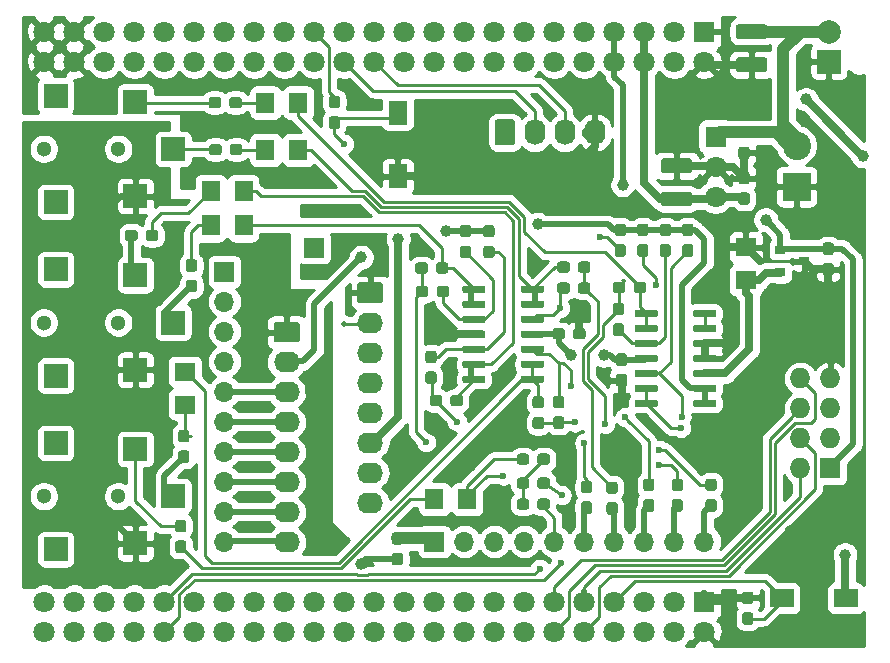
<source format=gbr>
G04 #@! TF.GenerationSoftware,KiCad,Pcbnew,(5.1.2-1)-1*
G04 #@! TF.CreationDate,2019-05-23T21:51:25+02:00*
G04 #@! TF.ProjectId,wearable_cape,77656172-6162-46c6-955f-636170652e6b,v02*
G04 #@! TF.SameCoordinates,Original*
G04 #@! TF.FileFunction,Copper,L1,Top*
G04 #@! TF.FilePolarity,Positive*
%FSLAX46Y46*%
G04 Gerber Fmt 4.6, Leading zero omitted, Abs format (unit mm)*
G04 Created by KiCad (PCBNEW (5.1.2-1)-1) date 2019-05-23 21:51:25*
%MOMM*%
%LPD*%
G04 APERTURE LIST*
%ADD10C,0.100000*%
%ADD11C,0.600000*%
%ADD12C,2.000000*%
%ADD13R,2.000000X2.000000*%
%ADD14C,0.950000*%
%ADD15C,1.300000*%
%ADD16C,1.800000*%
%ADD17R,1.800000X1.800000*%
%ADD18R,1.803400X1.600200*%
%ADD19R,1.600200X1.803400*%
%ADD20C,1.250000*%
%ADD21O,1.700000X1.700000*%
%ADD22R,1.700000X1.700000*%
%ADD23O,1.727200X1.727200*%
%ADD24R,1.727200X1.727200*%
%ADD25C,2.400000*%
%ADD26R,2.400000X2.400000*%
%ADD27O,2.200000X1.740000*%
%ADD28C,1.740000*%
%ADD29O,1.740000X2.200000*%
%ADD30R,1.600000X2.000000*%
%ADD31R,2.000000X1.600000*%
%ADD32R,0.900000X0.800000*%
%ADD33C,1.000000*%
%ADD34C,1.200000*%
%ADD35C,0.500000*%
%ADD36C,0.250000*%
%ADD37C,0.500000*%
%ADD38C,0.700000*%
%ADD39C,1.000000*%
%ADD40C,0.254000*%
G04 APERTURE END LIST*
D10*
G36*
X71506543Y-49451702D02*
G01*
X71521104Y-49453862D01*
X71535383Y-49457439D01*
X71549243Y-49462398D01*
X71562550Y-49468692D01*
X71575176Y-49476260D01*
X71586999Y-49485028D01*
X71597906Y-49494914D01*
X71607792Y-49505821D01*
X71616560Y-49517644D01*
X71624128Y-49530270D01*
X71630422Y-49543577D01*
X71635381Y-49557437D01*
X71638958Y-49571716D01*
X71641118Y-49586277D01*
X71641840Y-49600980D01*
X71641840Y-49900980D01*
X71641118Y-49915683D01*
X71638958Y-49930244D01*
X71635381Y-49944523D01*
X71630422Y-49958383D01*
X71624128Y-49971690D01*
X71616560Y-49984316D01*
X71607792Y-49996139D01*
X71597906Y-50007046D01*
X71586999Y-50016932D01*
X71575176Y-50025700D01*
X71562550Y-50033268D01*
X71549243Y-50039562D01*
X71535383Y-50044521D01*
X71521104Y-50048098D01*
X71506543Y-50050258D01*
X71491840Y-50050980D01*
X69841840Y-50050980D01*
X69827137Y-50050258D01*
X69812576Y-50048098D01*
X69798297Y-50044521D01*
X69784437Y-50039562D01*
X69771130Y-50033268D01*
X69758504Y-50025700D01*
X69746681Y-50016932D01*
X69735774Y-50007046D01*
X69725888Y-49996139D01*
X69717120Y-49984316D01*
X69709552Y-49971690D01*
X69703258Y-49958383D01*
X69698299Y-49944523D01*
X69694722Y-49930244D01*
X69692562Y-49915683D01*
X69691840Y-49900980D01*
X69691840Y-49600980D01*
X69692562Y-49586277D01*
X69694722Y-49571716D01*
X69698299Y-49557437D01*
X69703258Y-49543577D01*
X69709552Y-49530270D01*
X69717120Y-49517644D01*
X69725888Y-49505821D01*
X69735774Y-49494914D01*
X69746681Y-49485028D01*
X69758504Y-49476260D01*
X69771130Y-49468692D01*
X69784437Y-49462398D01*
X69798297Y-49457439D01*
X69812576Y-49453862D01*
X69827137Y-49451702D01*
X69841840Y-49450980D01*
X71491840Y-49450980D01*
X71506543Y-49451702D01*
X71506543Y-49451702D01*
G37*
D11*
X70666840Y-49750980D03*
D10*
G36*
X71506543Y-48181702D02*
G01*
X71521104Y-48183862D01*
X71535383Y-48187439D01*
X71549243Y-48192398D01*
X71562550Y-48198692D01*
X71575176Y-48206260D01*
X71586999Y-48215028D01*
X71597906Y-48224914D01*
X71607792Y-48235821D01*
X71616560Y-48247644D01*
X71624128Y-48260270D01*
X71630422Y-48273577D01*
X71635381Y-48287437D01*
X71638958Y-48301716D01*
X71641118Y-48316277D01*
X71641840Y-48330980D01*
X71641840Y-48630980D01*
X71641118Y-48645683D01*
X71638958Y-48660244D01*
X71635381Y-48674523D01*
X71630422Y-48688383D01*
X71624128Y-48701690D01*
X71616560Y-48714316D01*
X71607792Y-48726139D01*
X71597906Y-48737046D01*
X71586999Y-48746932D01*
X71575176Y-48755700D01*
X71562550Y-48763268D01*
X71549243Y-48769562D01*
X71535383Y-48774521D01*
X71521104Y-48778098D01*
X71506543Y-48780258D01*
X71491840Y-48780980D01*
X69841840Y-48780980D01*
X69827137Y-48780258D01*
X69812576Y-48778098D01*
X69798297Y-48774521D01*
X69784437Y-48769562D01*
X69771130Y-48763268D01*
X69758504Y-48755700D01*
X69746681Y-48746932D01*
X69735774Y-48737046D01*
X69725888Y-48726139D01*
X69717120Y-48714316D01*
X69709552Y-48701690D01*
X69703258Y-48688383D01*
X69698299Y-48674523D01*
X69694722Y-48660244D01*
X69692562Y-48645683D01*
X69691840Y-48630980D01*
X69691840Y-48330980D01*
X69692562Y-48316277D01*
X69694722Y-48301716D01*
X69698299Y-48287437D01*
X69703258Y-48273577D01*
X69709552Y-48260270D01*
X69717120Y-48247644D01*
X69725888Y-48235821D01*
X69735774Y-48224914D01*
X69746681Y-48215028D01*
X69758504Y-48206260D01*
X69771130Y-48198692D01*
X69784437Y-48192398D01*
X69798297Y-48187439D01*
X69812576Y-48183862D01*
X69827137Y-48181702D01*
X69841840Y-48180980D01*
X71491840Y-48180980D01*
X71506543Y-48181702D01*
X71506543Y-48181702D01*
G37*
D11*
X70666840Y-48480980D03*
D10*
G36*
X71506543Y-46911702D02*
G01*
X71521104Y-46913862D01*
X71535383Y-46917439D01*
X71549243Y-46922398D01*
X71562550Y-46928692D01*
X71575176Y-46936260D01*
X71586999Y-46945028D01*
X71597906Y-46954914D01*
X71607792Y-46965821D01*
X71616560Y-46977644D01*
X71624128Y-46990270D01*
X71630422Y-47003577D01*
X71635381Y-47017437D01*
X71638958Y-47031716D01*
X71641118Y-47046277D01*
X71641840Y-47060980D01*
X71641840Y-47360980D01*
X71641118Y-47375683D01*
X71638958Y-47390244D01*
X71635381Y-47404523D01*
X71630422Y-47418383D01*
X71624128Y-47431690D01*
X71616560Y-47444316D01*
X71607792Y-47456139D01*
X71597906Y-47467046D01*
X71586999Y-47476932D01*
X71575176Y-47485700D01*
X71562550Y-47493268D01*
X71549243Y-47499562D01*
X71535383Y-47504521D01*
X71521104Y-47508098D01*
X71506543Y-47510258D01*
X71491840Y-47510980D01*
X69841840Y-47510980D01*
X69827137Y-47510258D01*
X69812576Y-47508098D01*
X69798297Y-47504521D01*
X69784437Y-47499562D01*
X69771130Y-47493268D01*
X69758504Y-47485700D01*
X69746681Y-47476932D01*
X69735774Y-47467046D01*
X69725888Y-47456139D01*
X69717120Y-47444316D01*
X69709552Y-47431690D01*
X69703258Y-47418383D01*
X69698299Y-47404523D01*
X69694722Y-47390244D01*
X69692562Y-47375683D01*
X69691840Y-47360980D01*
X69691840Y-47060980D01*
X69692562Y-47046277D01*
X69694722Y-47031716D01*
X69698299Y-47017437D01*
X69703258Y-47003577D01*
X69709552Y-46990270D01*
X69717120Y-46977644D01*
X69725888Y-46965821D01*
X69735774Y-46954914D01*
X69746681Y-46945028D01*
X69758504Y-46936260D01*
X69771130Y-46928692D01*
X69784437Y-46922398D01*
X69798297Y-46917439D01*
X69812576Y-46913862D01*
X69827137Y-46911702D01*
X69841840Y-46910980D01*
X71491840Y-46910980D01*
X71506543Y-46911702D01*
X71506543Y-46911702D01*
G37*
D11*
X70666840Y-47210980D03*
D10*
G36*
X71506543Y-45641702D02*
G01*
X71521104Y-45643862D01*
X71535383Y-45647439D01*
X71549243Y-45652398D01*
X71562550Y-45658692D01*
X71575176Y-45666260D01*
X71586999Y-45675028D01*
X71597906Y-45684914D01*
X71607792Y-45695821D01*
X71616560Y-45707644D01*
X71624128Y-45720270D01*
X71630422Y-45733577D01*
X71635381Y-45747437D01*
X71638958Y-45761716D01*
X71641118Y-45776277D01*
X71641840Y-45790980D01*
X71641840Y-46090980D01*
X71641118Y-46105683D01*
X71638958Y-46120244D01*
X71635381Y-46134523D01*
X71630422Y-46148383D01*
X71624128Y-46161690D01*
X71616560Y-46174316D01*
X71607792Y-46186139D01*
X71597906Y-46197046D01*
X71586999Y-46206932D01*
X71575176Y-46215700D01*
X71562550Y-46223268D01*
X71549243Y-46229562D01*
X71535383Y-46234521D01*
X71521104Y-46238098D01*
X71506543Y-46240258D01*
X71491840Y-46240980D01*
X69841840Y-46240980D01*
X69827137Y-46240258D01*
X69812576Y-46238098D01*
X69798297Y-46234521D01*
X69784437Y-46229562D01*
X69771130Y-46223268D01*
X69758504Y-46215700D01*
X69746681Y-46206932D01*
X69735774Y-46197046D01*
X69725888Y-46186139D01*
X69717120Y-46174316D01*
X69709552Y-46161690D01*
X69703258Y-46148383D01*
X69698299Y-46134523D01*
X69694722Y-46120244D01*
X69692562Y-46105683D01*
X69691840Y-46090980D01*
X69691840Y-45790980D01*
X69692562Y-45776277D01*
X69694722Y-45761716D01*
X69698299Y-45747437D01*
X69703258Y-45733577D01*
X69709552Y-45720270D01*
X69717120Y-45707644D01*
X69725888Y-45695821D01*
X69735774Y-45684914D01*
X69746681Y-45675028D01*
X69758504Y-45666260D01*
X69771130Y-45658692D01*
X69784437Y-45652398D01*
X69798297Y-45647439D01*
X69812576Y-45643862D01*
X69827137Y-45641702D01*
X69841840Y-45640980D01*
X71491840Y-45640980D01*
X71506543Y-45641702D01*
X71506543Y-45641702D01*
G37*
D11*
X70666840Y-45940980D03*
D10*
G36*
X71506543Y-44371702D02*
G01*
X71521104Y-44373862D01*
X71535383Y-44377439D01*
X71549243Y-44382398D01*
X71562550Y-44388692D01*
X71575176Y-44396260D01*
X71586999Y-44405028D01*
X71597906Y-44414914D01*
X71607792Y-44425821D01*
X71616560Y-44437644D01*
X71624128Y-44450270D01*
X71630422Y-44463577D01*
X71635381Y-44477437D01*
X71638958Y-44491716D01*
X71641118Y-44506277D01*
X71641840Y-44520980D01*
X71641840Y-44820980D01*
X71641118Y-44835683D01*
X71638958Y-44850244D01*
X71635381Y-44864523D01*
X71630422Y-44878383D01*
X71624128Y-44891690D01*
X71616560Y-44904316D01*
X71607792Y-44916139D01*
X71597906Y-44927046D01*
X71586999Y-44936932D01*
X71575176Y-44945700D01*
X71562550Y-44953268D01*
X71549243Y-44959562D01*
X71535383Y-44964521D01*
X71521104Y-44968098D01*
X71506543Y-44970258D01*
X71491840Y-44970980D01*
X69841840Y-44970980D01*
X69827137Y-44970258D01*
X69812576Y-44968098D01*
X69798297Y-44964521D01*
X69784437Y-44959562D01*
X69771130Y-44953268D01*
X69758504Y-44945700D01*
X69746681Y-44936932D01*
X69735774Y-44927046D01*
X69725888Y-44916139D01*
X69717120Y-44904316D01*
X69709552Y-44891690D01*
X69703258Y-44878383D01*
X69698299Y-44864523D01*
X69694722Y-44850244D01*
X69692562Y-44835683D01*
X69691840Y-44820980D01*
X69691840Y-44520980D01*
X69692562Y-44506277D01*
X69694722Y-44491716D01*
X69698299Y-44477437D01*
X69703258Y-44463577D01*
X69709552Y-44450270D01*
X69717120Y-44437644D01*
X69725888Y-44425821D01*
X69735774Y-44414914D01*
X69746681Y-44405028D01*
X69758504Y-44396260D01*
X69771130Y-44388692D01*
X69784437Y-44382398D01*
X69798297Y-44377439D01*
X69812576Y-44373862D01*
X69827137Y-44371702D01*
X69841840Y-44370980D01*
X71491840Y-44370980D01*
X71506543Y-44371702D01*
X71506543Y-44371702D01*
G37*
D11*
X70666840Y-44670980D03*
D10*
G36*
X71506543Y-43101702D02*
G01*
X71521104Y-43103862D01*
X71535383Y-43107439D01*
X71549243Y-43112398D01*
X71562550Y-43118692D01*
X71575176Y-43126260D01*
X71586999Y-43135028D01*
X71597906Y-43144914D01*
X71607792Y-43155821D01*
X71616560Y-43167644D01*
X71624128Y-43180270D01*
X71630422Y-43193577D01*
X71635381Y-43207437D01*
X71638958Y-43221716D01*
X71641118Y-43236277D01*
X71641840Y-43250980D01*
X71641840Y-43550980D01*
X71641118Y-43565683D01*
X71638958Y-43580244D01*
X71635381Y-43594523D01*
X71630422Y-43608383D01*
X71624128Y-43621690D01*
X71616560Y-43634316D01*
X71607792Y-43646139D01*
X71597906Y-43657046D01*
X71586999Y-43666932D01*
X71575176Y-43675700D01*
X71562550Y-43683268D01*
X71549243Y-43689562D01*
X71535383Y-43694521D01*
X71521104Y-43698098D01*
X71506543Y-43700258D01*
X71491840Y-43700980D01*
X69841840Y-43700980D01*
X69827137Y-43700258D01*
X69812576Y-43698098D01*
X69798297Y-43694521D01*
X69784437Y-43689562D01*
X69771130Y-43683268D01*
X69758504Y-43675700D01*
X69746681Y-43666932D01*
X69735774Y-43657046D01*
X69725888Y-43646139D01*
X69717120Y-43634316D01*
X69709552Y-43621690D01*
X69703258Y-43608383D01*
X69698299Y-43594523D01*
X69694722Y-43580244D01*
X69692562Y-43565683D01*
X69691840Y-43550980D01*
X69691840Y-43250980D01*
X69692562Y-43236277D01*
X69694722Y-43221716D01*
X69698299Y-43207437D01*
X69703258Y-43193577D01*
X69709552Y-43180270D01*
X69717120Y-43167644D01*
X69725888Y-43155821D01*
X69735774Y-43144914D01*
X69746681Y-43135028D01*
X69758504Y-43126260D01*
X69771130Y-43118692D01*
X69784437Y-43112398D01*
X69798297Y-43107439D01*
X69812576Y-43103862D01*
X69827137Y-43101702D01*
X69841840Y-43100980D01*
X71491840Y-43100980D01*
X71506543Y-43101702D01*
X71506543Y-43101702D01*
G37*
D11*
X70666840Y-43400980D03*
D10*
G36*
X71506543Y-41831702D02*
G01*
X71521104Y-41833862D01*
X71535383Y-41837439D01*
X71549243Y-41842398D01*
X71562550Y-41848692D01*
X71575176Y-41856260D01*
X71586999Y-41865028D01*
X71597906Y-41874914D01*
X71607792Y-41885821D01*
X71616560Y-41897644D01*
X71624128Y-41910270D01*
X71630422Y-41923577D01*
X71635381Y-41937437D01*
X71638958Y-41951716D01*
X71641118Y-41966277D01*
X71641840Y-41980980D01*
X71641840Y-42280980D01*
X71641118Y-42295683D01*
X71638958Y-42310244D01*
X71635381Y-42324523D01*
X71630422Y-42338383D01*
X71624128Y-42351690D01*
X71616560Y-42364316D01*
X71607792Y-42376139D01*
X71597906Y-42387046D01*
X71586999Y-42396932D01*
X71575176Y-42405700D01*
X71562550Y-42413268D01*
X71549243Y-42419562D01*
X71535383Y-42424521D01*
X71521104Y-42428098D01*
X71506543Y-42430258D01*
X71491840Y-42430980D01*
X69841840Y-42430980D01*
X69827137Y-42430258D01*
X69812576Y-42428098D01*
X69798297Y-42424521D01*
X69784437Y-42419562D01*
X69771130Y-42413268D01*
X69758504Y-42405700D01*
X69746681Y-42396932D01*
X69735774Y-42387046D01*
X69725888Y-42376139D01*
X69717120Y-42364316D01*
X69709552Y-42351690D01*
X69703258Y-42338383D01*
X69698299Y-42324523D01*
X69694722Y-42310244D01*
X69692562Y-42295683D01*
X69691840Y-42280980D01*
X69691840Y-41980980D01*
X69692562Y-41966277D01*
X69694722Y-41951716D01*
X69698299Y-41937437D01*
X69703258Y-41923577D01*
X69709552Y-41910270D01*
X69717120Y-41897644D01*
X69725888Y-41885821D01*
X69735774Y-41874914D01*
X69746681Y-41865028D01*
X69758504Y-41856260D01*
X69771130Y-41848692D01*
X69784437Y-41842398D01*
X69798297Y-41837439D01*
X69812576Y-41833862D01*
X69827137Y-41831702D01*
X69841840Y-41830980D01*
X71491840Y-41830980D01*
X71506543Y-41831702D01*
X71506543Y-41831702D01*
G37*
D11*
X70666840Y-42130980D03*
D10*
G36*
X76456543Y-41831702D02*
G01*
X76471104Y-41833862D01*
X76485383Y-41837439D01*
X76499243Y-41842398D01*
X76512550Y-41848692D01*
X76525176Y-41856260D01*
X76536999Y-41865028D01*
X76547906Y-41874914D01*
X76557792Y-41885821D01*
X76566560Y-41897644D01*
X76574128Y-41910270D01*
X76580422Y-41923577D01*
X76585381Y-41937437D01*
X76588958Y-41951716D01*
X76591118Y-41966277D01*
X76591840Y-41980980D01*
X76591840Y-42280980D01*
X76591118Y-42295683D01*
X76588958Y-42310244D01*
X76585381Y-42324523D01*
X76580422Y-42338383D01*
X76574128Y-42351690D01*
X76566560Y-42364316D01*
X76557792Y-42376139D01*
X76547906Y-42387046D01*
X76536999Y-42396932D01*
X76525176Y-42405700D01*
X76512550Y-42413268D01*
X76499243Y-42419562D01*
X76485383Y-42424521D01*
X76471104Y-42428098D01*
X76456543Y-42430258D01*
X76441840Y-42430980D01*
X74791840Y-42430980D01*
X74777137Y-42430258D01*
X74762576Y-42428098D01*
X74748297Y-42424521D01*
X74734437Y-42419562D01*
X74721130Y-42413268D01*
X74708504Y-42405700D01*
X74696681Y-42396932D01*
X74685774Y-42387046D01*
X74675888Y-42376139D01*
X74667120Y-42364316D01*
X74659552Y-42351690D01*
X74653258Y-42338383D01*
X74648299Y-42324523D01*
X74644722Y-42310244D01*
X74642562Y-42295683D01*
X74641840Y-42280980D01*
X74641840Y-41980980D01*
X74642562Y-41966277D01*
X74644722Y-41951716D01*
X74648299Y-41937437D01*
X74653258Y-41923577D01*
X74659552Y-41910270D01*
X74667120Y-41897644D01*
X74675888Y-41885821D01*
X74685774Y-41874914D01*
X74696681Y-41865028D01*
X74708504Y-41856260D01*
X74721130Y-41848692D01*
X74734437Y-41842398D01*
X74748297Y-41837439D01*
X74762576Y-41833862D01*
X74777137Y-41831702D01*
X74791840Y-41830980D01*
X76441840Y-41830980D01*
X76456543Y-41831702D01*
X76456543Y-41831702D01*
G37*
D11*
X75616840Y-42130980D03*
D10*
G36*
X76456543Y-43101702D02*
G01*
X76471104Y-43103862D01*
X76485383Y-43107439D01*
X76499243Y-43112398D01*
X76512550Y-43118692D01*
X76525176Y-43126260D01*
X76536999Y-43135028D01*
X76547906Y-43144914D01*
X76557792Y-43155821D01*
X76566560Y-43167644D01*
X76574128Y-43180270D01*
X76580422Y-43193577D01*
X76585381Y-43207437D01*
X76588958Y-43221716D01*
X76591118Y-43236277D01*
X76591840Y-43250980D01*
X76591840Y-43550980D01*
X76591118Y-43565683D01*
X76588958Y-43580244D01*
X76585381Y-43594523D01*
X76580422Y-43608383D01*
X76574128Y-43621690D01*
X76566560Y-43634316D01*
X76557792Y-43646139D01*
X76547906Y-43657046D01*
X76536999Y-43666932D01*
X76525176Y-43675700D01*
X76512550Y-43683268D01*
X76499243Y-43689562D01*
X76485383Y-43694521D01*
X76471104Y-43698098D01*
X76456543Y-43700258D01*
X76441840Y-43700980D01*
X74791840Y-43700980D01*
X74777137Y-43700258D01*
X74762576Y-43698098D01*
X74748297Y-43694521D01*
X74734437Y-43689562D01*
X74721130Y-43683268D01*
X74708504Y-43675700D01*
X74696681Y-43666932D01*
X74685774Y-43657046D01*
X74675888Y-43646139D01*
X74667120Y-43634316D01*
X74659552Y-43621690D01*
X74653258Y-43608383D01*
X74648299Y-43594523D01*
X74644722Y-43580244D01*
X74642562Y-43565683D01*
X74641840Y-43550980D01*
X74641840Y-43250980D01*
X74642562Y-43236277D01*
X74644722Y-43221716D01*
X74648299Y-43207437D01*
X74653258Y-43193577D01*
X74659552Y-43180270D01*
X74667120Y-43167644D01*
X74675888Y-43155821D01*
X74685774Y-43144914D01*
X74696681Y-43135028D01*
X74708504Y-43126260D01*
X74721130Y-43118692D01*
X74734437Y-43112398D01*
X74748297Y-43107439D01*
X74762576Y-43103862D01*
X74777137Y-43101702D01*
X74791840Y-43100980D01*
X76441840Y-43100980D01*
X76456543Y-43101702D01*
X76456543Y-43101702D01*
G37*
D11*
X75616840Y-43400980D03*
D10*
G36*
X76456543Y-44371702D02*
G01*
X76471104Y-44373862D01*
X76485383Y-44377439D01*
X76499243Y-44382398D01*
X76512550Y-44388692D01*
X76525176Y-44396260D01*
X76536999Y-44405028D01*
X76547906Y-44414914D01*
X76557792Y-44425821D01*
X76566560Y-44437644D01*
X76574128Y-44450270D01*
X76580422Y-44463577D01*
X76585381Y-44477437D01*
X76588958Y-44491716D01*
X76591118Y-44506277D01*
X76591840Y-44520980D01*
X76591840Y-44820980D01*
X76591118Y-44835683D01*
X76588958Y-44850244D01*
X76585381Y-44864523D01*
X76580422Y-44878383D01*
X76574128Y-44891690D01*
X76566560Y-44904316D01*
X76557792Y-44916139D01*
X76547906Y-44927046D01*
X76536999Y-44936932D01*
X76525176Y-44945700D01*
X76512550Y-44953268D01*
X76499243Y-44959562D01*
X76485383Y-44964521D01*
X76471104Y-44968098D01*
X76456543Y-44970258D01*
X76441840Y-44970980D01*
X74791840Y-44970980D01*
X74777137Y-44970258D01*
X74762576Y-44968098D01*
X74748297Y-44964521D01*
X74734437Y-44959562D01*
X74721130Y-44953268D01*
X74708504Y-44945700D01*
X74696681Y-44936932D01*
X74685774Y-44927046D01*
X74675888Y-44916139D01*
X74667120Y-44904316D01*
X74659552Y-44891690D01*
X74653258Y-44878383D01*
X74648299Y-44864523D01*
X74644722Y-44850244D01*
X74642562Y-44835683D01*
X74641840Y-44820980D01*
X74641840Y-44520980D01*
X74642562Y-44506277D01*
X74644722Y-44491716D01*
X74648299Y-44477437D01*
X74653258Y-44463577D01*
X74659552Y-44450270D01*
X74667120Y-44437644D01*
X74675888Y-44425821D01*
X74685774Y-44414914D01*
X74696681Y-44405028D01*
X74708504Y-44396260D01*
X74721130Y-44388692D01*
X74734437Y-44382398D01*
X74748297Y-44377439D01*
X74762576Y-44373862D01*
X74777137Y-44371702D01*
X74791840Y-44370980D01*
X76441840Y-44370980D01*
X76456543Y-44371702D01*
X76456543Y-44371702D01*
G37*
D11*
X75616840Y-44670980D03*
D10*
G36*
X76456543Y-45641702D02*
G01*
X76471104Y-45643862D01*
X76485383Y-45647439D01*
X76499243Y-45652398D01*
X76512550Y-45658692D01*
X76525176Y-45666260D01*
X76536999Y-45675028D01*
X76547906Y-45684914D01*
X76557792Y-45695821D01*
X76566560Y-45707644D01*
X76574128Y-45720270D01*
X76580422Y-45733577D01*
X76585381Y-45747437D01*
X76588958Y-45761716D01*
X76591118Y-45776277D01*
X76591840Y-45790980D01*
X76591840Y-46090980D01*
X76591118Y-46105683D01*
X76588958Y-46120244D01*
X76585381Y-46134523D01*
X76580422Y-46148383D01*
X76574128Y-46161690D01*
X76566560Y-46174316D01*
X76557792Y-46186139D01*
X76547906Y-46197046D01*
X76536999Y-46206932D01*
X76525176Y-46215700D01*
X76512550Y-46223268D01*
X76499243Y-46229562D01*
X76485383Y-46234521D01*
X76471104Y-46238098D01*
X76456543Y-46240258D01*
X76441840Y-46240980D01*
X74791840Y-46240980D01*
X74777137Y-46240258D01*
X74762576Y-46238098D01*
X74748297Y-46234521D01*
X74734437Y-46229562D01*
X74721130Y-46223268D01*
X74708504Y-46215700D01*
X74696681Y-46206932D01*
X74685774Y-46197046D01*
X74675888Y-46186139D01*
X74667120Y-46174316D01*
X74659552Y-46161690D01*
X74653258Y-46148383D01*
X74648299Y-46134523D01*
X74644722Y-46120244D01*
X74642562Y-46105683D01*
X74641840Y-46090980D01*
X74641840Y-45790980D01*
X74642562Y-45776277D01*
X74644722Y-45761716D01*
X74648299Y-45747437D01*
X74653258Y-45733577D01*
X74659552Y-45720270D01*
X74667120Y-45707644D01*
X74675888Y-45695821D01*
X74685774Y-45684914D01*
X74696681Y-45675028D01*
X74708504Y-45666260D01*
X74721130Y-45658692D01*
X74734437Y-45652398D01*
X74748297Y-45647439D01*
X74762576Y-45643862D01*
X74777137Y-45641702D01*
X74791840Y-45640980D01*
X76441840Y-45640980D01*
X76456543Y-45641702D01*
X76456543Y-45641702D01*
G37*
D11*
X75616840Y-45940980D03*
D10*
G36*
X76456543Y-46911702D02*
G01*
X76471104Y-46913862D01*
X76485383Y-46917439D01*
X76499243Y-46922398D01*
X76512550Y-46928692D01*
X76525176Y-46936260D01*
X76536999Y-46945028D01*
X76547906Y-46954914D01*
X76557792Y-46965821D01*
X76566560Y-46977644D01*
X76574128Y-46990270D01*
X76580422Y-47003577D01*
X76585381Y-47017437D01*
X76588958Y-47031716D01*
X76591118Y-47046277D01*
X76591840Y-47060980D01*
X76591840Y-47360980D01*
X76591118Y-47375683D01*
X76588958Y-47390244D01*
X76585381Y-47404523D01*
X76580422Y-47418383D01*
X76574128Y-47431690D01*
X76566560Y-47444316D01*
X76557792Y-47456139D01*
X76547906Y-47467046D01*
X76536999Y-47476932D01*
X76525176Y-47485700D01*
X76512550Y-47493268D01*
X76499243Y-47499562D01*
X76485383Y-47504521D01*
X76471104Y-47508098D01*
X76456543Y-47510258D01*
X76441840Y-47510980D01*
X74791840Y-47510980D01*
X74777137Y-47510258D01*
X74762576Y-47508098D01*
X74748297Y-47504521D01*
X74734437Y-47499562D01*
X74721130Y-47493268D01*
X74708504Y-47485700D01*
X74696681Y-47476932D01*
X74685774Y-47467046D01*
X74675888Y-47456139D01*
X74667120Y-47444316D01*
X74659552Y-47431690D01*
X74653258Y-47418383D01*
X74648299Y-47404523D01*
X74644722Y-47390244D01*
X74642562Y-47375683D01*
X74641840Y-47360980D01*
X74641840Y-47060980D01*
X74642562Y-47046277D01*
X74644722Y-47031716D01*
X74648299Y-47017437D01*
X74653258Y-47003577D01*
X74659552Y-46990270D01*
X74667120Y-46977644D01*
X74675888Y-46965821D01*
X74685774Y-46954914D01*
X74696681Y-46945028D01*
X74708504Y-46936260D01*
X74721130Y-46928692D01*
X74734437Y-46922398D01*
X74748297Y-46917439D01*
X74762576Y-46913862D01*
X74777137Y-46911702D01*
X74791840Y-46910980D01*
X76441840Y-46910980D01*
X76456543Y-46911702D01*
X76456543Y-46911702D01*
G37*
D11*
X75616840Y-47210980D03*
D10*
G36*
X76456543Y-48181702D02*
G01*
X76471104Y-48183862D01*
X76485383Y-48187439D01*
X76499243Y-48192398D01*
X76512550Y-48198692D01*
X76525176Y-48206260D01*
X76536999Y-48215028D01*
X76547906Y-48224914D01*
X76557792Y-48235821D01*
X76566560Y-48247644D01*
X76574128Y-48260270D01*
X76580422Y-48273577D01*
X76585381Y-48287437D01*
X76588958Y-48301716D01*
X76591118Y-48316277D01*
X76591840Y-48330980D01*
X76591840Y-48630980D01*
X76591118Y-48645683D01*
X76588958Y-48660244D01*
X76585381Y-48674523D01*
X76580422Y-48688383D01*
X76574128Y-48701690D01*
X76566560Y-48714316D01*
X76557792Y-48726139D01*
X76547906Y-48737046D01*
X76536999Y-48746932D01*
X76525176Y-48755700D01*
X76512550Y-48763268D01*
X76499243Y-48769562D01*
X76485383Y-48774521D01*
X76471104Y-48778098D01*
X76456543Y-48780258D01*
X76441840Y-48780980D01*
X74791840Y-48780980D01*
X74777137Y-48780258D01*
X74762576Y-48778098D01*
X74748297Y-48774521D01*
X74734437Y-48769562D01*
X74721130Y-48763268D01*
X74708504Y-48755700D01*
X74696681Y-48746932D01*
X74685774Y-48737046D01*
X74675888Y-48726139D01*
X74667120Y-48714316D01*
X74659552Y-48701690D01*
X74653258Y-48688383D01*
X74648299Y-48674523D01*
X74644722Y-48660244D01*
X74642562Y-48645683D01*
X74641840Y-48630980D01*
X74641840Y-48330980D01*
X74642562Y-48316277D01*
X74644722Y-48301716D01*
X74648299Y-48287437D01*
X74653258Y-48273577D01*
X74659552Y-48260270D01*
X74667120Y-48247644D01*
X74675888Y-48235821D01*
X74685774Y-48224914D01*
X74696681Y-48215028D01*
X74708504Y-48206260D01*
X74721130Y-48198692D01*
X74734437Y-48192398D01*
X74748297Y-48187439D01*
X74762576Y-48183862D01*
X74777137Y-48181702D01*
X74791840Y-48180980D01*
X76441840Y-48180980D01*
X76456543Y-48181702D01*
X76456543Y-48181702D01*
G37*
D11*
X75616840Y-48480980D03*
D10*
G36*
X76456543Y-49451702D02*
G01*
X76471104Y-49453862D01*
X76485383Y-49457439D01*
X76499243Y-49462398D01*
X76512550Y-49468692D01*
X76525176Y-49476260D01*
X76536999Y-49485028D01*
X76547906Y-49494914D01*
X76557792Y-49505821D01*
X76566560Y-49517644D01*
X76574128Y-49530270D01*
X76580422Y-49543577D01*
X76585381Y-49557437D01*
X76588958Y-49571716D01*
X76591118Y-49586277D01*
X76591840Y-49600980D01*
X76591840Y-49900980D01*
X76591118Y-49915683D01*
X76588958Y-49930244D01*
X76585381Y-49944523D01*
X76580422Y-49958383D01*
X76574128Y-49971690D01*
X76566560Y-49984316D01*
X76557792Y-49996139D01*
X76547906Y-50007046D01*
X76536999Y-50016932D01*
X76525176Y-50025700D01*
X76512550Y-50033268D01*
X76499243Y-50039562D01*
X76485383Y-50044521D01*
X76471104Y-50048098D01*
X76456543Y-50050258D01*
X76441840Y-50050980D01*
X74791840Y-50050980D01*
X74777137Y-50050258D01*
X74762576Y-50048098D01*
X74748297Y-50044521D01*
X74734437Y-50039562D01*
X74721130Y-50033268D01*
X74708504Y-50025700D01*
X74696681Y-50016932D01*
X74685774Y-50007046D01*
X74675888Y-49996139D01*
X74667120Y-49984316D01*
X74659552Y-49971690D01*
X74653258Y-49958383D01*
X74648299Y-49944523D01*
X74644722Y-49930244D01*
X74642562Y-49915683D01*
X74641840Y-49900980D01*
X74641840Y-49600980D01*
X74642562Y-49586277D01*
X74644722Y-49571716D01*
X74648299Y-49557437D01*
X74653258Y-49543577D01*
X74659552Y-49530270D01*
X74667120Y-49517644D01*
X74675888Y-49505821D01*
X74685774Y-49494914D01*
X74696681Y-49485028D01*
X74708504Y-49476260D01*
X74721130Y-49468692D01*
X74734437Y-49462398D01*
X74748297Y-49457439D01*
X74762576Y-49453862D01*
X74777137Y-49451702D01*
X74791840Y-49450980D01*
X76441840Y-49450980D01*
X76456543Y-49451702D01*
X76456543Y-49451702D01*
G37*
D11*
X75616840Y-49750980D03*
D10*
G36*
X91046303Y-43871322D02*
G01*
X91060864Y-43873482D01*
X91075143Y-43877059D01*
X91089003Y-43882018D01*
X91102310Y-43888312D01*
X91114936Y-43895880D01*
X91126759Y-43904648D01*
X91137666Y-43914534D01*
X91147552Y-43925441D01*
X91156320Y-43937264D01*
X91163888Y-43949890D01*
X91170182Y-43963197D01*
X91175141Y-43977057D01*
X91178718Y-43991336D01*
X91180878Y-44005897D01*
X91181600Y-44020600D01*
X91181600Y-44320600D01*
X91180878Y-44335303D01*
X91178718Y-44349864D01*
X91175141Y-44364143D01*
X91170182Y-44378003D01*
X91163888Y-44391310D01*
X91156320Y-44403936D01*
X91147552Y-44415759D01*
X91137666Y-44426666D01*
X91126759Y-44436552D01*
X91114936Y-44445320D01*
X91102310Y-44452888D01*
X91089003Y-44459182D01*
X91075143Y-44464141D01*
X91060864Y-44467718D01*
X91046303Y-44469878D01*
X91031600Y-44470600D01*
X89381600Y-44470600D01*
X89366897Y-44469878D01*
X89352336Y-44467718D01*
X89338057Y-44464141D01*
X89324197Y-44459182D01*
X89310890Y-44452888D01*
X89298264Y-44445320D01*
X89286441Y-44436552D01*
X89275534Y-44426666D01*
X89265648Y-44415759D01*
X89256880Y-44403936D01*
X89249312Y-44391310D01*
X89243018Y-44378003D01*
X89238059Y-44364143D01*
X89234482Y-44349864D01*
X89232322Y-44335303D01*
X89231600Y-44320600D01*
X89231600Y-44020600D01*
X89232322Y-44005897D01*
X89234482Y-43991336D01*
X89238059Y-43977057D01*
X89243018Y-43963197D01*
X89249312Y-43949890D01*
X89256880Y-43937264D01*
X89265648Y-43925441D01*
X89275534Y-43914534D01*
X89286441Y-43904648D01*
X89298264Y-43895880D01*
X89310890Y-43888312D01*
X89324197Y-43882018D01*
X89338057Y-43877059D01*
X89352336Y-43873482D01*
X89366897Y-43871322D01*
X89381600Y-43870600D01*
X91031600Y-43870600D01*
X91046303Y-43871322D01*
X91046303Y-43871322D01*
G37*
D11*
X90206600Y-44170600D03*
D10*
G36*
X91046303Y-45141322D02*
G01*
X91060864Y-45143482D01*
X91075143Y-45147059D01*
X91089003Y-45152018D01*
X91102310Y-45158312D01*
X91114936Y-45165880D01*
X91126759Y-45174648D01*
X91137666Y-45184534D01*
X91147552Y-45195441D01*
X91156320Y-45207264D01*
X91163888Y-45219890D01*
X91170182Y-45233197D01*
X91175141Y-45247057D01*
X91178718Y-45261336D01*
X91180878Y-45275897D01*
X91181600Y-45290600D01*
X91181600Y-45590600D01*
X91180878Y-45605303D01*
X91178718Y-45619864D01*
X91175141Y-45634143D01*
X91170182Y-45648003D01*
X91163888Y-45661310D01*
X91156320Y-45673936D01*
X91147552Y-45685759D01*
X91137666Y-45696666D01*
X91126759Y-45706552D01*
X91114936Y-45715320D01*
X91102310Y-45722888D01*
X91089003Y-45729182D01*
X91075143Y-45734141D01*
X91060864Y-45737718D01*
X91046303Y-45739878D01*
X91031600Y-45740600D01*
X89381600Y-45740600D01*
X89366897Y-45739878D01*
X89352336Y-45737718D01*
X89338057Y-45734141D01*
X89324197Y-45729182D01*
X89310890Y-45722888D01*
X89298264Y-45715320D01*
X89286441Y-45706552D01*
X89275534Y-45696666D01*
X89265648Y-45685759D01*
X89256880Y-45673936D01*
X89249312Y-45661310D01*
X89243018Y-45648003D01*
X89238059Y-45634143D01*
X89234482Y-45619864D01*
X89232322Y-45605303D01*
X89231600Y-45590600D01*
X89231600Y-45290600D01*
X89232322Y-45275897D01*
X89234482Y-45261336D01*
X89238059Y-45247057D01*
X89243018Y-45233197D01*
X89249312Y-45219890D01*
X89256880Y-45207264D01*
X89265648Y-45195441D01*
X89275534Y-45184534D01*
X89286441Y-45174648D01*
X89298264Y-45165880D01*
X89310890Y-45158312D01*
X89324197Y-45152018D01*
X89338057Y-45147059D01*
X89352336Y-45143482D01*
X89366897Y-45141322D01*
X89381600Y-45140600D01*
X91031600Y-45140600D01*
X91046303Y-45141322D01*
X91046303Y-45141322D01*
G37*
D11*
X90206600Y-45440600D03*
D10*
G36*
X91046303Y-46411322D02*
G01*
X91060864Y-46413482D01*
X91075143Y-46417059D01*
X91089003Y-46422018D01*
X91102310Y-46428312D01*
X91114936Y-46435880D01*
X91126759Y-46444648D01*
X91137666Y-46454534D01*
X91147552Y-46465441D01*
X91156320Y-46477264D01*
X91163888Y-46489890D01*
X91170182Y-46503197D01*
X91175141Y-46517057D01*
X91178718Y-46531336D01*
X91180878Y-46545897D01*
X91181600Y-46560600D01*
X91181600Y-46860600D01*
X91180878Y-46875303D01*
X91178718Y-46889864D01*
X91175141Y-46904143D01*
X91170182Y-46918003D01*
X91163888Y-46931310D01*
X91156320Y-46943936D01*
X91147552Y-46955759D01*
X91137666Y-46966666D01*
X91126759Y-46976552D01*
X91114936Y-46985320D01*
X91102310Y-46992888D01*
X91089003Y-46999182D01*
X91075143Y-47004141D01*
X91060864Y-47007718D01*
X91046303Y-47009878D01*
X91031600Y-47010600D01*
X89381600Y-47010600D01*
X89366897Y-47009878D01*
X89352336Y-47007718D01*
X89338057Y-47004141D01*
X89324197Y-46999182D01*
X89310890Y-46992888D01*
X89298264Y-46985320D01*
X89286441Y-46976552D01*
X89275534Y-46966666D01*
X89265648Y-46955759D01*
X89256880Y-46943936D01*
X89249312Y-46931310D01*
X89243018Y-46918003D01*
X89238059Y-46904143D01*
X89234482Y-46889864D01*
X89232322Y-46875303D01*
X89231600Y-46860600D01*
X89231600Y-46560600D01*
X89232322Y-46545897D01*
X89234482Y-46531336D01*
X89238059Y-46517057D01*
X89243018Y-46503197D01*
X89249312Y-46489890D01*
X89256880Y-46477264D01*
X89265648Y-46465441D01*
X89275534Y-46454534D01*
X89286441Y-46444648D01*
X89298264Y-46435880D01*
X89310890Y-46428312D01*
X89324197Y-46422018D01*
X89338057Y-46417059D01*
X89352336Y-46413482D01*
X89366897Y-46411322D01*
X89381600Y-46410600D01*
X91031600Y-46410600D01*
X91046303Y-46411322D01*
X91046303Y-46411322D01*
G37*
D11*
X90206600Y-46710600D03*
D10*
G36*
X91046303Y-47681322D02*
G01*
X91060864Y-47683482D01*
X91075143Y-47687059D01*
X91089003Y-47692018D01*
X91102310Y-47698312D01*
X91114936Y-47705880D01*
X91126759Y-47714648D01*
X91137666Y-47724534D01*
X91147552Y-47735441D01*
X91156320Y-47747264D01*
X91163888Y-47759890D01*
X91170182Y-47773197D01*
X91175141Y-47787057D01*
X91178718Y-47801336D01*
X91180878Y-47815897D01*
X91181600Y-47830600D01*
X91181600Y-48130600D01*
X91180878Y-48145303D01*
X91178718Y-48159864D01*
X91175141Y-48174143D01*
X91170182Y-48188003D01*
X91163888Y-48201310D01*
X91156320Y-48213936D01*
X91147552Y-48225759D01*
X91137666Y-48236666D01*
X91126759Y-48246552D01*
X91114936Y-48255320D01*
X91102310Y-48262888D01*
X91089003Y-48269182D01*
X91075143Y-48274141D01*
X91060864Y-48277718D01*
X91046303Y-48279878D01*
X91031600Y-48280600D01*
X89381600Y-48280600D01*
X89366897Y-48279878D01*
X89352336Y-48277718D01*
X89338057Y-48274141D01*
X89324197Y-48269182D01*
X89310890Y-48262888D01*
X89298264Y-48255320D01*
X89286441Y-48246552D01*
X89275534Y-48236666D01*
X89265648Y-48225759D01*
X89256880Y-48213936D01*
X89249312Y-48201310D01*
X89243018Y-48188003D01*
X89238059Y-48174143D01*
X89234482Y-48159864D01*
X89232322Y-48145303D01*
X89231600Y-48130600D01*
X89231600Y-47830600D01*
X89232322Y-47815897D01*
X89234482Y-47801336D01*
X89238059Y-47787057D01*
X89243018Y-47773197D01*
X89249312Y-47759890D01*
X89256880Y-47747264D01*
X89265648Y-47735441D01*
X89275534Y-47724534D01*
X89286441Y-47714648D01*
X89298264Y-47705880D01*
X89310890Y-47698312D01*
X89324197Y-47692018D01*
X89338057Y-47687059D01*
X89352336Y-47683482D01*
X89366897Y-47681322D01*
X89381600Y-47680600D01*
X91031600Y-47680600D01*
X91046303Y-47681322D01*
X91046303Y-47681322D01*
G37*
D11*
X90206600Y-47980600D03*
D10*
G36*
X91046303Y-48951322D02*
G01*
X91060864Y-48953482D01*
X91075143Y-48957059D01*
X91089003Y-48962018D01*
X91102310Y-48968312D01*
X91114936Y-48975880D01*
X91126759Y-48984648D01*
X91137666Y-48994534D01*
X91147552Y-49005441D01*
X91156320Y-49017264D01*
X91163888Y-49029890D01*
X91170182Y-49043197D01*
X91175141Y-49057057D01*
X91178718Y-49071336D01*
X91180878Y-49085897D01*
X91181600Y-49100600D01*
X91181600Y-49400600D01*
X91180878Y-49415303D01*
X91178718Y-49429864D01*
X91175141Y-49444143D01*
X91170182Y-49458003D01*
X91163888Y-49471310D01*
X91156320Y-49483936D01*
X91147552Y-49495759D01*
X91137666Y-49506666D01*
X91126759Y-49516552D01*
X91114936Y-49525320D01*
X91102310Y-49532888D01*
X91089003Y-49539182D01*
X91075143Y-49544141D01*
X91060864Y-49547718D01*
X91046303Y-49549878D01*
X91031600Y-49550600D01*
X89381600Y-49550600D01*
X89366897Y-49549878D01*
X89352336Y-49547718D01*
X89338057Y-49544141D01*
X89324197Y-49539182D01*
X89310890Y-49532888D01*
X89298264Y-49525320D01*
X89286441Y-49516552D01*
X89275534Y-49506666D01*
X89265648Y-49495759D01*
X89256880Y-49483936D01*
X89249312Y-49471310D01*
X89243018Y-49458003D01*
X89238059Y-49444143D01*
X89234482Y-49429864D01*
X89232322Y-49415303D01*
X89231600Y-49400600D01*
X89231600Y-49100600D01*
X89232322Y-49085897D01*
X89234482Y-49071336D01*
X89238059Y-49057057D01*
X89243018Y-49043197D01*
X89249312Y-49029890D01*
X89256880Y-49017264D01*
X89265648Y-49005441D01*
X89275534Y-48994534D01*
X89286441Y-48984648D01*
X89298264Y-48975880D01*
X89310890Y-48968312D01*
X89324197Y-48962018D01*
X89338057Y-48957059D01*
X89352336Y-48953482D01*
X89366897Y-48951322D01*
X89381600Y-48950600D01*
X91031600Y-48950600D01*
X91046303Y-48951322D01*
X91046303Y-48951322D01*
G37*
D11*
X90206600Y-49250600D03*
D10*
G36*
X91046303Y-50221322D02*
G01*
X91060864Y-50223482D01*
X91075143Y-50227059D01*
X91089003Y-50232018D01*
X91102310Y-50238312D01*
X91114936Y-50245880D01*
X91126759Y-50254648D01*
X91137666Y-50264534D01*
X91147552Y-50275441D01*
X91156320Y-50287264D01*
X91163888Y-50299890D01*
X91170182Y-50313197D01*
X91175141Y-50327057D01*
X91178718Y-50341336D01*
X91180878Y-50355897D01*
X91181600Y-50370600D01*
X91181600Y-50670600D01*
X91180878Y-50685303D01*
X91178718Y-50699864D01*
X91175141Y-50714143D01*
X91170182Y-50728003D01*
X91163888Y-50741310D01*
X91156320Y-50753936D01*
X91147552Y-50765759D01*
X91137666Y-50776666D01*
X91126759Y-50786552D01*
X91114936Y-50795320D01*
X91102310Y-50802888D01*
X91089003Y-50809182D01*
X91075143Y-50814141D01*
X91060864Y-50817718D01*
X91046303Y-50819878D01*
X91031600Y-50820600D01*
X89381600Y-50820600D01*
X89366897Y-50819878D01*
X89352336Y-50817718D01*
X89338057Y-50814141D01*
X89324197Y-50809182D01*
X89310890Y-50802888D01*
X89298264Y-50795320D01*
X89286441Y-50786552D01*
X89275534Y-50776666D01*
X89265648Y-50765759D01*
X89256880Y-50753936D01*
X89249312Y-50741310D01*
X89243018Y-50728003D01*
X89238059Y-50714143D01*
X89234482Y-50699864D01*
X89232322Y-50685303D01*
X89231600Y-50670600D01*
X89231600Y-50370600D01*
X89232322Y-50355897D01*
X89234482Y-50341336D01*
X89238059Y-50327057D01*
X89243018Y-50313197D01*
X89249312Y-50299890D01*
X89256880Y-50287264D01*
X89265648Y-50275441D01*
X89275534Y-50264534D01*
X89286441Y-50254648D01*
X89298264Y-50245880D01*
X89310890Y-50238312D01*
X89324197Y-50232018D01*
X89338057Y-50227059D01*
X89352336Y-50223482D01*
X89366897Y-50221322D01*
X89381600Y-50220600D01*
X91031600Y-50220600D01*
X91046303Y-50221322D01*
X91046303Y-50221322D01*
G37*
D11*
X90206600Y-50520600D03*
D10*
G36*
X91046303Y-51491322D02*
G01*
X91060864Y-51493482D01*
X91075143Y-51497059D01*
X91089003Y-51502018D01*
X91102310Y-51508312D01*
X91114936Y-51515880D01*
X91126759Y-51524648D01*
X91137666Y-51534534D01*
X91147552Y-51545441D01*
X91156320Y-51557264D01*
X91163888Y-51569890D01*
X91170182Y-51583197D01*
X91175141Y-51597057D01*
X91178718Y-51611336D01*
X91180878Y-51625897D01*
X91181600Y-51640600D01*
X91181600Y-51940600D01*
X91180878Y-51955303D01*
X91178718Y-51969864D01*
X91175141Y-51984143D01*
X91170182Y-51998003D01*
X91163888Y-52011310D01*
X91156320Y-52023936D01*
X91147552Y-52035759D01*
X91137666Y-52046666D01*
X91126759Y-52056552D01*
X91114936Y-52065320D01*
X91102310Y-52072888D01*
X91089003Y-52079182D01*
X91075143Y-52084141D01*
X91060864Y-52087718D01*
X91046303Y-52089878D01*
X91031600Y-52090600D01*
X89381600Y-52090600D01*
X89366897Y-52089878D01*
X89352336Y-52087718D01*
X89338057Y-52084141D01*
X89324197Y-52079182D01*
X89310890Y-52072888D01*
X89298264Y-52065320D01*
X89286441Y-52056552D01*
X89275534Y-52046666D01*
X89265648Y-52035759D01*
X89256880Y-52023936D01*
X89249312Y-52011310D01*
X89243018Y-51998003D01*
X89238059Y-51984143D01*
X89234482Y-51969864D01*
X89232322Y-51955303D01*
X89231600Y-51940600D01*
X89231600Y-51640600D01*
X89232322Y-51625897D01*
X89234482Y-51611336D01*
X89238059Y-51597057D01*
X89243018Y-51583197D01*
X89249312Y-51569890D01*
X89256880Y-51557264D01*
X89265648Y-51545441D01*
X89275534Y-51534534D01*
X89286441Y-51524648D01*
X89298264Y-51515880D01*
X89310890Y-51508312D01*
X89324197Y-51502018D01*
X89338057Y-51497059D01*
X89352336Y-51493482D01*
X89366897Y-51491322D01*
X89381600Y-51490600D01*
X91031600Y-51490600D01*
X91046303Y-51491322D01*
X91046303Y-51491322D01*
G37*
D11*
X90206600Y-51790600D03*
D10*
G36*
X86096303Y-51491322D02*
G01*
X86110864Y-51493482D01*
X86125143Y-51497059D01*
X86139003Y-51502018D01*
X86152310Y-51508312D01*
X86164936Y-51515880D01*
X86176759Y-51524648D01*
X86187666Y-51534534D01*
X86197552Y-51545441D01*
X86206320Y-51557264D01*
X86213888Y-51569890D01*
X86220182Y-51583197D01*
X86225141Y-51597057D01*
X86228718Y-51611336D01*
X86230878Y-51625897D01*
X86231600Y-51640600D01*
X86231600Y-51940600D01*
X86230878Y-51955303D01*
X86228718Y-51969864D01*
X86225141Y-51984143D01*
X86220182Y-51998003D01*
X86213888Y-52011310D01*
X86206320Y-52023936D01*
X86197552Y-52035759D01*
X86187666Y-52046666D01*
X86176759Y-52056552D01*
X86164936Y-52065320D01*
X86152310Y-52072888D01*
X86139003Y-52079182D01*
X86125143Y-52084141D01*
X86110864Y-52087718D01*
X86096303Y-52089878D01*
X86081600Y-52090600D01*
X84431600Y-52090600D01*
X84416897Y-52089878D01*
X84402336Y-52087718D01*
X84388057Y-52084141D01*
X84374197Y-52079182D01*
X84360890Y-52072888D01*
X84348264Y-52065320D01*
X84336441Y-52056552D01*
X84325534Y-52046666D01*
X84315648Y-52035759D01*
X84306880Y-52023936D01*
X84299312Y-52011310D01*
X84293018Y-51998003D01*
X84288059Y-51984143D01*
X84284482Y-51969864D01*
X84282322Y-51955303D01*
X84281600Y-51940600D01*
X84281600Y-51640600D01*
X84282322Y-51625897D01*
X84284482Y-51611336D01*
X84288059Y-51597057D01*
X84293018Y-51583197D01*
X84299312Y-51569890D01*
X84306880Y-51557264D01*
X84315648Y-51545441D01*
X84325534Y-51534534D01*
X84336441Y-51524648D01*
X84348264Y-51515880D01*
X84360890Y-51508312D01*
X84374197Y-51502018D01*
X84388057Y-51497059D01*
X84402336Y-51493482D01*
X84416897Y-51491322D01*
X84431600Y-51490600D01*
X86081600Y-51490600D01*
X86096303Y-51491322D01*
X86096303Y-51491322D01*
G37*
D11*
X85256600Y-51790600D03*
D10*
G36*
X86096303Y-50221322D02*
G01*
X86110864Y-50223482D01*
X86125143Y-50227059D01*
X86139003Y-50232018D01*
X86152310Y-50238312D01*
X86164936Y-50245880D01*
X86176759Y-50254648D01*
X86187666Y-50264534D01*
X86197552Y-50275441D01*
X86206320Y-50287264D01*
X86213888Y-50299890D01*
X86220182Y-50313197D01*
X86225141Y-50327057D01*
X86228718Y-50341336D01*
X86230878Y-50355897D01*
X86231600Y-50370600D01*
X86231600Y-50670600D01*
X86230878Y-50685303D01*
X86228718Y-50699864D01*
X86225141Y-50714143D01*
X86220182Y-50728003D01*
X86213888Y-50741310D01*
X86206320Y-50753936D01*
X86197552Y-50765759D01*
X86187666Y-50776666D01*
X86176759Y-50786552D01*
X86164936Y-50795320D01*
X86152310Y-50802888D01*
X86139003Y-50809182D01*
X86125143Y-50814141D01*
X86110864Y-50817718D01*
X86096303Y-50819878D01*
X86081600Y-50820600D01*
X84431600Y-50820600D01*
X84416897Y-50819878D01*
X84402336Y-50817718D01*
X84388057Y-50814141D01*
X84374197Y-50809182D01*
X84360890Y-50802888D01*
X84348264Y-50795320D01*
X84336441Y-50786552D01*
X84325534Y-50776666D01*
X84315648Y-50765759D01*
X84306880Y-50753936D01*
X84299312Y-50741310D01*
X84293018Y-50728003D01*
X84288059Y-50714143D01*
X84284482Y-50699864D01*
X84282322Y-50685303D01*
X84281600Y-50670600D01*
X84281600Y-50370600D01*
X84282322Y-50355897D01*
X84284482Y-50341336D01*
X84288059Y-50327057D01*
X84293018Y-50313197D01*
X84299312Y-50299890D01*
X84306880Y-50287264D01*
X84315648Y-50275441D01*
X84325534Y-50264534D01*
X84336441Y-50254648D01*
X84348264Y-50245880D01*
X84360890Y-50238312D01*
X84374197Y-50232018D01*
X84388057Y-50227059D01*
X84402336Y-50223482D01*
X84416897Y-50221322D01*
X84431600Y-50220600D01*
X86081600Y-50220600D01*
X86096303Y-50221322D01*
X86096303Y-50221322D01*
G37*
D11*
X85256600Y-50520600D03*
D10*
G36*
X86096303Y-48951322D02*
G01*
X86110864Y-48953482D01*
X86125143Y-48957059D01*
X86139003Y-48962018D01*
X86152310Y-48968312D01*
X86164936Y-48975880D01*
X86176759Y-48984648D01*
X86187666Y-48994534D01*
X86197552Y-49005441D01*
X86206320Y-49017264D01*
X86213888Y-49029890D01*
X86220182Y-49043197D01*
X86225141Y-49057057D01*
X86228718Y-49071336D01*
X86230878Y-49085897D01*
X86231600Y-49100600D01*
X86231600Y-49400600D01*
X86230878Y-49415303D01*
X86228718Y-49429864D01*
X86225141Y-49444143D01*
X86220182Y-49458003D01*
X86213888Y-49471310D01*
X86206320Y-49483936D01*
X86197552Y-49495759D01*
X86187666Y-49506666D01*
X86176759Y-49516552D01*
X86164936Y-49525320D01*
X86152310Y-49532888D01*
X86139003Y-49539182D01*
X86125143Y-49544141D01*
X86110864Y-49547718D01*
X86096303Y-49549878D01*
X86081600Y-49550600D01*
X84431600Y-49550600D01*
X84416897Y-49549878D01*
X84402336Y-49547718D01*
X84388057Y-49544141D01*
X84374197Y-49539182D01*
X84360890Y-49532888D01*
X84348264Y-49525320D01*
X84336441Y-49516552D01*
X84325534Y-49506666D01*
X84315648Y-49495759D01*
X84306880Y-49483936D01*
X84299312Y-49471310D01*
X84293018Y-49458003D01*
X84288059Y-49444143D01*
X84284482Y-49429864D01*
X84282322Y-49415303D01*
X84281600Y-49400600D01*
X84281600Y-49100600D01*
X84282322Y-49085897D01*
X84284482Y-49071336D01*
X84288059Y-49057057D01*
X84293018Y-49043197D01*
X84299312Y-49029890D01*
X84306880Y-49017264D01*
X84315648Y-49005441D01*
X84325534Y-48994534D01*
X84336441Y-48984648D01*
X84348264Y-48975880D01*
X84360890Y-48968312D01*
X84374197Y-48962018D01*
X84388057Y-48957059D01*
X84402336Y-48953482D01*
X84416897Y-48951322D01*
X84431600Y-48950600D01*
X86081600Y-48950600D01*
X86096303Y-48951322D01*
X86096303Y-48951322D01*
G37*
D11*
X85256600Y-49250600D03*
D10*
G36*
X86096303Y-47681322D02*
G01*
X86110864Y-47683482D01*
X86125143Y-47687059D01*
X86139003Y-47692018D01*
X86152310Y-47698312D01*
X86164936Y-47705880D01*
X86176759Y-47714648D01*
X86187666Y-47724534D01*
X86197552Y-47735441D01*
X86206320Y-47747264D01*
X86213888Y-47759890D01*
X86220182Y-47773197D01*
X86225141Y-47787057D01*
X86228718Y-47801336D01*
X86230878Y-47815897D01*
X86231600Y-47830600D01*
X86231600Y-48130600D01*
X86230878Y-48145303D01*
X86228718Y-48159864D01*
X86225141Y-48174143D01*
X86220182Y-48188003D01*
X86213888Y-48201310D01*
X86206320Y-48213936D01*
X86197552Y-48225759D01*
X86187666Y-48236666D01*
X86176759Y-48246552D01*
X86164936Y-48255320D01*
X86152310Y-48262888D01*
X86139003Y-48269182D01*
X86125143Y-48274141D01*
X86110864Y-48277718D01*
X86096303Y-48279878D01*
X86081600Y-48280600D01*
X84431600Y-48280600D01*
X84416897Y-48279878D01*
X84402336Y-48277718D01*
X84388057Y-48274141D01*
X84374197Y-48269182D01*
X84360890Y-48262888D01*
X84348264Y-48255320D01*
X84336441Y-48246552D01*
X84325534Y-48236666D01*
X84315648Y-48225759D01*
X84306880Y-48213936D01*
X84299312Y-48201310D01*
X84293018Y-48188003D01*
X84288059Y-48174143D01*
X84284482Y-48159864D01*
X84282322Y-48145303D01*
X84281600Y-48130600D01*
X84281600Y-47830600D01*
X84282322Y-47815897D01*
X84284482Y-47801336D01*
X84288059Y-47787057D01*
X84293018Y-47773197D01*
X84299312Y-47759890D01*
X84306880Y-47747264D01*
X84315648Y-47735441D01*
X84325534Y-47724534D01*
X84336441Y-47714648D01*
X84348264Y-47705880D01*
X84360890Y-47698312D01*
X84374197Y-47692018D01*
X84388057Y-47687059D01*
X84402336Y-47683482D01*
X84416897Y-47681322D01*
X84431600Y-47680600D01*
X86081600Y-47680600D01*
X86096303Y-47681322D01*
X86096303Y-47681322D01*
G37*
D11*
X85256600Y-47980600D03*
D10*
G36*
X86096303Y-46411322D02*
G01*
X86110864Y-46413482D01*
X86125143Y-46417059D01*
X86139003Y-46422018D01*
X86152310Y-46428312D01*
X86164936Y-46435880D01*
X86176759Y-46444648D01*
X86187666Y-46454534D01*
X86197552Y-46465441D01*
X86206320Y-46477264D01*
X86213888Y-46489890D01*
X86220182Y-46503197D01*
X86225141Y-46517057D01*
X86228718Y-46531336D01*
X86230878Y-46545897D01*
X86231600Y-46560600D01*
X86231600Y-46860600D01*
X86230878Y-46875303D01*
X86228718Y-46889864D01*
X86225141Y-46904143D01*
X86220182Y-46918003D01*
X86213888Y-46931310D01*
X86206320Y-46943936D01*
X86197552Y-46955759D01*
X86187666Y-46966666D01*
X86176759Y-46976552D01*
X86164936Y-46985320D01*
X86152310Y-46992888D01*
X86139003Y-46999182D01*
X86125143Y-47004141D01*
X86110864Y-47007718D01*
X86096303Y-47009878D01*
X86081600Y-47010600D01*
X84431600Y-47010600D01*
X84416897Y-47009878D01*
X84402336Y-47007718D01*
X84388057Y-47004141D01*
X84374197Y-46999182D01*
X84360890Y-46992888D01*
X84348264Y-46985320D01*
X84336441Y-46976552D01*
X84325534Y-46966666D01*
X84315648Y-46955759D01*
X84306880Y-46943936D01*
X84299312Y-46931310D01*
X84293018Y-46918003D01*
X84288059Y-46904143D01*
X84284482Y-46889864D01*
X84282322Y-46875303D01*
X84281600Y-46860600D01*
X84281600Y-46560600D01*
X84282322Y-46545897D01*
X84284482Y-46531336D01*
X84288059Y-46517057D01*
X84293018Y-46503197D01*
X84299312Y-46489890D01*
X84306880Y-46477264D01*
X84315648Y-46465441D01*
X84325534Y-46454534D01*
X84336441Y-46444648D01*
X84348264Y-46435880D01*
X84360890Y-46428312D01*
X84374197Y-46422018D01*
X84388057Y-46417059D01*
X84402336Y-46413482D01*
X84416897Y-46411322D01*
X84431600Y-46410600D01*
X86081600Y-46410600D01*
X86096303Y-46411322D01*
X86096303Y-46411322D01*
G37*
D11*
X85256600Y-46710600D03*
D10*
G36*
X86096303Y-45141322D02*
G01*
X86110864Y-45143482D01*
X86125143Y-45147059D01*
X86139003Y-45152018D01*
X86152310Y-45158312D01*
X86164936Y-45165880D01*
X86176759Y-45174648D01*
X86187666Y-45184534D01*
X86197552Y-45195441D01*
X86206320Y-45207264D01*
X86213888Y-45219890D01*
X86220182Y-45233197D01*
X86225141Y-45247057D01*
X86228718Y-45261336D01*
X86230878Y-45275897D01*
X86231600Y-45290600D01*
X86231600Y-45590600D01*
X86230878Y-45605303D01*
X86228718Y-45619864D01*
X86225141Y-45634143D01*
X86220182Y-45648003D01*
X86213888Y-45661310D01*
X86206320Y-45673936D01*
X86197552Y-45685759D01*
X86187666Y-45696666D01*
X86176759Y-45706552D01*
X86164936Y-45715320D01*
X86152310Y-45722888D01*
X86139003Y-45729182D01*
X86125143Y-45734141D01*
X86110864Y-45737718D01*
X86096303Y-45739878D01*
X86081600Y-45740600D01*
X84431600Y-45740600D01*
X84416897Y-45739878D01*
X84402336Y-45737718D01*
X84388057Y-45734141D01*
X84374197Y-45729182D01*
X84360890Y-45722888D01*
X84348264Y-45715320D01*
X84336441Y-45706552D01*
X84325534Y-45696666D01*
X84315648Y-45685759D01*
X84306880Y-45673936D01*
X84299312Y-45661310D01*
X84293018Y-45648003D01*
X84288059Y-45634143D01*
X84284482Y-45619864D01*
X84282322Y-45605303D01*
X84281600Y-45590600D01*
X84281600Y-45290600D01*
X84282322Y-45275897D01*
X84284482Y-45261336D01*
X84288059Y-45247057D01*
X84293018Y-45233197D01*
X84299312Y-45219890D01*
X84306880Y-45207264D01*
X84315648Y-45195441D01*
X84325534Y-45184534D01*
X84336441Y-45174648D01*
X84348264Y-45165880D01*
X84360890Y-45158312D01*
X84374197Y-45152018D01*
X84388057Y-45147059D01*
X84402336Y-45143482D01*
X84416897Y-45141322D01*
X84431600Y-45140600D01*
X86081600Y-45140600D01*
X86096303Y-45141322D01*
X86096303Y-45141322D01*
G37*
D11*
X85256600Y-45440600D03*
D10*
G36*
X86096303Y-43871322D02*
G01*
X86110864Y-43873482D01*
X86125143Y-43877059D01*
X86139003Y-43882018D01*
X86152310Y-43888312D01*
X86164936Y-43895880D01*
X86176759Y-43904648D01*
X86187666Y-43914534D01*
X86197552Y-43925441D01*
X86206320Y-43937264D01*
X86213888Y-43949890D01*
X86220182Y-43963197D01*
X86225141Y-43977057D01*
X86228718Y-43991336D01*
X86230878Y-44005897D01*
X86231600Y-44020600D01*
X86231600Y-44320600D01*
X86230878Y-44335303D01*
X86228718Y-44349864D01*
X86225141Y-44364143D01*
X86220182Y-44378003D01*
X86213888Y-44391310D01*
X86206320Y-44403936D01*
X86197552Y-44415759D01*
X86187666Y-44426666D01*
X86176759Y-44436552D01*
X86164936Y-44445320D01*
X86152310Y-44452888D01*
X86139003Y-44459182D01*
X86125143Y-44464141D01*
X86110864Y-44467718D01*
X86096303Y-44469878D01*
X86081600Y-44470600D01*
X84431600Y-44470600D01*
X84416897Y-44469878D01*
X84402336Y-44467718D01*
X84388057Y-44464141D01*
X84374197Y-44459182D01*
X84360890Y-44452888D01*
X84348264Y-44445320D01*
X84336441Y-44436552D01*
X84325534Y-44426666D01*
X84315648Y-44415759D01*
X84306880Y-44403936D01*
X84299312Y-44391310D01*
X84293018Y-44378003D01*
X84288059Y-44364143D01*
X84284482Y-44349864D01*
X84282322Y-44335303D01*
X84281600Y-44320600D01*
X84281600Y-44020600D01*
X84282322Y-44005897D01*
X84284482Y-43991336D01*
X84288059Y-43977057D01*
X84293018Y-43963197D01*
X84299312Y-43949890D01*
X84306880Y-43937264D01*
X84315648Y-43925441D01*
X84325534Y-43914534D01*
X84336441Y-43904648D01*
X84348264Y-43895880D01*
X84360890Y-43888312D01*
X84374197Y-43882018D01*
X84388057Y-43877059D01*
X84402336Y-43873482D01*
X84416897Y-43871322D01*
X84431600Y-43870600D01*
X86081600Y-43870600D01*
X86096303Y-43871322D01*
X86096303Y-43871322D01*
G37*
D11*
X85256600Y-44170600D03*
D12*
X100711000Y-20320000D03*
D13*
X100711000Y-22860000D03*
D10*
G36*
X82620279Y-60168144D02*
G01*
X82643334Y-60171563D01*
X82665943Y-60177227D01*
X82687887Y-60185079D01*
X82708957Y-60195044D01*
X82728948Y-60207026D01*
X82747668Y-60220910D01*
X82764938Y-60236562D01*
X82780590Y-60253832D01*
X82794474Y-60272552D01*
X82806456Y-60292543D01*
X82816421Y-60313613D01*
X82824273Y-60335557D01*
X82829937Y-60358166D01*
X82833356Y-60381221D01*
X82834500Y-60404500D01*
X82834500Y-60979500D01*
X82833356Y-61002779D01*
X82829937Y-61025834D01*
X82824273Y-61048443D01*
X82816421Y-61070387D01*
X82806456Y-61091457D01*
X82794474Y-61111448D01*
X82780590Y-61130168D01*
X82764938Y-61147438D01*
X82747668Y-61163090D01*
X82728948Y-61176974D01*
X82708957Y-61188956D01*
X82687887Y-61198921D01*
X82665943Y-61206773D01*
X82643334Y-61212437D01*
X82620279Y-61215856D01*
X82597000Y-61217000D01*
X82122000Y-61217000D01*
X82098721Y-61215856D01*
X82075666Y-61212437D01*
X82053057Y-61206773D01*
X82031113Y-61198921D01*
X82010043Y-61188956D01*
X81990052Y-61176974D01*
X81971332Y-61163090D01*
X81954062Y-61147438D01*
X81938410Y-61130168D01*
X81924526Y-61111448D01*
X81912544Y-61091457D01*
X81902579Y-61070387D01*
X81894727Y-61048443D01*
X81889063Y-61025834D01*
X81885644Y-61002779D01*
X81884500Y-60979500D01*
X81884500Y-60404500D01*
X81885644Y-60381221D01*
X81889063Y-60358166D01*
X81894727Y-60335557D01*
X81902579Y-60313613D01*
X81912544Y-60292543D01*
X81924526Y-60272552D01*
X81938410Y-60253832D01*
X81954062Y-60236562D01*
X81971332Y-60220910D01*
X81990052Y-60207026D01*
X82010043Y-60195044D01*
X82031113Y-60185079D01*
X82053057Y-60177227D01*
X82075666Y-60171563D01*
X82098721Y-60168144D01*
X82122000Y-60167000D01*
X82597000Y-60167000D01*
X82620279Y-60168144D01*
X82620279Y-60168144D01*
G37*
D14*
X82359500Y-60692000D03*
D10*
G36*
X82620279Y-58418144D02*
G01*
X82643334Y-58421563D01*
X82665943Y-58427227D01*
X82687887Y-58435079D01*
X82708957Y-58445044D01*
X82728948Y-58457026D01*
X82747668Y-58470910D01*
X82764938Y-58486562D01*
X82780590Y-58503832D01*
X82794474Y-58522552D01*
X82806456Y-58542543D01*
X82816421Y-58563613D01*
X82824273Y-58585557D01*
X82829937Y-58608166D01*
X82833356Y-58631221D01*
X82834500Y-58654500D01*
X82834500Y-59229500D01*
X82833356Y-59252779D01*
X82829937Y-59275834D01*
X82824273Y-59298443D01*
X82816421Y-59320387D01*
X82806456Y-59341457D01*
X82794474Y-59361448D01*
X82780590Y-59380168D01*
X82764938Y-59397438D01*
X82747668Y-59413090D01*
X82728948Y-59426974D01*
X82708957Y-59438956D01*
X82687887Y-59448921D01*
X82665943Y-59456773D01*
X82643334Y-59462437D01*
X82620279Y-59465856D01*
X82597000Y-59467000D01*
X82122000Y-59467000D01*
X82098721Y-59465856D01*
X82075666Y-59462437D01*
X82053057Y-59456773D01*
X82031113Y-59448921D01*
X82010043Y-59438956D01*
X81990052Y-59426974D01*
X81971332Y-59413090D01*
X81954062Y-59397438D01*
X81938410Y-59380168D01*
X81924526Y-59361448D01*
X81912544Y-59341457D01*
X81902579Y-59320387D01*
X81894727Y-59298443D01*
X81889063Y-59275834D01*
X81885644Y-59252779D01*
X81884500Y-59229500D01*
X81884500Y-58654500D01*
X81885644Y-58631221D01*
X81889063Y-58608166D01*
X81894727Y-58585557D01*
X81902579Y-58563613D01*
X81912544Y-58542543D01*
X81924526Y-58522552D01*
X81938410Y-58503832D01*
X81954062Y-58486562D01*
X81971332Y-58470910D01*
X81990052Y-58457026D01*
X82010043Y-58445044D01*
X82031113Y-58435079D01*
X82053057Y-58427227D01*
X82075666Y-58421563D01*
X82098721Y-58418144D01*
X82122000Y-58417000D01*
X82597000Y-58417000D01*
X82620279Y-58418144D01*
X82620279Y-58418144D01*
G37*
D14*
X82359500Y-58942000D03*
D15*
X40550000Y-30250000D03*
X34250000Y-30250000D03*
D13*
X35250000Y-25750000D03*
X35250000Y-34750000D03*
X42000000Y-26250000D03*
X45200000Y-30250000D03*
X42000000Y-34250000D03*
D16*
X34290000Y-71120000D03*
X34290000Y-68580000D03*
X36830000Y-71120000D03*
X36830000Y-68580000D03*
X39370000Y-71120000D03*
X39370000Y-68580000D03*
X41910000Y-71120000D03*
X41910000Y-68580000D03*
X44450000Y-71120000D03*
X44450000Y-68580000D03*
X46990000Y-71120000D03*
X46990000Y-68580000D03*
X49530000Y-71120000D03*
X49530000Y-68580000D03*
X52070000Y-71120000D03*
X52070000Y-68580000D03*
X54610000Y-71120000D03*
X54610000Y-68580000D03*
X57150000Y-71120000D03*
X57150000Y-68580000D03*
X59690000Y-71120000D03*
X59690000Y-68580000D03*
X62230000Y-71120000D03*
X62230000Y-68580000D03*
X64770000Y-71120000D03*
X64770000Y-68580000D03*
X67310000Y-71120000D03*
X67310000Y-68580000D03*
X69850000Y-71120000D03*
X69850000Y-68580000D03*
X72390000Y-71120000D03*
X72390000Y-68580000D03*
X74930000Y-71120000D03*
X74930000Y-68580000D03*
X77470000Y-71120000D03*
X77470000Y-68580000D03*
X80010000Y-71120000D03*
X80010000Y-68580000D03*
X82550000Y-71120000D03*
X82550000Y-68580000D03*
X85090000Y-71120000D03*
X85090000Y-68580000D03*
X87630000Y-71120000D03*
X87630000Y-68580000D03*
X90170000Y-71120000D03*
D17*
X90170000Y-68580000D03*
D16*
X34290000Y-22860000D03*
X34290000Y-20320000D03*
X36830000Y-22860000D03*
X36830000Y-20320000D03*
X39370000Y-22860000D03*
X39370000Y-20320000D03*
X41910000Y-22860000D03*
X41910000Y-20320000D03*
X44450000Y-22860000D03*
X44450000Y-20320000D03*
X46990000Y-22860000D03*
X46990000Y-20320000D03*
X49530000Y-22860000D03*
X49530000Y-20320000D03*
X52070000Y-22860000D03*
X52070000Y-20320000D03*
X54610000Y-22860000D03*
X54610000Y-20320000D03*
X57150000Y-22860000D03*
X57150000Y-20320000D03*
X59690000Y-22860000D03*
X59690000Y-20320000D03*
X62230000Y-22860000D03*
X62230000Y-20320000D03*
X64770000Y-22860000D03*
X64770000Y-20320000D03*
X67310000Y-22860000D03*
X67310000Y-20320000D03*
X69850000Y-22860000D03*
X69850000Y-20320000D03*
X72390000Y-22860000D03*
X72390000Y-20320000D03*
X74930000Y-22860000D03*
X74930000Y-20320000D03*
X77470000Y-22860000D03*
X77470000Y-20320000D03*
X80010000Y-22860000D03*
X80010000Y-20320000D03*
X82550000Y-22860000D03*
X82550000Y-20320000D03*
X85090000Y-22860000D03*
X85090000Y-20320000D03*
X87630000Y-22860000D03*
X87630000Y-20320000D03*
X90170000Y-22860000D03*
D17*
X90170000Y-20320000D03*
D15*
X40550000Y-44950000D03*
X34250000Y-44950000D03*
D13*
X35250000Y-40450000D03*
X35250000Y-49450000D03*
X42000000Y-40950000D03*
X45200000Y-44950000D03*
X42000000Y-48950000D03*
D15*
X40550000Y-59650000D03*
X34250000Y-59650000D03*
D13*
X35250000Y-55150000D03*
X35250000Y-64150000D03*
X42000000Y-55650000D03*
X45200000Y-59650000D03*
X42000000Y-63650000D03*
D10*
G36*
X85223779Y-36574144D02*
G01*
X85246834Y-36577563D01*
X85269443Y-36583227D01*
X85291387Y-36591079D01*
X85312457Y-36601044D01*
X85332448Y-36613026D01*
X85351168Y-36626910D01*
X85368438Y-36642562D01*
X85384090Y-36659832D01*
X85397974Y-36678552D01*
X85409956Y-36698543D01*
X85419921Y-36719613D01*
X85427773Y-36741557D01*
X85433437Y-36764166D01*
X85436856Y-36787221D01*
X85438000Y-36810500D01*
X85438000Y-37385500D01*
X85436856Y-37408779D01*
X85433437Y-37431834D01*
X85427773Y-37454443D01*
X85419921Y-37476387D01*
X85409956Y-37497457D01*
X85397974Y-37517448D01*
X85384090Y-37536168D01*
X85368438Y-37553438D01*
X85351168Y-37569090D01*
X85332448Y-37582974D01*
X85312457Y-37594956D01*
X85291387Y-37604921D01*
X85269443Y-37612773D01*
X85246834Y-37618437D01*
X85223779Y-37621856D01*
X85200500Y-37623000D01*
X84725500Y-37623000D01*
X84702221Y-37621856D01*
X84679166Y-37618437D01*
X84656557Y-37612773D01*
X84634613Y-37604921D01*
X84613543Y-37594956D01*
X84593552Y-37582974D01*
X84574832Y-37569090D01*
X84557562Y-37553438D01*
X84541910Y-37536168D01*
X84528026Y-37517448D01*
X84516044Y-37497457D01*
X84506079Y-37476387D01*
X84498227Y-37454443D01*
X84492563Y-37431834D01*
X84489144Y-37408779D01*
X84488000Y-37385500D01*
X84488000Y-36810500D01*
X84489144Y-36787221D01*
X84492563Y-36764166D01*
X84498227Y-36741557D01*
X84506079Y-36719613D01*
X84516044Y-36698543D01*
X84528026Y-36678552D01*
X84541910Y-36659832D01*
X84557562Y-36642562D01*
X84574832Y-36626910D01*
X84593552Y-36613026D01*
X84613543Y-36601044D01*
X84634613Y-36591079D01*
X84656557Y-36583227D01*
X84679166Y-36577563D01*
X84702221Y-36574144D01*
X84725500Y-36573000D01*
X85200500Y-36573000D01*
X85223779Y-36574144D01*
X85223779Y-36574144D01*
G37*
D14*
X84963000Y-37098000D03*
D10*
G36*
X85223779Y-38324144D02*
G01*
X85246834Y-38327563D01*
X85269443Y-38333227D01*
X85291387Y-38341079D01*
X85312457Y-38351044D01*
X85332448Y-38363026D01*
X85351168Y-38376910D01*
X85368438Y-38392562D01*
X85384090Y-38409832D01*
X85397974Y-38428552D01*
X85409956Y-38448543D01*
X85419921Y-38469613D01*
X85427773Y-38491557D01*
X85433437Y-38514166D01*
X85436856Y-38537221D01*
X85438000Y-38560500D01*
X85438000Y-39135500D01*
X85436856Y-39158779D01*
X85433437Y-39181834D01*
X85427773Y-39204443D01*
X85419921Y-39226387D01*
X85409956Y-39247457D01*
X85397974Y-39267448D01*
X85384090Y-39286168D01*
X85368438Y-39303438D01*
X85351168Y-39319090D01*
X85332448Y-39332974D01*
X85312457Y-39344956D01*
X85291387Y-39354921D01*
X85269443Y-39362773D01*
X85246834Y-39368437D01*
X85223779Y-39371856D01*
X85200500Y-39373000D01*
X84725500Y-39373000D01*
X84702221Y-39371856D01*
X84679166Y-39368437D01*
X84656557Y-39362773D01*
X84634613Y-39354921D01*
X84613543Y-39344956D01*
X84593552Y-39332974D01*
X84574832Y-39319090D01*
X84557562Y-39303438D01*
X84541910Y-39286168D01*
X84528026Y-39267448D01*
X84516044Y-39247457D01*
X84506079Y-39226387D01*
X84498227Y-39204443D01*
X84492563Y-39181834D01*
X84489144Y-39158779D01*
X84488000Y-39135500D01*
X84488000Y-38560500D01*
X84489144Y-38537221D01*
X84492563Y-38514166D01*
X84498227Y-38491557D01*
X84506079Y-38469613D01*
X84516044Y-38448543D01*
X84528026Y-38428552D01*
X84541910Y-38409832D01*
X84557562Y-38392562D01*
X84574832Y-38376910D01*
X84593552Y-38363026D01*
X84613543Y-38351044D01*
X84634613Y-38341079D01*
X84656557Y-38333227D01*
X84679166Y-38327563D01*
X84702221Y-38324144D01*
X84725500Y-38323000D01*
X85200500Y-38323000D01*
X85223779Y-38324144D01*
X85223779Y-38324144D01*
G37*
D14*
X84963000Y-38848000D03*
D10*
G36*
X83318779Y-36574144D02*
G01*
X83341834Y-36577563D01*
X83364443Y-36583227D01*
X83386387Y-36591079D01*
X83407457Y-36601044D01*
X83427448Y-36613026D01*
X83446168Y-36626910D01*
X83463438Y-36642562D01*
X83479090Y-36659832D01*
X83492974Y-36678552D01*
X83504956Y-36698543D01*
X83514921Y-36719613D01*
X83522773Y-36741557D01*
X83528437Y-36764166D01*
X83531856Y-36787221D01*
X83533000Y-36810500D01*
X83533000Y-37385500D01*
X83531856Y-37408779D01*
X83528437Y-37431834D01*
X83522773Y-37454443D01*
X83514921Y-37476387D01*
X83504956Y-37497457D01*
X83492974Y-37517448D01*
X83479090Y-37536168D01*
X83463438Y-37553438D01*
X83446168Y-37569090D01*
X83427448Y-37582974D01*
X83407457Y-37594956D01*
X83386387Y-37604921D01*
X83364443Y-37612773D01*
X83341834Y-37618437D01*
X83318779Y-37621856D01*
X83295500Y-37623000D01*
X82820500Y-37623000D01*
X82797221Y-37621856D01*
X82774166Y-37618437D01*
X82751557Y-37612773D01*
X82729613Y-37604921D01*
X82708543Y-37594956D01*
X82688552Y-37582974D01*
X82669832Y-37569090D01*
X82652562Y-37553438D01*
X82636910Y-37536168D01*
X82623026Y-37517448D01*
X82611044Y-37497457D01*
X82601079Y-37476387D01*
X82593227Y-37454443D01*
X82587563Y-37431834D01*
X82584144Y-37408779D01*
X82583000Y-37385500D01*
X82583000Y-36810500D01*
X82584144Y-36787221D01*
X82587563Y-36764166D01*
X82593227Y-36741557D01*
X82601079Y-36719613D01*
X82611044Y-36698543D01*
X82623026Y-36678552D01*
X82636910Y-36659832D01*
X82652562Y-36642562D01*
X82669832Y-36626910D01*
X82688552Y-36613026D01*
X82708543Y-36601044D01*
X82729613Y-36591079D01*
X82751557Y-36583227D01*
X82774166Y-36577563D01*
X82797221Y-36574144D01*
X82820500Y-36573000D01*
X83295500Y-36573000D01*
X83318779Y-36574144D01*
X83318779Y-36574144D01*
G37*
D14*
X83058000Y-37098000D03*
D10*
G36*
X83318779Y-38324144D02*
G01*
X83341834Y-38327563D01*
X83364443Y-38333227D01*
X83386387Y-38341079D01*
X83407457Y-38351044D01*
X83427448Y-38363026D01*
X83446168Y-38376910D01*
X83463438Y-38392562D01*
X83479090Y-38409832D01*
X83492974Y-38428552D01*
X83504956Y-38448543D01*
X83514921Y-38469613D01*
X83522773Y-38491557D01*
X83528437Y-38514166D01*
X83531856Y-38537221D01*
X83533000Y-38560500D01*
X83533000Y-39135500D01*
X83531856Y-39158779D01*
X83528437Y-39181834D01*
X83522773Y-39204443D01*
X83514921Y-39226387D01*
X83504956Y-39247457D01*
X83492974Y-39267448D01*
X83479090Y-39286168D01*
X83463438Y-39303438D01*
X83446168Y-39319090D01*
X83427448Y-39332974D01*
X83407457Y-39344956D01*
X83386387Y-39354921D01*
X83364443Y-39362773D01*
X83341834Y-39368437D01*
X83318779Y-39371856D01*
X83295500Y-39373000D01*
X82820500Y-39373000D01*
X82797221Y-39371856D01*
X82774166Y-39368437D01*
X82751557Y-39362773D01*
X82729613Y-39354921D01*
X82708543Y-39344956D01*
X82688552Y-39332974D01*
X82669832Y-39319090D01*
X82652562Y-39303438D01*
X82636910Y-39286168D01*
X82623026Y-39267448D01*
X82611044Y-39247457D01*
X82601079Y-39226387D01*
X82593227Y-39204443D01*
X82587563Y-39181834D01*
X82584144Y-39158779D01*
X82583000Y-39135500D01*
X82583000Y-38560500D01*
X82584144Y-38537221D01*
X82587563Y-38514166D01*
X82593227Y-38491557D01*
X82601079Y-38469613D01*
X82611044Y-38448543D01*
X82623026Y-38428552D01*
X82636910Y-38409832D01*
X82652562Y-38392562D01*
X82669832Y-38376910D01*
X82688552Y-38363026D01*
X82708543Y-38351044D01*
X82729613Y-38341079D01*
X82751557Y-38333227D01*
X82774166Y-38327563D01*
X82797221Y-38324144D01*
X82820500Y-38323000D01*
X83295500Y-38323000D01*
X83318779Y-38324144D01*
X83318779Y-38324144D01*
G37*
D14*
X83058000Y-38848000D03*
D10*
G36*
X76359179Y-52929144D02*
G01*
X76382234Y-52932563D01*
X76404843Y-52938227D01*
X76426787Y-52946079D01*
X76447857Y-52956044D01*
X76467848Y-52968026D01*
X76486568Y-52981910D01*
X76503838Y-52997562D01*
X76519490Y-53014832D01*
X76533374Y-53033552D01*
X76545356Y-53053543D01*
X76555321Y-53074613D01*
X76563173Y-53096557D01*
X76568837Y-53119166D01*
X76572256Y-53142221D01*
X76573400Y-53165500D01*
X76573400Y-53740500D01*
X76572256Y-53763779D01*
X76568837Y-53786834D01*
X76563173Y-53809443D01*
X76555321Y-53831387D01*
X76545356Y-53852457D01*
X76533374Y-53872448D01*
X76519490Y-53891168D01*
X76503838Y-53908438D01*
X76486568Y-53924090D01*
X76467848Y-53937974D01*
X76447857Y-53949956D01*
X76426787Y-53959921D01*
X76404843Y-53967773D01*
X76382234Y-53973437D01*
X76359179Y-53976856D01*
X76335900Y-53978000D01*
X75860900Y-53978000D01*
X75837621Y-53976856D01*
X75814566Y-53973437D01*
X75791957Y-53967773D01*
X75770013Y-53959921D01*
X75748943Y-53949956D01*
X75728952Y-53937974D01*
X75710232Y-53924090D01*
X75692962Y-53908438D01*
X75677310Y-53891168D01*
X75663426Y-53872448D01*
X75651444Y-53852457D01*
X75641479Y-53831387D01*
X75633627Y-53809443D01*
X75627963Y-53786834D01*
X75624544Y-53763779D01*
X75623400Y-53740500D01*
X75623400Y-53165500D01*
X75624544Y-53142221D01*
X75627963Y-53119166D01*
X75633627Y-53096557D01*
X75641479Y-53074613D01*
X75651444Y-53053543D01*
X75663426Y-53033552D01*
X75677310Y-53014832D01*
X75692962Y-52997562D01*
X75710232Y-52981910D01*
X75728952Y-52968026D01*
X75748943Y-52956044D01*
X75770013Y-52946079D01*
X75791957Y-52938227D01*
X75814566Y-52932563D01*
X75837621Y-52929144D01*
X75860900Y-52928000D01*
X76335900Y-52928000D01*
X76359179Y-52929144D01*
X76359179Y-52929144D01*
G37*
D14*
X76098400Y-53453000D03*
D10*
G36*
X76359179Y-51179144D02*
G01*
X76382234Y-51182563D01*
X76404843Y-51188227D01*
X76426787Y-51196079D01*
X76447857Y-51206044D01*
X76467848Y-51218026D01*
X76486568Y-51231910D01*
X76503838Y-51247562D01*
X76519490Y-51264832D01*
X76533374Y-51283552D01*
X76545356Y-51303543D01*
X76555321Y-51324613D01*
X76563173Y-51346557D01*
X76568837Y-51369166D01*
X76572256Y-51392221D01*
X76573400Y-51415500D01*
X76573400Y-51990500D01*
X76572256Y-52013779D01*
X76568837Y-52036834D01*
X76563173Y-52059443D01*
X76555321Y-52081387D01*
X76545356Y-52102457D01*
X76533374Y-52122448D01*
X76519490Y-52141168D01*
X76503838Y-52158438D01*
X76486568Y-52174090D01*
X76467848Y-52187974D01*
X76447857Y-52199956D01*
X76426787Y-52209921D01*
X76404843Y-52217773D01*
X76382234Y-52223437D01*
X76359179Y-52226856D01*
X76335900Y-52228000D01*
X75860900Y-52228000D01*
X75837621Y-52226856D01*
X75814566Y-52223437D01*
X75791957Y-52217773D01*
X75770013Y-52209921D01*
X75748943Y-52199956D01*
X75728952Y-52187974D01*
X75710232Y-52174090D01*
X75692962Y-52158438D01*
X75677310Y-52141168D01*
X75663426Y-52122448D01*
X75651444Y-52102457D01*
X75641479Y-52081387D01*
X75633627Y-52059443D01*
X75627963Y-52036834D01*
X75624544Y-52013779D01*
X75623400Y-51990500D01*
X75623400Y-51415500D01*
X75624544Y-51392221D01*
X75627963Y-51369166D01*
X75633627Y-51346557D01*
X75641479Y-51324613D01*
X75651444Y-51303543D01*
X75663426Y-51283552D01*
X75677310Y-51264832D01*
X75692962Y-51247562D01*
X75710232Y-51231910D01*
X75728952Y-51218026D01*
X75748943Y-51206044D01*
X75770013Y-51196079D01*
X75791957Y-51188227D01*
X75814566Y-51182563D01*
X75837621Y-51179144D01*
X75860900Y-51178000D01*
X76335900Y-51178000D01*
X76359179Y-51179144D01*
X76359179Y-51179144D01*
G37*
D14*
X76098400Y-51703000D03*
D10*
G36*
X80306779Y-39785144D02*
G01*
X80329834Y-39788563D01*
X80352443Y-39794227D01*
X80374387Y-39802079D01*
X80395457Y-39812044D01*
X80415448Y-39824026D01*
X80434168Y-39837910D01*
X80451438Y-39853562D01*
X80467090Y-39870832D01*
X80480974Y-39889552D01*
X80492956Y-39909543D01*
X80502921Y-39930613D01*
X80510773Y-39952557D01*
X80516437Y-39975166D01*
X80519856Y-39998221D01*
X80521000Y-40021500D01*
X80521000Y-40496500D01*
X80519856Y-40519779D01*
X80516437Y-40542834D01*
X80510773Y-40565443D01*
X80502921Y-40587387D01*
X80492956Y-40608457D01*
X80480974Y-40628448D01*
X80467090Y-40647168D01*
X80451438Y-40664438D01*
X80434168Y-40680090D01*
X80415448Y-40693974D01*
X80395457Y-40705956D01*
X80374387Y-40715921D01*
X80352443Y-40723773D01*
X80329834Y-40729437D01*
X80306779Y-40732856D01*
X80283500Y-40734000D01*
X79708500Y-40734000D01*
X79685221Y-40732856D01*
X79662166Y-40729437D01*
X79639557Y-40723773D01*
X79617613Y-40715921D01*
X79596543Y-40705956D01*
X79576552Y-40693974D01*
X79557832Y-40680090D01*
X79540562Y-40664438D01*
X79524910Y-40647168D01*
X79511026Y-40628448D01*
X79499044Y-40608457D01*
X79489079Y-40587387D01*
X79481227Y-40565443D01*
X79475563Y-40542834D01*
X79472144Y-40519779D01*
X79471000Y-40496500D01*
X79471000Y-40021500D01*
X79472144Y-39998221D01*
X79475563Y-39975166D01*
X79481227Y-39952557D01*
X79489079Y-39930613D01*
X79499044Y-39909543D01*
X79511026Y-39889552D01*
X79524910Y-39870832D01*
X79540562Y-39853562D01*
X79557832Y-39837910D01*
X79576552Y-39824026D01*
X79596543Y-39812044D01*
X79617613Y-39802079D01*
X79639557Y-39794227D01*
X79662166Y-39788563D01*
X79685221Y-39785144D01*
X79708500Y-39784000D01*
X80283500Y-39784000D01*
X80306779Y-39785144D01*
X80306779Y-39785144D01*
G37*
D14*
X79996000Y-40259000D03*
D10*
G36*
X78556779Y-39785144D02*
G01*
X78579834Y-39788563D01*
X78602443Y-39794227D01*
X78624387Y-39802079D01*
X78645457Y-39812044D01*
X78665448Y-39824026D01*
X78684168Y-39837910D01*
X78701438Y-39853562D01*
X78717090Y-39870832D01*
X78730974Y-39889552D01*
X78742956Y-39909543D01*
X78752921Y-39930613D01*
X78760773Y-39952557D01*
X78766437Y-39975166D01*
X78769856Y-39998221D01*
X78771000Y-40021500D01*
X78771000Y-40496500D01*
X78769856Y-40519779D01*
X78766437Y-40542834D01*
X78760773Y-40565443D01*
X78752921Y-40587387D01*
X78742956Y-40608457D01*
X78730974Y-40628448D01*
X78717090Y-40647168D01*
X78701438Y-40664438D01*
X78684168Y-40680090D01*
X78665448Y-40693974D01*
X78645457Y-40705956D01*
X78624387Y-40715921D01*
X78602443Y-40723773D01*
X78579834Y-40729437D01*
X78556779Y-40732856D01*
X78533500Y-40734000D01*
X77958500Y-40734000D01*
X77935221Y-40732856D01*
X77912166Y-40729437D01*
X77889557Y-40723773D01*
X77867613Y-40715921D01*
X77846543Y-40705956D01*
X77826552Y-40693974D01*
X77807832Y-40680090D01*
X77790562Y-40664438D01*
X77774910Y-40647168D01*
X77761026Y-40628448D01*
X77749044Y-40608457D01*
X77739079Y-40587387D01*
X77731227Y-40565443D01*
X77725563Y-40542834D01*
X77722144Y-40519779D01*
X77721000Y-40496500D01*
X77721000Y-40021500D01*
X77722144Y-39998221D01*
X77725563Y-39975166D01*
X77731227Y-39952557D01*
X77739079Y-39930613D01*
X77749044Y-39909543D01*
X77761026Y-39889552D01*
X77774910Y-39870832D01*
X77790562Y-39853562D01*
X77807832Y-39837910D01*
X77826552Y-39824026D01*
X77846543Y-39812044D01*
X77867613Y-39802079D01*
X77889557Y-39794227D01*
X77912166Y-39788563D01*
X77935221Y-39785144D01*
X77958500Y-39784000D01*
X78533500Y-39784000D01*
X78556779Y-39785144D01*
X78556779Y-39785144D01*
G37*
D14*
X78246000Y-40259000D03*
D10*
G36*
X79900379Y-45423944D02*
G01*
X79923434Y-45427363D01*
X79946043Y-45433027D01*
X79967987Y-45440879D01*
X79989057Y-45450844D01*
X80009048Y-45462826D01*
X80027768Y-45476710D01*
X80045038Y-45492362D01*
X80060690Y-45509632D01*
X80074574Y-45528352D01*
X80086556Y-45548343D01*
X80096521Y-45569413D01*
X80104373Y-45591357D01*
X80110037Y-45613966D01*
X80113456Y-45637021D01*
X80114600Y-45660300D01*
X80114600Y-46135300D01*
X80113456Y-46158579D01*
X80110037Y-46181634D01*
X80104373Y-46204243D01*
X80096521Y-46226187D01*
X80086556Y-46247257D01*
X80074574Y-46267248D01*
X80060690Y-46285968D01*
X80045038Y-46303238D01*
X80027768Y-46318890D01*
X80009048Y-46332774D01*
X79989057Y-46344756D01*
X79967987Y-46354721D01*
X79946043Y-46362573D01*
X79923434Y-46368237D01*
X79900379Y-46371656D01*
X79877100Y-46372800D01*
X79302100Y-46372800D01*
X79278821Y-46371656D01*
X79255766Y-46368237D01*
X79233157Y-46362573D01*
X79211213Y-46354721D01*
X79190143Y-46344756D01*
X79170152Y-46332774D01*
X79151432Y-46318890D01*
X79134162Y-46303238D01*
X79118510Y-46285968D01*
X79104626Y-46267248D01*
X79092644Y-46247257D01*
X79082679Y-46226187D01*
X79074827Y-46204243D01*
X79069163Y-46181634D01*
X79065744Y-46158579D01*
X79064600Y-46135300D01*
X79064600Y-45660300D01*
X79065744Y-45637021D01*
X79069163Y-45613966D01*
X79074827Y-45591357D01*
X79082679Y-45569413D01*
X79092644Y-45548343D01*
X79104626Y-45528352D01*
X79118510Y-45509632D01*
X79134162Y-45492362D01*
X79151432Y-45476710D01*
X79170152Y-45462826D01*
X79190143Y-45450844D01*
X79211213Y-45440879D01*
X79233157Y-45433027D01*
X79255766Y-45427363D01*
X79278821Y-45423944D01*
X79302100Y-45422800D01*
X79877100Y-45422800D01*
X79900379Y-45423944D01*
X79900379Y-45423944D01*
G37*
D14*
X79589600Y-45897800D03*
D10*
G36*
X78150379Y-45423944D02*
G01*
X78173434Y-45427363D01*
X78196043Y-45433027D01*
X78217987Y-45440879D01*
X78239057Y-45450844D01*
X78259048Y-45462826D01*
X78277768Y-45476710D01*
X78295038Y-45492362D01*
X78310690Y-45509632D01*
X78324574Y-45528352D01*
X78336556Y-45548343D01*
X78346521Y-45569413D01*
X78354373Y-45591357D01*
X78360037Y-45613966D01*
X78363456Y-45637021D01*
X78364600Y-45660300D01*
X78364600Y-46135300D01*
X78363456Y-46158579D01*
X78360037Y-46181634D01*
X78354373Y-46204243D01*
X78346521Y-46226187D01*
X78336556Y-46247257D01*
X78324574Y-46267248D01*
X78310690Y-46285968D01*
X78295038Y-46303238D01*
X78277768Y-46318890D01*
X78259048Y-46332774D01*
X78239057Y-46344756D01*
X78217987Y-46354721D01*
X78196043Y-46362573D01*
X78173434Y-46368237D01*
X78150379Y-46371656D01*
X78127100Y-46372800D01*
X77552100Y-46372800D01*
X77528821Y-46371656D01*
X77505766Y-46368237D01*
X77483157Y-46362573D01*
X77461213Y-46354721D01*
X77440143Y-46344756D01*
X77420152Y-46332774D01*
X77401432Y-46318890D01*
X77384162Y-46303238D01*
X77368510Y-46285968D01*
X77354626Y-46267248D01*
X77342644Y-46247257D01*
X77332679Y-46226187D01*
X77324827Y-46204243D01*
X77319163Y-46181634D01*
X77315744Y-46158579D01*
X77314600Y-46135300D01*
X77314600Y-45660300D01*
X77315744Y-45637021D01*
X77319163Y-45613966D01*
X77324827Y-45591357D01*
X77332679Y-45569413D01*
X77342644Y-45548343D01*
X77354626Y-45528352D01*
X77368510Y-45509632D01*
X77384162Y-45492362D01*
X77401432Y-45476710D01*
X77420152Y-45462826D01*
X77440143Y-45450844D01*
X77461213Y-45440879D01*
X77483157Y-45433027D01*
X77505766Y-45427363D01*
X77528821Y-45423944D01*
X77552100Y-45422800D01*
X78127100Y-45422800D01*
X78150379Y-45423944D01*
X78150379Y-45423944D01*
G37*
D14*
X77839600Y-45897800D03*
D18*
X46189900Y-51904900D03*
X46189900Y-49110900D03*
D19*
X53009800Y-30340300D03*
X55803800Y-30340300D03*
D10*
G36*
X70212379Y-36701144D02*
G01*
X70235434Y-36704563D01*
X70258043Y-36710227D01*
X70279987Y-36718079D01*
X70301057Y-36728044D01*
X70321048Y-36740026D01*
X70339768Y-36753910D01*
X70357038Y-36769562D01*
X70372690Y-36786832D01*
X70386574Y-36805552D01*
X70398556Y-36825543D01*
X70408521Y-36846613D01*
X70416373Y-36868557D01*
X70422037Y-36891166D01*
X70425456Y-36914221D01*
X70426600Y-36937500D01*
X70426600Y-37512500D01*
X70425456Y-37535779D01*
X70422037Y-37558834D01*
X70416373Y-37581443D01*
X70408521Y-37603387D01*
X70398556Y-37624457D01*
X70386574Y-37644448D01*
X70372690Y-37663168D01*
X70357038Y-37680438D01*
X70339768Y-37696090D01*
X70321048Y-37709974D01*
X70301057Y-37721956D01*
X70279987Y-37731921D01*
X70258043Y-37739773D01*
X70235434Y-37745437D01*
X70212379Y-37748856D01*
X70189100Y-37750000D01*
X69714100Y-37750000D01*
X69690821Y-37748856D01*
X69667766Y-37745437D01*
X69645157Y-37739773D01*
X69623213Y-37731921D01*
X69602143Y-37721956D01*
X69582152Y-37709974D01*
X69563432Y-37696090D01*
X69546162Y-37680438D01*
X69530510Y-37663168D01*
X69516626Y-37644448D01*
X69504644Y-37624457D01*
X69494679Y-37603387D01*
X69486827Y-37581443D01*
X69481163Y-37558834D01*
X69477744Y-37535779D01*
X69476600Y-37512500D01*
X69476600Y-36937500D01*
X69477744Y-36914221D01*
X69481163Y-36891166D01*
X69486827Y-36868557D01*
X69494679Y-36846613D01*
X69504644Y-36825543D01*
X69516626Y-36805552D01*
X69530510Y-36786832D01*
X69546162Y-36769562D01*
X69563432Y-36753910D01*
X69582152Y-36740026D01*
X69602143Y-36728044D01*
X69623213Y-36718079D01*
X69645157Y-36710227D01*
X69667766Y-36704563D01*
X69690821Y-36701144D01*
X69714100Y-36700000D01*
X70189100Y-36700000D01*
X70212379Y-36701144D01*
X70212379Y-36701144D01*
G37*
D14*
X69951600Y-37225000D03*
D10*
G36*
X70212379Y-38451144D02*
G01*
X70235434Y-38454563D01*
X70258043Y-38460227D01*
X70279987Y-38468079D01*
X70301057Y-38478044D01*
X70321048Y-38490026D01*
X70339768Y-38503910D01*
X70357038Y-38519562D01*
X70372690Y-38536832D01*
X70386574Y-38555552D01*
X70398556Y-38575543D01*
X70408521Y-38596613D01*
X70416373Y-38618557D01*
X70422037Y-38641166D01*
X70425456Y-38664221D01*
X70426600Y-38687500D01*
X70426600Y-39262500D01*
X70425456Y-39285779D01*
X70422037Y-39308834D01*
X70416373Y-39331443D01*
X70408521Y-39353387D01*
X70398556Y-39374457D01*
X70386574Y-39394448D01*
X70372690Y-39413168D01*
X70357038Y-39430438D01*
X70339768Y-39446090D01*
X70321048Y-39459974D01*
X70301057Y-39471956D01*
X70279987Y-39481921D01*
X70258043Y-39489773D01*
X70235434Y-39495437D01*
X70212379Y-39498856D01*
X70189100Y-39500000D01*
X69714100Y-39500000D01*
X69690821Y-39498856D01*
X69667766Y-39495437D01*
X69645157Y-39489773D01*
X69623213Y-39481921D01*
X69602143Y-39471956D01*
X69582152Y-39459974D01*
X69563432Y-39446090D01*
X69546162Y-39430438D01*
X69530510Y-39413168D01*
X69516626Y-39394448D01*
X69504644Y-39374457D01*
X69494679Y-39353387D01*
X69486827Y-39331443D01*
X69481163Y-39308834D01*
X69477744Y-39285779D01*
X69476600Y-39262500D01*
X69476600Y-38687500D01*
X69477744Y-38664221D01*
X69481163Y-38641166D01*
X69486827Y-38618557D01*
X69494679Y-38596613D01*
X69504644Y-38575543D01*
X69516626Y-38555552D01*
X69530510Y-38536832D01*
X69546162Y-38519562D01*
X69563432Y-38503910D01*
X69582152Y-38490026D01*
X69602143Y-38478044D01*
X69623213Y-38468079D01*
X69645157Y-38460227D01*
X69667766Y-38454563D01*
X69690821Y-38451144D01*
X69714100Y-38450000D01*
X70189100Y-38450000D01*
X70212379Y-38451144D01*
X70212379Y-38451144D01*
G37*
D14*
X69951600Y-38975000D03*
D10*
G36*
X72193579Y-36701144D02*
G01*
X72216634Y-36704563D01*
X72239243Y-36710227D01*
X72261187Y-36718079D01*
X72282257Y-36728044D01*
X72302248Y-36740026D01*
X72320968Y-36753910D01*
X72338238Y-36769562D01*
X72353890Y-36786832D01*
X72367774Y-36805552D01*
X72379756Y-36825543D01*
X72389721Y-36846613D01*
X72397573Y-36868557D01*
X72403237Y-36891166D01*
X72406656Y-36914221D01*
X72407800Y-36937500D01*
X72407800Y-37512500D01*
X72406656Y-37535779D01*
X72403237Y-37558834D01*
X72397573Y-37581443D01*
X72389721Y-37603387D01*
X72379756Y-37624457D01*
X72367774Y-37644448D01*
X72353890Y-37663168D01*
X72338238Y-37680438D01*
X72320968Y-37696090D01*
X72302248Y-37709974D01*
X72282257Y-37721956D01*
X72261187Y-37731921D01*
X72239243Y-37739773D01*
X72216634Y-37745437D01*
X72193579Y-37748856D01*
X72170300Y-37750000D01*
X71695300Y-37750000D01*
X71672021Y-37748856D01*
X71648966Y-37745437D01*
X71626357Y-37739773D01*
X71604413Y-37731921D01*
X71583343Y-37721956D01*
X71563352Y-37709974D01*
X71544632Y-37696090D01*
X71527362Y-37680438D01*
X71511710Y-37663168D01*
X71497826Y-37644448D01*
X71485844Y-37624457D01*
X71475879Y-37603387D01*
X71468027Y-37581443D01*
X71462363Y-37558834D01*
X71458944Y-37535779D01*
X71457800Y-37512500D01*
X71457800Y-36937500D01*
X71458944Y-36914221D01*
X71462363Y-36891166D01*
X71468027Y-36868557D01*
X71475879Y-36846613D01*
X71485844Y-36825543D01*
X71497826Y-36805552D01*
X71511710Y-36786832D01*
X71527362Y-36769562D01*
X71544632Y-36753910D01*
X71563352Y-36740026D01*
X71583343Y-36728044D01*
X71604413Y-36718079D01*
X71626357Y-36710227D01*
X71648966Y-36704563D01*
X71672021Y-36701144D01*
X71695300Y-36700000D01*
X72170300Y-36700000D01*
X72193579Y-36701144D01*
X72193579Y-36701144D01*
G37*
D14*
X71932800Y-37225000D03*
D10*
G36*
X72193579Y-38451144D02*
G01*
X72216634Y-38454563D01*
X72239243Y-38460227D01*
X72261187Y-38468079D01*
X72282257Y-38478044D01*
X72302248Y-38490026D01*
X72320968Y-38503910D01*
X72338238Y-38519562D01*
X72353890Y-38536832D01*
X72367774Y-38555552D01*
X72379756Y-38575543D01*
X72389721Y-38596613D01*
X72397573Y-38618557D01*
X72403237Y-38641166D01*
X72406656Y-38664221D01*
X72407800Y-38687500D01*
X72407800Y-39262500D01*
X72406656Y-39285779D01*
X72403237Y-39308834D01*
X72397573Y-39331443D01*
X72389721Y-39353387D01*
X72379756Y-39374457D01*
X72367774Y-39394448D01*
X72353890Y-39413168D01*
X72338238Y-39430438D01*
X72320968Y-39446090D01*
X72302248Y-39459974D01*
X72282257Y-39471956D01*
X72261187Y-39481921D01*
X72239243Y-39489773D01*
X72216634Y-39495437D01*
X72193579Y-39498856D01*
X72170300Y-39500000D01*
X71695300Y-39500000D01*
X71672021Y-39498856D01*
X71648966Y-39495437D01*
X71626357Y-39489773D01*
X71604413Y-39481921D01*
X71583343Y-39471956D01*
X71563352Y-39459974D01*
X71544632Y-39446090D01*
X71527362Y-39430438D01*
X71511710Y-39413168D01*
X71497826Y-39394448D01*
X71485844Y-39374457D01*
X71475879Y-39353387D01*
X71468027Y-39331443D01*
X71462363Y-39308834D01*
X71458944Y-39285779D01*
X71457800Y-39262500D01*
X71457800Y-38687500D01*
X71458944Y-38664221D01*
X71462363Y-38641166D01*
X71468027Y-38618557D01*
X71475879Y-38596613D01*
X71485844Y-38575543D01*
X71497826Y-38555552D01*
X71511710Y-38536832D01*
X71527362Y-38519562D01*
X71544632Y-38503910D01*
X71563352Y-38490026D01*
X71583343Y-38478044D01*
X71604413Y-38468079D01*
X71626357Y-38460227D01*
X71648966Y-38454563D01*
X71672021Y-38451144D01*
X71695300Y-38450000D01*
X72170300Y-38450000D01*
X72193579Y-38451144D01*
X72193579Y-38451144D01*
G37*
D14*
X71932800Y-38975000D03*
D10*
G36*
X66542579Y-39861344D02*
G01*
X66565634Y-39864763D01*
X66588243Y-39870427D01*
X66610187Y-39878279D01*
X66631257Y-39888244D01*
X66651248Y-39900226D01*
X66669968Y-39914110D01*
X66687238Y-39929762D01*
X66702890Y-39947032D01*
X66716774Y-39965752D01*
X66728756Y-39985743D01*
X66738721Y-40006813D01*
X66746573Y-40028757D01*
X66752237Y-40051366D01*
X66755656Y-40074421D01*
X66756800Y-40097700D01*
X66756800Y-40572700D01*
X66755656Y-40595979D01*
X66752237Y-40619034D01*
X66746573Y-40641643D01*
X66738721Y-40663587D01*
X66728756Y-40684657D01*
X66716774Y-40704648D01*
X66702890Y-40723368D01*
X66687238Y-40740638D01*
X66669968Y-40756290D01*
X66651248Y-40770174D01*
X66631257Y-40782156D01*
X66610187Y-40792121D01*
X66588243Y-40799973D01*
X66565634Y-40805637D01*
X66542579Y-40809056D01*
X66519300Y-40810200D01*
X65944300Y-40810200D01*
X65921021Y-40809056D01*
X65897966Y-40805637D01*
X65875357Y-40799973D01*
X65853413Y-40792121D01*
X65832343Y-40782156D01*
X65812352Y-40770174D01*
X65793632Y-40756290D01*
X65776362Y-40740638D01*
X65760710Y-40723368D01*
X65746826Y-40704648D01*
X65734844Y-40684657D01*
X65724879Y-40663587D01*
X65717027Y-40641643D01*
X65711363Y-40619034D01*
X65707944Y-40595979D01*
X65706800Y-40572700D01*
X65706800Y-40097700D01*
X65707944Y-40074421D01*
X65711363Y-40051366D01*
X65717027Y-40028757D01*
X65724879Y-40006813D01*
X65734844Y-39985743D01*
X65746826Y-39965752D01*
X65760710Y-39947032D01*
X65776362Y-39929762D01*
X65793632Y-39914110D01*
X65812352Y-39900226D01*
X65832343Y-39888244D01*
X65853413Y-39878279D01*
X65875357Y-39870427D01*
X65897966Y-39864763D01*
X65921021Y-39861344D01*
X65944300Y-39860200D01*
X66519300Y-39860200D01*
X66542579Y-39861344D01*
X66542579Y-39861344D01*
G37*
D14*
X66231800Y-40335200D03*
D10*
G36*
X68292579Y-39861344D02*
G01*
X68315634Y-39864763D01*
X68338243Y-39870427D01*
X68360187Y-39878279D01*
X68381257Y-39888244D01*
X68401248Y-39900226D01*
X68419968Y-39914110D01*
X68437238Y-39929762D01*
X68452890Y-39947032D01*
X68466774Y-39965752D01*
X68478756Y-39985743D01*
X68488721Y-40006813D01*
X68496573Y-40028757D01*
X68502237Y-40051366D01*
X68505656Y-40074421D01*
X68506800Y-40097700D01*
X68506800Y-40572700D01*
X68505656Y-40595979D01*
X68502237Y-40619034D01*
X68496573Y-40641643D01*
X68488721Y-40663587D01*
X68478756Y-40684657D01*
X68466774Y-40704648D01*
X68452890Y-40723368D01*
X68437238Y-40740638D01*
X68419968Y-40756290D01*
X68401248Y-40770174D01*
X68381257Y-40782156D01*
X68360187Y-40792121D01*
X68338243Y-40799973D01*
X68315634Y-40805637D01*
X68292579Y-40809056D01*
X68269300Y-40810200D01*
X67694300Y-40810200D01*
X67671021Y-40809056D01*
X67647966Y-40805637D01*
X67625357Y-40799973D01*
X67603413Y-40792121D01*
X67582343Y-40782156D01*
X67562352Y-40770174D01*
X67543632Y-40756290D01*
X67526362Y-40740638D01*
X67510710Y-40723368D01*
X67496826Y-40704648D01*
X67484844Y-40684657D01*
X67474879Y-40663587D01*
X67467027Y-40641643D01*
X67461363Y-40619034D01*
X67457944Y-40595979D01*
X67456800Y-40572700D01*
X67456800Y-40097700D01*
X67457944Y-40074421D01*
X67461363Y-40051366D01*
X67467027Y-40028757D01*
X67474879Y-40006813D01*
X67484844Y-39985743D01*
X67496826Y-39965752D01*
X67510710Y-39947032D01*
X67526362Y-39929762D01*
X67543632Y-39914110D01*
X67562352Y-39900226D01*
X67582343Y-39888244D01*
X67603413Y-39878279D01*
X67625357Y-39870427D01*
X67647966Y-39864763D01*
X67671021Y-39861344D01*
X67694300Y-39860200D01*
X68269300Y-39860200D01*
X68292579Y-39861344D01*
X68292579Y-39861344D01*
G37*
D14*
X67981800Y-40335200D03*
D10*
G36*
X69511779Y-51088144D02*
G01*
X69534834Y-51091563D01*
X69557443Y-51097227D01*
X69579387Y-51105079D01*
X69600457Y-51115044D01*
X69620448Y-51127026D01*
X69639168Y-51140910D01*
X69656438Y-51156562D01*
X69672090Y-51173832D01*
X69685974Y-51192552D01*
X69697956Y-51212543D01*
X69707921Y-51233613D01*
X69715773Y-51255557D01*
X69721437Y-51278166D01*
X69724856Y-51301221D01*
X69726000Y-51324500D01*
X69726000Y-51799500D01*
X69724856Y-51822779D01*
X69721437Y-51845834D01*
X69715773Y-51868443D01*
X69707921Y-51890387D01*
X69697956Y-51911457D01*
X69685974Y-51931448D01*
X69672090Y-51950168D01*
X69656438Y-51967438D01*
X69639168Y-51983090D01*
X69620448Y-51996974D01*
X69600457Y-52008956D01*
X69579387Y-52018921D01*
X69557443Y-52026773D01*
X69534834Y-52032437D01*
X69511779Y-52035856D01*
X69488500Y-52037000D01*
X68913500Y-52037000D01*
X68890221Y-52035856D01*
X68867166Y-52032437D01*
X68844557Y-52026773D01*
X68822613Y-52018921D01*
X68801543Y-52008956D01*
X68781552Y-51996974D01*
X68762832Y-51983090D01*
X68745562Y-51967438D01*
X68729910Y-51950168D01*
X68716026Y-51931448D01*
X68704044Y-51911457D01*
X68694079Y-51890387D01*
X68686227Y-51868443D01*
X68680563Y-51845834D01*
X68677144Y-51822779D01*
X68676000Y-51799500D01*
X68676000Y-51324500D01*
X68677144Y-51301221D01*
X68680563Y-51278166D01*
X68686227Y-51255557D01*
X68694079Y-51233613D01*
X68704044Y-51212543D01*
X68716026Y-51192552D01*
X68729910Y-51173832D01*
X68745562Y-51156562D01*
X68762832Y-51140910D01*
X68781552Y-51127026D01*
X68801543Y-51115044D01*
X68822613Y-51105079D01*
X68844557Y-51097227D01*
X68867166Y-51091563D01*
X68890221Y-51088144D01*
X68913500Y-51087000D01*
X69488500Y-51087000D01*
X69511779Y-51088144D01*
X69511779Y-51088144D01*
G37*
D14*
X69201000Y-51562000D03*
D10*
G36*
X67761779Y-51088144D02*
G01*
X67784834Y-51091563D01*
X67807443Y-51097227D01*
X67829387Y-51105079D01*
X67850457Y-51115044D01*
X67870448Y-51127026D01*
X67889168Y-51140910D01*
X67906438Y-51156562D01*
X67922090Y-51173832D01*
X67935974Y-51192552D01*
X67947956Y-51212543D01*
X67957921Y-51233613D01*
X67965773Y-51255557D01*
X67971437Y-51278166D01*
X67974856Y-51301221D01*
X67976000Y-51324500D01*
X67976000Y-51799500D01*
X67974856Y-51822779D01*
X67971437Y-51845834D01*
X67965773Y-51868443D01*
X67957921Y-51890387D01*
X67947956Y-51911457D01*
X67935974Y-51931448D01*
X67922090Y-51950168D01*
X67906438Y-51967438D01*
X67889168Y-51983090D01*
X67870448Y-51996974D01*
X67850457Y-52008956D01*
X67829387Y-52018921D01*
X67807443Y-52026773D01*
X67784834Y-52032437D01*
X67761779Y-52035856D01*
X67738500Y-52037000D01*
X67163500Y-52037000D01*
X67140221Y-52035856D01*
X67117166Y-52032437D01*
X67094557Y-52026773D01*
X67072613Y-52018921D01*
X67051543Y-52008956D01*
X67031552Y-51996974D01*
X67012832Y-51983090D01*
X66995562Y-51967438D01*
X66979910Y-51950168D01*
X66966026Y-51931448D01*
X66954044Y-51911457D01*
X66944079Y-51890387D01*
X66936227Y-51868443D01*
X66930563Y-51845834D01*
X66927144Y-51822779D01*
X66926000Y-51799500D01*
X66926000Y-51324500D01*
X66927144Y-51301221D01*
X66930563Y-51278166D01*
X66936227Y-51255557D01*
X66944079Y-51233613D01*
X66954044Y-51212543D01*
X66966026Y-51192552D01*
X66979910Y-51173832D01*
X66995562Y-51156562D01*
X67012832Y-51140910D01*
X67031552Y-51127026D01*
X67051543Y-51115044D01*
X67072613Y-51105079D01*
X67094557Y-51097227D01*
X67117166Y-51091563D01*
X67140221Y-51088144D01*
X67163500Y-51087000D01*
X67738500Y-51087000D01*
X67761779Y-51088144D01*
X67761779Y-51088144D01*
G37*
D14*
X67451000Y-51562000D03*
D19*
X48361600Y-36728400D03*
X51155600Y-36728400D03*
X48361600Y-33832800D03*
X51155600Y-33832800D03*
D10*
G36*
X87128779Y-36574144D02*
G01*
X87151834Y-36577563D01*
X87174443Y-36583227D01*
X87196387Y-36591079D01*
X87217457Y-36601044D01*
X87237448Y-36613026D01*
X87256168Y-36626910D01*
X87273438Y-36642562D01*
X87289090Y-36659832D01*
X87302974Y-36678552D01*
X87314956Y-36698543D01*
X87324921Y-36719613D01*
X87332773Y-36741557D01*
X87338437Y-36764166D01*
X87341856Y-36787221D01*
X87343000Y-36810500D01*
X87343000Y-37385500D01*
X87341856Y-37408779D01*
X87338437Y-37431834D01*
X87332773Y-37454443D01*
X87324921Y-37476387D01*
X87314956Y-37497457D01*
X87302974Y-37517448D01*
X87289090Y-37536168D01*
X87273438Y-37553438D01*
X87256168Y-37569090D01*
X87237448Y-37582974D01*
X87217457Y-37594956D01*
X87196387Y-37604921D01*
X87174443Y-37612773D01*
X87151834Y-37618437D01*
X87128779Y-37621856D01*
X87105500Y-37623000D01*
X86630500Y-37623000D01*
X86607221Y-37621856D01*
X86584166Y-37618437D01*
X86561557Y-37612773D01*
X86539613Y-37604921D01*
X86518543Y-37594956D01*
X86498552Y-37582974D01*
X86479832Y-37569090D01*
X86462562Y-37553438D01*
X86446910Y-37536168D01*
X86433026Y-37517448D01*
X86421044Y-37497457D01*
X86411079Y-37476387D01*
X86403227Y-37454443D01*
X86397563Y-37431834D01*
X86394144Y-37408779D01*
X86393000Y-37385500D01*
X86393000Y-36810500D01*
X86394144Y-36787221D01*
X86397563Y-36764166D01*
X86403227Y-36741557D01*
X86411079Y-36719613D01*
X86421044Y-36698543D01*
X86433026Y-36678552D01*
X86446910Y-36659832D01*
X86462562Y-36642562D01*
X86479832Y-36626910D01*
X86498552Y-36613026D01*
X86518543Y-36601044D01*
X86539613Y-36591079D01*
X86561557Y-36583227D01*
X86584166Y-36577563D01*
X86607221Y-36574144D01*
X86630500Y-36573000D01*
X87105500Y-36573000D01*
X87128779Y-36574144D01*
X87128779Y-36574144D01*
G37*
D14*
X86868000Y-37098000D03*
D10*
G36*
X87128779Y-38324144D02*
G01*
X87151834Y-38327563D01*
X87174443Y-38333227D01*
X87196387Y-38341079D01*
X87217457Y-38351044D01*
X87237448Y-38363026D01*
X87256168Y-38376910D01*
X87273438Y-38392562D01*
X87289090Y-38409832D01*
X87302974Y-38428552D01*
X87314956Y-38448543D01*
X87324921Y-38469613D01*
X87332773Y-38491557D01*
X87338437Y-38514166D01*
X87341856Y-38537221D01*
X87343000Y-38560500D01*
X87343000Y-39135500D01*
X87341856Y-39158779D01*
X87338437Y-39181834D01*
X87332773Y-39204443D01*
X87324921Y-39226387D01*
X87314956Y-39247457D01*
X87302974Y-39267448D01*
X87289090Y-39286168D01*
X87273438Y-39303438D01*
X87256168Y-39319090D01*
X87237448Y-39332974D01*
X87217457Y-39344956D01*
X87196387Y-39354921D01*
X87174443Y-39362773D01*
X87151834Y-39368437D01*
X87128779Y-39371856D01*
X87105500Y-39373000D01*
X86630500Y-39373000D01*
X86607221Y-39371856D01*
X86584166Y-39368437D01*
X86561557Y-39362773D01*
X86539613Y-39354921D01*
X86518543Y-39344956D01*
X86498552Y-39332974D01*
X86479832Y-39319090D01*
X86462562Y-39303438D01*
X86446910Y-39286168D01*
X86433026Y-39267448D01*
X86421044Y-39247457D01*
X86411079Y-39226387D01*
X86403227Y-39204443D01*
X86397563Y-39181834D01*
X86394144Y-39158779D01*
X86393000Y-39135500D01*
X86393000Y-38560500D01*
X86394144Y-38537221D01*
X86397563Y-38514166D01*
X86403227Y-38491557D01*
X86411079Y-38469613D01*
X86421044Y-38448543D01*
X86433026Y-38428552D01*
X86446910Y-38409832D01*
X86462562Y-38392562D01*
X86479832Y-38376910D01*
X86498552Y-38363026D01*
X86518543Y-38351044D01*
X86539613Y-38341079D01*
X86561557Y-38333227D01*
X86584166Y-38327563D01*
X86607221Y-38324144D01*
X86630500Y-38323000D01*
X87105500Y-38323000D01*
X87128779Y-38324144D01*
X87128779Y-38324144D01*
G37*
D14*
X86868000Y-38848000D03*
D10*
G36*
X89033779Y-36574144D02*
G01*
X89056834Y-36577563D01*
X89079443Y-36583227D01*
X89101387Y-36591079D01*
X89122457Y-36601044D01*
X89142448Y-36613026D01*
X89161168Y-36626910D01*
X89178438Y-36642562D01*
X89194090Y-36659832D01*
X89207974Y-36678552D01*
X89219956Y-36698543D01*
X89229921Y-36719613D01*
X89237773Y-36741557D01*
X89243437Y-36764166D01*
X89246856Y-36787221D01*
X89248000Y-36810500D01*
X89248000Y-37385500D01*
X89246856Y-37408779D01*
X89243437Y-37431834D01*
X89237773Y-37454443D01*
X89229921Y-37476387D01*
X89219956Y-37497457D01*
X89207974Y-37517448D01*
X89194090Y-37536168D01*
X89178438Y-37553438D01*
X89161168Y-37569090D01*
X89142448Y-37582974D01*
X89122457Y-37594956D01*
X89101387Y-37604921D01*
X89079443Y-37612773D01*
X89056834Y-37618437D01*
X89033779Y-37621856D01*
X89010500Y-37623000D01*
X88535500Y-37623000D01*
X88512221Y-37621856D01*
X88489166Y-37618437D01*
X88466557Y-37612773D01*
X88444613Y-37604921D01*
X88423543Y-37594956D01*
X88403552Y-37582974D01*
X88384832Y-37569090D01*
X88367562Y-37553438D01*
X88351910Y-37536168D01*
X88338026Y-37517448D01*
X88326044Y-37497457D01*
X88316079Y-37476387D01*
X88308227Y-37454443D01*
X88302563Y-37431834D01*
X88299144Y-37408779D01*
X88298000Y-37385500D01*
X88298000Y-36810500D01*
X88299144Y-36787221D01*
X88302563Y-36764166D01*
X88308227Y-36741557D01*
X88316079Y-36719613D01*
X88326044Y-36698543D01*
X88338026Y-36678552D01*
X88351910Y-36659832D01*
X88367562Y-36642562D01*
X88384832Y-36626910D01*
X88403552Y-36613026D01*
X88423543Y-36601044D01*
X88444613Y-36591079D01*
X88466557Y-36583227D01*
X88489166Y-36577563D01*
X88512221Y-36574144D01*
X88535500Y-36573000D01*
X89010500Y-36573000D01*
X89033779Y-36574144D01*
X89033779Y-36574144D01*
G37*
D14*
X88773000Y-37098000D03*
D10*
G36*
X89033779Y-38324144D02*
G01*
X89056834Y-38327563D01*
X89079443Y-38333227D01*
X89101387Y-38341079D01*
X89122457Y-38351044D01*
X89142448Y-38363026D01*
X89161168Y-38376910D01*
X89178438Y-38392562D01*
X89194090Y-38409832D01*
X89207974Y-38428552D01*
X89219956Y-38448543D01*
X89229921Y-38469613D01*
X89237773Y-38491557D01*
X89243437Y-38514166D01*
X89246856Y-38537221D01*
X89248000Y-38560500D01*
X89248000Y-39135500D01*
X89246856Y-39158779D01*
X89243437Y-39181834D01*
X89237773Y-39204443D01*
X89229921Y-39226387D01*
X89219956Y-39247457D01*
X89207974Y-39267448D01*
X89194090Y-39286168D01*
X89178438Y-39303438D01*
X89161168Y-39319090D01*
X89142448Y-39332974D01*
X89122457Y-39344956D01*
X89101387Y-39354921D01*
X89079443Y-39362773D01*
X89056834Y-39368437D01*
X89033779Y-39371856D01*
X89010500Y-39373000D01*
X88535500Y-39373000D01*
X88512221Y-39371856D01*
X88489166Y-39368437D01*
X88466557Y-39362773D01*
X88444613Y-39354921D01*
X88423543Y-39344956D01*
X88403552Y-39332974D01*
X88384832Y-39319090D01*
X88367562Y-39303438D01*
X88351910Y-39286168D01*
X88338026Y-39267448D01*
X88326044Y-39247457D01*
X88316079Y-39226387D01*
X88308227Y-39204443D01*
X88302563Y-39181834D01*
X88299144Y-39158779D01*
X88298000Y-39135500D01*
X88298000Y-38560500D01*
X88299144Y-38537221D01*
X88302563Y-38514166D01*
X88308227Y-38491557D01*
X88316079Y-38469613D01*
X88326044Y-38448543D01*
X88338026Y-38428552D01*
X88351910Y-38409832D01*
X88367562Y-38392562D01*
X88384832Y-38376910D01*
X88403552Y-38363026D01*
X88423543Y-38351044D01*
X88444613Y-38341079D01*
X88466557Y-38333227D01*
X88489166Y-38327563D01*
X88512221Y-38324144D01*
X88535500Y-38323000D01*
X89010500Y-38323000D01*
X89033779Y-38324144D01*
X89033779Y-38324144D01*
G37*
D14*
X88773000Y-38848000D03*
D10*
G36*
X83281179Y-41512344D02*
G01*
X83304234Y-41515763D01*
X83326843Y-41521427D01*
X83348787Y-41529279D01*
X83369857Y-41539244D01*
X83389848Y-41551226D01*
X83408568Y-41565110D01*
X83425838Y-41580762D01*
X83441490Y-41598032D01*
X83455374Y-41616752D01*
X83467356Y-41636743D01*
X83477321Y-41657813D01*
X83485173Y-41679757D01*
X83490837Y-41702366D01*
X83494256Y-41725421D01*
X83495400Y-41748700D01*
X83495400Y-42223700D01*
X83494256Y-42246979D01*
X83490837Y-42270034D01*
X83485173Y-42292643D01*
X83477321Y-42314587D01*
X83467356Y-42335657D01*
X83455374Y-42355648D01*
X83441490Y-42374368D01*
X83425838Y-42391638D01*
X83408568Y-42407290D01*
X83389848Y-42421174D01*
X83369857Y-42433156D01*
X83348787Y-42443121D01*
X83326843Y-42450973D01*
X83304234Y-42456637D01*
X83281179Y-42460056D01*
X83257900Y-42461200D01*
X82682900Y-42461200D01*
X82659621Y-42460056D01*
X82636566Y-42456637D01*
X82613957Y-42450973D01*
X82592013Y-42443121D01*
X82570943Y-42433156D01*
X82550952Y-42421174D01*
X82532232Y-42407290D01*
X82514962Y-42391638D01*
X82499310Y-42374368D01*
X82485426Y-42355648D01*
X82473444Y-42335657D01*
X82463479Y-42314587D01*
X82455627Y-42292643D01*
X82449963Y-42270034D01*
X82446544Y-42246979D01*
X82445400Y-42223700D01*
X82445400Y-41748700D01*
X82446544Y-41725421D01*
X82449963Y-41702366D01*
X82455627Y-41679757D01*
X82463479Y-41657813D01*
X82473444Y-41636743D01*
X82485426Y-41616752D01*
X82499310Y-41598032D01*
X82514962Y-41580762D01*
X82532232Y-41565110D01*
X82550952Y-41551226D01*
X82570943Y-41539244D01*
X82592013Y-41529279D01*
X82613957Y-41521427D01*
X82636566Y-41515763D01*
X82659621Y-41512344D01*
X82682900Y-41511200D01*
X83257900Y-41511200D01*
X83281179Y-41512344D01*
X83281179Y-41512344D01*
G37*
D14*
X82970400Y-41986200D03*
D10*
G36*
X85031179Y-41512344D02*
G01*
X85054234Y-41515763D01*
X85076843Y-41521427D01*
X85098787Y-41529279D01*
X85119857Y-41539244D01*
X85139848Y-41551226D01*
X85158568Y-41565110D01*
X85175838Y-41580762D01*
X85191490Y-41598032D01*
X85205374Y-41616752D01*
X85217356Y-41636743D01*
X85227321Y-41657813D01*
X85235173Y-41679757D01*
X85240837Y-41702366D01*
X85244256Y-41725421D01*
X85245400Y-41748700D01*
X85245400Y-42223700D01*
X85244256Y-42246979D01*
X85240837Y-42270034D01*
X85235173Y-42292643D01*
X85227321Y-42314587D01*
X85217356Y-42335657D01*
X85205374Y-42355648D01*
X85191490Y-42374368D01*
X85175838Y-42391638D01*
X85158568Y-42407290D01*
X85139848Y-42421174D01*
X85119857Y-42433156D01*
X85098787Y-42443121D01*
X85076843Y-42450973D01*
X85054234Y-42456637D01*
X85031179Y-42460056D01*
X85007900Y-42461200D01*
X84432900Y-42461200D01*
X84409621Y-42460056D01*
X84386566Y-42456637D01*
X84363957Y-42450973D01*
X84342013Y-42443121D01*
X84320943Y-42433156D01*
X84300952Y-42421174D01*
X84282232Y-42407290D01*
X84264962Y-42391638D01*
X84249310Y-42374368D01*
X84235426Y-42355648D01*
X84223444Y-42335657D01*
X84213479Y-42314587D01*
X84205627Y-42292643D01*
X84199963Y-42270034D01*
X84196544Y-42246979D01*
X84195400Y-42223700D01*
X84195400Y-41748700D01*
X84196544Y-41725421D01*
X84199963Y-41702366D01*
X84205627Y-41679757D01*
X84213479Y-41657813D01*
X84223444Y-41636743D01*
X84235426Y-41616752D01*
X84249310Y-41598032D01*
X84264962Y-41580762D01*
X84282232Y-41565110D01*
X84300952Y-41551226D01*
X84320943Y-41539244D01*
X84342013Y-41529279D01*
X84363957Y-41521427D01*
X84386566Y-41515763D01*
X84409621Y-41512344D01*
X84432900Y-41511200D01*
X85007900Y-41511200D01*
X85031179Y-41512344D01*
X85031179Y-41512344D01*
G37*
D14*
X84720400Y-41986200D03*
D10*
G36*
X76877779Y-56041144D02*
G01*
X76900834Y-56044563D01*
X76923443Y-56050227D01*
X76945387Y-56058079D01*
X76966457Y-56068044D01*
X76986448Y-56080026D01*
X77005168Y-56093910D01*
X77022438Y-56109562D01*
X77038090Y-56126832D01*
X77051974Y-56145552D01*
X77063956Y-56165543D01*
X77073921Y-56186613D01*
X77081773Y-56208557D01*
X77087437Y-56231166D01*
X77090856Y-56254221D01*
X77092000Y-56277500D01*
X77092000Y-56752500D01*
X77090856Y-56775779D01*
X77087437Y-56798834D01*
X77081773Y-56821443D01*
X77073921Y-56843387D01*
X77063956Y-56864457D01*
X77051974Y-56884448D01*
X77038090Y-56903168D01*
X77022438Y-56920438D01*
X77005168Y-56936090D01*
X76986448Y-56949974D01*
X76966457Y-56961956D01*
X76945387Y-56971921D01*
X76923443Y-56979773D01*
X76900834Y-56985437D01*
X76877779Y-56988856D01*
X76854500Y-56990000D01*
X76279500Y-56990000D01*
X76256221Y-56988856D01*
X76233166Y-56985437D01*
X76210557Y-56979773D01*
X76188613Y-56971921D01*
X76167543Y-56961956D01*
X76147552Y-56949974D01*
X76128832Y-56936090D01*
X76111562Y-56920438D01*
X76095910Y-56903168D01*
X76082026Y-56884448D01*
X76070044Y-56864457D01*
X76060079Y-56843387D01*
X76052227Y-56821443D01*
X76046563Y-56798834D01*
X76043144Y-56775779D01*
X76042000Y-56752500D01*
X76042000Y-56277500D01*
X76043144Y-56254221D01*
X76046563Y-56231166D01*
X76052227Y-56208557D01*
X76060079Y-56186613D01*
X76070044Y-56165543D01*
X76082026Y-56145552D01*
X76095910Y-56126832D01*
X76111562Y-56109562D01*
X76128832Y-56093910D01*
X76147552Y-56080026D01*
X76167543Y-56068044D01*
X76188613Y-56058079D01*
X76210557Y-56050227D01*
X76233166Y-56044563D01*
X76256221Y-56041144D01*
X76279500Y-56040000D01*
X76854500Y-56040000D01*
X76877779Y-56041144D01*
X76877779Y-56041144D01*
G37*
D14*
X76567000Y-56515000D03*
D10*
G36*
X75127779Y-56041144D02*
G01*
X75150834Y-56044563D01*
X75173443Y-56050227D01*
X75195387Y-56058079D01*
X75216457Y-56068044D01*
X75236448Y-56080026D01*
X75255168Y-56093910D01*
X75272438Y-56109562D01*
X75288090Y-56126832D01*
X75301974Y-56145552D01*
X75313956Y-56165543D01*
X75323921Y-56186613D01*
X75331773Y-56208557D01*
X75337437Y-56231166D01*
X75340856Y-56254221D01*
X75342000Y-56277500D01*
X75342000Y-56752500D01*
X75340856Y-56775779D01*
X75337437Y-56798834D01*
X75331773Y-56821443D01*
X75323921Y-56843387D01*
X75313956Y-56864457D01*
X75301974Y-56884448D01*
X75288090Y-56903168D01*
X75272438Y-56920438D01*
X75255168Y-56936090D01*
X75236448Y-56949974D01*
X75216457Y-56961956D01*
X75195387Y-56971921D01*
X75173443Y-56979773D01*
X75150834Y-56985437D01*
X75127779Y-56988856D01*
X75104500Y-56990000D01*
X74529500Y-56990000D01*
X74506221Y-56988856D01*
X74483166Y-56985437D01*
X74460557Y-56979773D01*
X74438613Y-56971921D01*
X74417543Y-56961956D01*
X74397552Y-56949974D01*
X74378832Y-56936090D01*
X74361562Y-56920438D01*
X74345910Y-56903168D01*
X74332026Y-56884448D01*
X74320044Y-56864457D01*
X74310079Y-56843387D01*
X74302227Y-56821443D01*
X74296563Y-56798834D01*
X74293144Y-56775779D01*
X74292000Y-56752500D01*
X74292000Y-56277500D01*
X74293144Y-56254221D01*
X74296563Y-56231166D01*
X74302227Y-56208557D01*
X74310079Y-56186613D01*
X74320044Y-56165543D01*
X74332026Y-56145552D01*
X74345910Y-56126832D01*
X74361562Y-56109562D01*
X74378832Y-56093910D01*
X74397552Y-56080026D01*
X74417543Y-56068044D01*
X74438613Y-56058079D01*
X74460557Y-56050227D01*
X74483166Y-56044563D01*
X74506221Y-56041144D01*
X74529500Y-56040000D01*
X75104500Y-56040000D01*
X75127779Y-56041144D01*
X75127779Y-56041144D01*
G37*
D14*
X74817000Y-56515000D03*
D19*
X53009800Y-26327100D03*
X55803800Y-26327100D03*
X67322700Y-59918600D03*
X70116700Y-59918600D03*
D10*
G36*
X83420379Y-49322344D02*
G01*
X83443434Y-49325763D01*
X83466043Y-49331427D01*
X83487987Y-49339279D01*
X83509057Y-49349244D01*
X83529048Y-49361226D01*
X83547768Y-49375110D01*
X83565038Y-49390762D01*
X83580690Y-49408032D01*
X83594574Y-49426752D01*
X83606556Y-49446743D01*
X83616521Y-49467813D01*
X83624373Y-49489757D01*
X83630037Y-49512366D01*
X83633456Y-49535421D01*
X83634600Y-49558700D01*
X83634600Y-50133700D01*
X83633456Y-50156979D01*
X83630037Y-50180034D01*
X83624373Y-50202643D01*
X83616521Y-50224587D01*
X83606556Y-50245657D01*
X83594574Y-50265648D01*
X83580690Y-50284368D01*
X83565038Y-50301638D01*
X83547768Y-50317290D01*
X83529048Y-50331174D01*
X83509057Y-50343156D01*
X83487987Y-50353121D01*
X83466043Y-50360973D01*
X83443434Y-50366637D01*
X83420379Y-50370056D01*
X83397100Y-50371200D01*
X82922100Y-50371200D01*
X82898821Y-50370056D01*
X82875766Y-50366637D01*
X82853157Y-50360973D01*
X82831213Y-50353121D01*
X82810143Y-50343156D01*
X82790152Y-50331174D01*
X82771432Y-50317290D01*
X82754162Y-50301638D01*
X82738510Y-50284368D01*
X82724626Y-50265648D01*
X82712644Y-50245657D01*
X82702679Y-50224587D01*
X82694827Y-50202643D01*
X82689163Y-50180034D01*
X82685744Y-50156979D01*
X82684600Y-50133700D01*
X82684600Y-49558700D01*
X82685744Y-49535421D01*
X82689163Y-49512366D01*
X82694827Y-49489757D01*
X82702679Y-49467813D01*
X82712644Y-49446743D01*
X82724626Y-49426752D01*
X82738510Y-49408032D01*
X82754162Y-49390762D01*
X82771432Y-49375110D01*
X82790152Y-49361226D01*
X82810143Y-49349244D01*
X82831213Y-49339279D01*
X82853157Y-49331427D01*
X82875766Y-49325763D01*
X82898821Y-49322344D01*
X82922100Y-49321200D01*
X83397100Y-49321200D01*
X83420379Y-49322344D01*
X83420379Y-49322344D01*
G37*
D14*
X83159600Y-49846200D03*
D10*
G36*
X83420379Y-47572344D02*
G01*
X83443434Y-47575763D01*
X83466043Y-47581427D01*
X83487987Y-47589279D01*
X83509057Y-47599244D01*
X83529048Y-47611226D01*
X83547768Y-47625110D01*
X83565038Y-47640762D01*
X83580690Y-47658032D01*
X83594574Y-47676752D01*
X83606556Y-47696743D01*
X83616521Y-47717813D01*
X83624373Y-47739757D01*
X83630037Y-47762366D01*
X83633456Y-47785421D01*
X83634600Y-47808700D01*
X83634600Y-48383700D01*
X83633456Y-48406979D01*
X83630037Y-48430034D01*
X83624373Y-48452643D01*
X83616521Y-48474587D01*
X83606556Y-48495657D01*
X83594574Y-48515648D01*
X83580690Y-48534368D01*
X83565038Y-48551638D01*
X83547768Y-48567290D01*
X83529048Y-48581174D01*
X83509057Y-48593156D01*
X83487987Y-48603121D01*
X83466043Y-48610973D01*
X83443434Y-48616637D01*
X83420379Y-48620056D01*
X83397100Y-48621200D01*
X82922100Y-48621200D01*
X82898821Y-48620056D01*
X82875766Y-48616637D01*
X82853157Y-48610973D01*
X82831213Y-48603121D01*
X82810143Y-48593156D01*
X82790152Y-48581174D01*
X82771432Y-48567290D01*
X82754162Y-48551638D01*
X82738510Y-48534368D01*
X82724626Y-48515648D01*
X82712644Y-48495657D01*
X82702679Y-48474587D01*
X82694827Y-48452643D01*
X82689163Y-48430034D01*
X82685744Y-48406979D01*
X82684600Y-48383700D01*
X82684600Y-47808700D01*
X82685744Y-47785421D01*
X82689163Y-47762366D01*
X82694827Y-47739757D01*
X82702679Y-47717813D01*
X82712644Y-47696743D01*
X82724626Y-47676752D01*
X82738510Y-47658032D01*
X82754162Y-47640762D01*
X82771432Y-47625110D01*
X82790152Y-47611226D01*
X82810143Y-47599244D01*
X82831213Y-47589279D01*
X82853157Y-47581427D01*
X82875766Y-47575763D01*
X82898821Y-47572344D01*
X82922100Y-47571200D01*
X83397100Y-47571200D01*
X83420379Y-47572344D01*
X83420379Y-47572344D01*
G37*
D14*
X83159600Y-48096200D03*
D10*
G36*
X95270004Y-22493204D02*
G01*
X95294273Y-22496804D01*
X95318071Y-22502765D01*
X95341171Y-22511030D01*
X95363349Y-22521520D01*
X95384393Y-22534133D01*
X95404098Y-22548747D01*
X95422277Y-22565223D01*
X95438753Y-22583402D01*
X95453367Y-22603107D01*
X95465980Y-22624151D01*
X95476470Y-22646329D01*
X95484735Y-22669429D01*
X95490696Y-22693227D01*
X95494296Y-22717496D01*
X95495500Y-22742000D01*
X95495500Y-23492000D01*
X95494296Y-23516504D01*
X95490696Y-23540773D01*
X95484735Y-23564571D01*
X95476470Y-23587671D01*
X95465980Y-23609849D01*
X95453367Y-23630893D01*
X95438753Y-23650598D01*
X95422277Y-23668777D01*
X95404098Y-23685253D01*
X95384393Y-23699867D01*
X95363349Y-23712480D01*
X95341171Y-23722970D01*
X95318071Y-23731235D01*
X95294273Y-23737196D01*
X95270004Y-23740796D01*
X95245500Y-23742000D01*
X93095500Y-23742000D01*
X93070996Y-23740796D01*
X93046727Y-23737196D01*
X93022929Y-23731235D01*
X92999829Y-23722970D01*
X92977651Y-23712480D01*
X92956607Y-23699867D01*
X92936902Y-23685253D01*
X92918723Y-23668777D01*
X92902247Y-23650598D01*
X92887633Y-23630893D01*
X92875020Y-23609849D01*
X92864530Y-23587671D01*
X92856265Y-23564571D01*
X92850304Y-23540773D01*
X92846704Y-23516504D01*
X92845500Y-23492000D01*
X92845500Y-22742000D01*
X92846704Y-22717496D01*
X92850304Y-22693227D01*
X92856265Y-22669429D01*
X92864530Y-22646329D01*
X92875020Y-22624151D01*
X92887633Y-22603107D01*
X92902247Y-22583402D01*
X92918723Y-22565223D01*
X92936902Y-22548747D01*
X92956607Y-22534133D01*
X92977651Y-22521520D01*
X92999829Y-22511030D01*
X93022929Y-22502765D01*
X93046727Y-22496804D01*
X93070996Y-22493204D01*
X93095500Y-22492000D01*
X95245500Y-22492000D01*
X95270004Y-22493204D01*
X95270004Y-22493204D01*
G37*
D20*
X94170500Y-23117000D03*
D10*
G36*
X95270004Y-19693204D02*
G01*
X95294273Y-19696804D01*
X95318071Y-19702765D01*
X95341171Y-19711030D01*
X95363349Y-19721520D01*
X95384393Y-19734133D01*
X95404098Y-19748747D01*
X95422277Y-19765223D01*
X95438753Y-19783402D01*
X95453367Y-19803107D01*
X95465980Y-19824151D01*
X95476470Y-19846329D01*
X95484735Y-19869429D01*
X95490696Y-19893227D01*
X95494296Y-19917496D01*
X95495500Y-19942000D01*
X95495500Y-20692000D01*
X95494296Y-20716504D01*
X95490696Y-20740773D01*
X95484735Y-20764571D01*
X95476470Y-20787671D01*
X95465980Y-20809849D01*
X95453367Y-20830893D01*
X95438753Y-20850598D01*
X95422277Y-20868777D01*
X95404098Y-20885253D01*
X95384393Y-20899867D01*
X95363349Y-20912480D01*
X95341171Y-20922970D01*
X95318071Y-20931235D01*
X95294273Y-20937196D01*
X95270004Y-20940796D01*
X95245500Y-20942000D01*
X93095500Y-20942000D01*
X93070996Y-20940796D01*
X93046727Y-20937196D01*
X93022929Y-20931235D01*
X92999829Y-20922970D01*
X92977651Y-20912480D01*
X92956607Y-20899867D01*
X92936902Y-20885253D01*
X92918723Y-20868777D01*
X92902247Y-20850598D01*
X92887633Y-20830893D01*
X92875020Y-20809849D01*
X92864530Y-20787671D01*
X92856265Y-20764571D01*
X92850304Y-20740773D01*
X92846704Y-20716504D01*
X92845500Y-20692000D01*
X92845500Y-19942000D01*
X92846704Y-19917496D01*
X92850304Y-19893227D01*
X92856265Y-19869429D01*
X92864530Y-19846329D01*
X92875020Y-19824151D01*
X92887633Y-19803107D01*
X92902247Y-19783402D01*
X92918723Y-19765223D01*
X92936902Y-19748747D01*
X92956607Y-19734133D01*
X92977651Y-19721520D01*
X92999829Y-19711030D01*
X93022929Y-19702765D01*
X93046727Y-19696804D01*
X93070996Y-19693204D01*
X93095500Y-19692000D01*
X95245500Y-19692000D01*
X95270004Y-19693204D01*
X95270004Y-19693204D01*
G37*
D20*
X94170500Y-20317000D03*
D10*
G36*
X88920004Y-31059704D02*
G01*
X88944273Y-31063304D01*
X88968071Y-31069265D01*
X88991171Y-31077530D01*
X89013349Y-31088020D01*
X89034393Y-31100633D01*
X89054098Y-31115247D01*
X89072277Y-31131723D01*
X89088753Y-31149902D01*
X89103367Y-31169607D01*
X89115980Y-31190651D01*
X89126470Y-31212829D01*
X89134735Y-31235929D01*
X89140696Y-31259727D01*
X89144296Y-31283996D01*
X89145500Y-31308500D01*
X89145500Y-32058500D01*
X89144296Y-32083004D01*
X89140696Y-32107273D01*
X89134735Y-32131071D01*
X89126470Y-32154171D01*
X89115980Y-32176349D01*
X89103367Y-32197393D01*
X89088753Y-32217098D01*
X89072277Y-32235277D01*
X89054098Y-32251753D01*
X89034393Y-32266367D01*
X89013349Y-32278980D01*
X88991171Y-32289470D01*
X88968071Y-32297735D01*
X88944273Y-32303696D01*
X88920004Y-32307296D01*
X88895500Y-32308500D01*
X86745500Y-32308500D01*
X86720996Y-32307296D01*
X86696727Y-32303696D01*
X86672929Y-32297735D01*
X86649829Y-32289470D01*
X86627651Y-32278980D01*
X86606607Y-32266367D01*
X86586902Y-32251753D01*
X86568723Y-32235277D01*
X86552247Y-32217098D01*
X86537633Y-32197393D01*
X86525020Y-32176349D01*
X86514530Y-32154171D01*
X86506265Y-32131071D01*
X86500304Y-32107273D01*
X86496704Y-32083004D01*
X86495500Y-32058500D01*
X86495500Y-31308500D01*
X86496704Y-31283996D01*
X86500304Y-31259727D01*
X86506265Y-31235929D01*
X86514530Y-31212829D01*
X86525020Y-31190651D01*
X86537633Y-31169607D01*
X86552247Y-31149902D01*
X86568723Y-31131723D01*
X86586902Y-31115247D01*
X86606607Y-31100633D01*
X86627651Y-31088020D01*
X86649829Y-31077530D01*
X86672929Y-31069265D01*
X86696727Y-31063304D01*
X86720996Y-31059704D01*
X86745500Y-31058500D01*
X88895500Y-31058500D01*
X88920004Y-31059704D01*
X88920004Y-31059704D01*
G37*
D20*
X87820500Y-31683500D03*
D10*
G36*
X88920004Y-33859704D02*
G01*
X88944273Y-33863304D01*
X88968071Y-33869265D01*
X88991171Y-33877530D01*
X89013349Y-33888020D01*
X89034393Y-33900633D01*
X89054098Y-33915247D01*
X89072277Y-33931723D01*
X89088753Y-33949902D01*
X89103367Y-33969607D01*
X89115980Y-33990651D01*
X89126470Y-34012829D01*
X89134735Y-34035929D01*
X89140696Y-34059727D01*
X89144296Y-34083996D01*
X89145500Y-34108500D01*
X89145500Y-34858500D01*
X89144296Y-34883004D01*
X89140696Y-34907273D01*
X89134735Y-34931071D01*
X89126470Y-34954171D01*
X89115980Y-34976349D01*
X89103367Y-34997393D01*
X89088753Y-35017098D01*
X89072277Y-35035277D01*
X89054098Y-35051753D01*
X89034393Y-35066367D01*
X89013349Y-35078980D01*
X88991171Y-35089470D01*
X88968071Y-35097735D01*
X88944273Y-35103696D01*
X88920004Y-35107296D01*
X88895500Y-35108500D01*
X86745500Y-35108500D01*
X86720996Y-35107296D01*
X86696727Y-35103696D01*
X86672929Y-35097735D01*
X86649829Y-35089470D01*
X86627651Y-35078980D01*
X86606607Y-35066367D01*
X86586902Y-35051753D01*
X86568723Y-35035277D01*
X86552247Y-35017098D01*
X86537633Y-34997393D01*
X86525020Y-34976349D01*
X86514530Y-34954171D01*
X86506265Y-34931071D01*
X86500304Y-34907273D01*
X86496704Y-34883004D01*
X86495500Y-34858500D01*
X86495500Y-34108500D01*
X86496704Y-34083996D01*
X86500304Y-34059727D01*
X86506265Y-34035929D01*
X86514530Y-34012829D01*
X86525020Y-33990651D01*
X86537633Y-33969607D01*
X86552247Y-33949902D01*
X86568723Y-33931723D01*
X86586902Y-33915247D01*
X86606607Y-33900633D01*
X86627651Y-33888020D01*
X86649829Y-33877530D01*
X86672929Y-33869265D01*
X86696727Y-33863304D01*
X86720996Y-33859704D01*
X86745500Y-33858500D01*
X88895500Y-33858500D01*
X88920004Y-33859704D01*
X88920004Y-33859704D01*
G37*
D20*
X87820500Y-34483500D03*
D10*
G36*
X93796279Y-30069144D02*
G01*
X93819334Y-30072563D01*
X93841943Y-30078227D01*
X93863887Y-30086079D01*
X93884957Y-30096044D01*
X93904948Y-30108026D01*
X93923668Y-30121910D01*
X93940938Y-30137562D01*
X93956590Y-30154832D01*
X93970474Y-30173552D01*
X93982456Y-30193543D01*
X93992421Y-30214613D01*
X94000273Y-30236557D01*
X94005937Y-30259166D01*
X94009356Y-30282221D01*
X94010500Y-30305500D01*
X94010500Y-30880500D01*
X94009356Y-30903779D01*
X94005937Y-30926834D01*
X94000273Y-30949443D01*
X93992421Y-30971387D01*
X93982456Y-30992457D01*
X93970474Y-31012448D01*
X93956590Y-31031168D01*
X93940938Y-31048438D01*
X93923668Y-31064090D01*
X93904948Y-31077974D01*
X93884957Y-31089956D01*
X93863887Y-31099921D01*
X93841943Y-31107773D01*
X93819334Y-31113437D01*
X93796279Y-31116856D01*
X93773000Y-31118000D01*
X93298000Y-31118000D01*
X93274721Y-31116856D01*
X93251666Y-31113437D01*
X93229057Y-31107773D01*
X93207113Y-31099921D01*
X93186043Y-31089956D01*
X93166052Y-31077974D01*
X93147332Y-31064090D01*
X93130062Y-31048438D01*
X93114410Y-31031168D01*
X93100526Y-31012448D01*
X93088544Y-30992457D01*
X93078579Y-30971387D01*
X93070727Y-30949443D01*
X93065063Y-30926834D01*
X93061644Y-30903779D01*
X93060500Y-30880500D01*
X93060500Y-30305500D01*
X93061644Y-30282221D01*
X93065063Y-30259166D01*
X93070727Y-30236557D01*
X93078579Y-30214613D01*
X93088544Y-30193543D01*
X93100526Y-30173552D01*
X93114410Y-30154832D01*
X93130062Y-30137562D01*
X93147332Y-30121910D01*
X93166052Y-30108026D01*
X93186043Y-30096044D01*
X93207113Y-30086079D01*
X93229057Y-30078227D01*
X93251666Y-30072563D01*
X93274721Y-30069144D01*
X93298000Y-30068000D01*
X93773000Y-30068000D01*
X93796279Y-30069144D01*
X93796279Y-30069144D01*
G37*
D14*
X93535500Y-30593000D03*
D10*
G36*
X93796279Y-28319144D02*
G01*
X93819334Y-28322563D01*
X93841943Y-28328227D01*
X93863887Y-28336079D01*
X93884957Y-28346044D01*
X93904948Y-28358026D01*
X93923668Y-28371910D01*
X93940938Y-28387562D01*
X93956590Y-28404832D01*
X93970474Y-28423552D01*
X93982456Y-28443543D01*
X93992421Y-28464613D01*
X94000273Y-28486557D01*
X94005937Y-28509166D01*
X94009356Y-28532221D01*
X94010500Y-28555500D01*
X94010500Y-29130500D01*
X94009356Y-29153779D01*
X94005937Y-29176834D01*
X94000273Y-29199443D01*
X93992421Y-29221387D01*
X93982456Y-29242457D01*
X93970474Y-29262448D01*
X93956590Y-29281168D01*
X93940938Y-29298438D01*
X93923668Y-29314090D01*
X93904948Y-29327974D01*
X93884957Y-29339956D01*
X93863887Y-29349921D01*
X93841943Y-29357773D01*
X93819334Y-29363437D01*
X93796279Y-29366856D01*
X93773000Y-29368000D01*
X93298000Y-29368000D01*
X93274721Y-29366856D01*
X93251666Y-29363437D01*
X93229057Y-29357773D01*
X93207113Y-29349921D01*
X93186043Y-29339956D01*
X93166052Y-29327974D01*
X93147332Y-29314090D01*
X93130062Y-29298438D01*
X93114410Y-29281168D01*
X93100526Y-29262448D01*
X93088544Y-29242457D01*
X93078579Y-29221387D01*
X93070727Y-29199443D01*
X93065063Y-29176834D01*
X93061644Y-29153779D01*
X93060500Y-29130500D01*
X93060500Y-28555500D01*
X93061644Y-28532221D01*
X93065063Y-28509166D01*
X93070727Y-28486557D01*
X93078579Y-28464613D01*
X93088544Y-28443543D01*
X93100526Y-28423552D01*
X93114410Y-28404832D01*
X93130062Y-28387562D01*
X93147332Y-28371910D01*
X93166052Y-28358026D01*
X93186043Y-28346044D01*
X93207113Y-28336079D01*
X93229057Y-28328227D01*
X93251666Y-28322563D01*
X93274721Y-28319144D01*
X93298000Y-28318000D01*
X93773000Y-28318000D01*
X93796279Y-28319144D01*
X93796279Y-28319144D01*
G37*
D14*
X93535500Y-28843000D03*
D10*
G36*
X93796279Y-32192644D02*
G01*
X93819334Y-32196063D01*
X93841943Y-32201727D01*
X93863887Y-32209579D01*
X93884957Y-32219544D01*
X93904948Y-32231526D01*
X93923668Y-32245410D01*
X93940938Y-32261062D01*
X93956590Y-32278332D01*
X93970474Y-32297052D01*
X93982456Y-32317043D01*
X93992421Y-32338113D01*
X94000273Y-32360057D01*
X94005937Y-32382666D01*
X94009356Y-32405721D01*
X94010500Y-32429000D01*
X94010500Y-33004000D01*
X94009356Y-33027279D01*
X94005937Y-33050334D01*
X94000273Y-33072943D01*
X93992421Y-33094887D01*
X93982456Y-33115957D01*
X93970474Y-33135948D01*
X93956590Y-33154668D01*
X93940938Y-33171938D01*
X93923668Y-33187590D01*
X93904948Y-33201474D01*
X93884957Y-33213456D01*
X93863887Y-33223421D01*
X93841943Y-33231273D01*
X93819334Y-33236937D01*
X93796279Y-33240356D01*
X93773000Y-33241500D01*
X93298000Y-33241500D01*
X93274721Y-33240356D01*
X93251666Y-33236937D01*
X93229057Y-33231273D01*
X93207113Y-33223421D01*
X93186043Y-33213456D01*
X93166052Y-33201474D01*
X93147332Y-33187590D01*
X93130062Y-33171938D01*
X93114410Y-33154668D01*
X93100526Y-33135948D01*
X93088544Y-33115957D01*
X93078579Y-33094887D01*
X93070727Y-33072943D01*
X93065063Y-33050334D01*
X93061644Y-33027279D01*
X93060500Y-33004000D01*
X93060500Y-32429000D01*
X93061644Y-32405721D01*
X93065063Y-32382666D01*
X93070727Y-32360057D01*
X93078579Y-32338113D01*
X93088544Y-32317043D01*
X93100526Y-32297052D01*
X93114410Y-32278332D01*
X93130062Y-32261062D01*
X93147332Y-32245410D01*
X93166052Y-32231526D01*
X93186043Y-32219544D01*
X93207113Y-32209579D01*
X93229057Y-32201727D01*
X93251666Y-32196063D01*
X93274721Y-32192644D01*
X93298000Y-32191500D01*
X93773000Y-32191500D01*
X93796279Y-32192644D01*
X93796279Y-32192644D01*
G37*
D14*
X93535500Y-32716500D03*
D10*
G36*
X93796279Y-33942644D02*
G01*
X93819334Y-33946063D01*
X93841943Y-33951727D01*
X93863887Y-33959579D01*
X93884957Y-33969544D01*
X93904948Y-33981526D01*
X93923668Y-33995410D01*
X93940938Y-34011062D01*
X93956590Y-34028332D01*
X93970474Y-34047052D01*
X93982456Y-34067043D01*
X93992421Y-34088113D01*
X94000273Y-34110057D01*
X94005937Y-34132666D01*
X94009356Y-34155721D01*
X94010500Y-34179000D01*
X94010500Y-34754000D01*
X94009356Y-34777279D01*
X94005937Y-34800334D01*
X94000273Y-34822943D01*
X93992421Y-34844887D01*
X93982456Y-34865957D01*
X93970474Y-34885948D01*
X93956590Y-34904668D01*
X93940938Y-34921938D01*
X93923668Y-34937590D01*
X93904948Y-34951474D01*
X93884957Y-34963456D01*
X93863887Y-34973421D01*
X93841943Y-34981273D01*
X93819334Y-34986937D01*
X93796279Y-34990356D01*
X93773000Y-34991500D01*
X93298000Y-34991500D01*
X93274721Y-34990356D01*
X93251666Y-34986937D01*
X93229057Y-34981273D01*
X93207113Y-34973421D01*
X93186043Y-34963456D01*
X93166052Y-34951474D01*
X93147332Y-34937590D01*
X93130062Y-34921938D01*
X93114410Y-34904668D01*
X93100526Y-34885948D01*
X93088544Y-34865957D01*
X93078579Y-34844887D01*
X93070727Y-34822943D01*
X93065063Y-34800334D01*
X93061644Y-34777279D01*
X93060500Y-34754000D01*
X93060500Y-34179000D01*
X93061644Y-34155721D01*
X93065063Y-34132666D01*
X93070727Y-34110057D01*
X93078579Y-34088113D01*
X93088544Y-34067043D01*
X93100526Y-34047052D01*
X93114410Y-34028332D01*
X93130062Y-34011062D01*
X93147332Y-33995410D01*
X93166052Y-33981526D01*
X93186043Y-33969544D01*
X93207113Y-33959579D01*
X93229057Y-33951727D01*
X93251666Y-33946063D01*
X93274721Y-33942644D01*
X93298000Y-33941500D01*
X93773000Y-33941500D01*
X93796279Y-33942644D01*
X93796279Y-33942644D01*
G37*
D14*
X93535500Y-34466500D03*
D10*
G36*
X100920979Y-39924344D02*
G01*
X100944034Y-39927763D01*
X100966643Y-39933427D01*
X100988587Y-39941279D01*
X101009657Y-39951244D01*
X101029648Y-39963226D01*
X101048368Y-39977110D01*
X101065638Y-39992762D01*
X101081290Y-40010032D01*
X101095174Y-40028752D01*
X101107156Y-40048743D01*
X101117121Y-40069813D01*
X101124973Y-40091757D01*
X101130637Y-40114366D01*
X101134056Y-40137421D01*
X101135200Y-40160700D01*
X101135200Y-40735700D01*
X101134056Y-40758979D01*
X101130637Y-40782034D01*
X101124973Y-40804643D01*
X101117121Y-40826587D01*
X101107156Y-40847657D01*
X101095174Y-40867648D01*
X101081290Y-40886368D01*
X101065638Y-40903638D01*
X101048368Y-40919290D01*
X101029648Y-40933174D01*
X101009657Y-40945156D01*
X100988587Y-40955121D01*
X100966643Y-40962973D01*
X100944034Y-40968637D01*
X100920979Y-40972056D01*
X100897700Y-40973200D01*
X100422700Y-40973200D01*
X100399421Y-40972056D01*
X100376366Y-40968637D01*
X100353757Y-40962973D01*
X100331813Y-40955121D01*
X100310743Y-40945156D01*
X100290752Y-40933174D01*
X100272032Y-40919290D01*
X100254762Y-40903638D01*
X100239110Y-40886368D01*
X100225226Y-40867648D01*
X100213244Y-40847657D01*
X100203279Y-40826587D01*
X100195427Y-40804643D01*
X100189763Y-40782034D01*
X100186344Y-40758979D01*
X100185200Y-40735700D01*
X100185200Y-40160700D01*
X100186344Y-40137421D01*
X100189763Y-40114366D01*
X100195427Y-40091757D01*
X100203279Y-40069813D01*
X100213244Y-40048743D01*
X100225226Y-40028752D01*
X100239110Y-40010032D01*
X100254762Y-39992762D01*
X100272032Y-39977110D01*
X100290752Y-39963226D01*
X100310743Y-39951244D01*
X100331813Y-39941279D01*
X100353757Y-39933427D01*
X100376366Y-39927763D01*
X100399421Y-39924344D01*
X100422700Y-39923200D01*
X100897700Y-39923200D01*
X100920979Y-39924344D01*
X100920979Y-39924344D01*
G37*
D14*
X100660200Y-40448200D03*
D10*
G36*
X100920979Y-38174344D02*
G01*
X100944034Y-38177763D01*
X100966643Y-38183427D01*
X100988587Y-38191279D01*
X101009657Y-38201244D01*
X101029648Y-38213226D01*
X101048368Y-38227110D01*
X101065638Y-38242762D01*
X101081290Y-38260032D01*
X101095174Y-38278752D01*
X101107156Y-38298743D01*
X101117121Y-38319813D01*
X101124973Y-38341757D01*
X101130637Y-38364366D01*
X101134056Y-38387421D01*
X101135200Y-38410700D01*
X101135200Y-38985700D01*
X101134056Y-39008979D01*
X101130637Y-39032034D01*
X101124973Y-39054643D01*
X101117121Y-39076587D01*
X101107156Y-39097657D01*
X101095174Y-39117648D01*
X101081290Y-39136368D01*
X101065638Y-39153638D01*
X101048368Y-39169290D01*
X101029648Y-39183174D01*
X101009657Y-39195156D01*
X100988587Y-39205121D01*
X100966643Y-39212973D01*
X100944034Y-39218637D01*
X100920979Y-39222056D01*
X100897700Y-39223200D01*
X100422700Y-39223200D01*
X100399421Y-39222056D01*
X100376366Y-39218637D01*
X100353757Y-39212973D01*
X100331813Y-39205121D01*
X100310743Y-39195156D01*
X100290752Y-39183174D01*
X100272032Y-39169290D01*
X100254762Y-39153638D01*
X100239110Y-39136368D01*
X100225226Y-39117648D01*
X100213244Y-39097657D01*
X100203279Y-39076587D01*
X100195427Y-39054643D01*
X100189763Y-39032034D01*
X100186344Y-39008979D01*
X100185200Y-38985700D01*
X100185200Y-38410700D01*
X100186344Y-38387421D01*
X100189763Y-38364366D01*
X100195427Y-38341757D01*
X100203279Y-38319813D01*
X100213244Y-38298743D01*
X100225226Y-38278752D01*
X100239110Y-38260032D01*
X100254762Y-38242762D01*
X100272032Y-38227110D01*
X100290752Y-38213226D01*
X100310743Y-38201244D01*
X100331813Y-38191279D01*
X100353757Y-38183427D01*
X100376366Y-38177763D01*
X100399421Y-38174344D01*
X100422700Y-38173200D01*
X100897700Y-38173200D01*
X100920979Y-38174344D01*
X100920979Y-38174344D01*
G37*
D14*
X100660200Y-38698200D03*
D18*
X93675200Y-38582600D03*
X93675200Y-41376600D03*
D10*
G36*
X64446579Y-64460744D02*
G01*
X64469634Y-64464163D01*
X64492243Y-64469827D01*
X64514187Y-64477679D01*
X64535257Y-64487644D01*
X64555248Y-64499626D01*
X64573968Y-64513510D01*
X64591238Y-64529162D01*
X64606890Y-64546432D01*
X64620774Y-64565152D01*
X64632756Y-64585143D01*
X64642721Y-64606213D01*
X64650573Y-64628157D01*
X64656237Y-64650766D01*
X64659656Y-64673821D01*
X64660800Y-64697100D01*
X64660800Y-65272100D01*
X64659656Y-65295379D01*
X64656237Y-65318434D01*
X64650573Y-65341043D01*
X64642721Y-65362987D01*
X64632756Y-65384057D01*
X64620774Y-65404048D01*
X64606890Y-65422768D01*
X64591238Y-65440038D01*
X64573968Y-65455690D01*
X64555248Y-65469574D01*
X64535257Y-65481556D01*
X64514187Y-65491521D01*
X64492243Y-65499373D01*
X64469634Y-65505037D01*
X64446579Y-65508456D01*
X64423300Y-65509600D01*
X63948300Y-65509600D01*
X63925021Y-65508456D01*
X63901966Y-65505037D01*
X63879357Y-65499373D01*
X63857413Y-65491521D01*
X63836343Y-65481556D01*
X63816352Y-65469574D01*
X63797632Y-65455690D01*
X63780362Y-65440038D01*
X63764710Y-65422768D01*
X63750826Y-65404048D01*
X63738844Y-65384057D01*
X63728879Y-65362987D01*
X63721027Y-65341043D01*
X63715363Y-65318434D01*
X63711944Y-65295379D01*
X63710800Y-65272100D01*
X63710800Y-64697100D01*
X63711944Y-64673821D01*
X63715363Y-64650766D01*
X63721027Y-64628157D01*
X63728879Y-64606213D01*
X63738844Y-64585143D01*
X63750826Y-64565152D01*
X63764710Y-64546432D01*
X63780362Y-64529162D01*
X63797632Y-64513510D01*
X63816352Y-64499626D01*
X63836343Y-64487644D01*
X63857413Y-64477679D01*
X63879357Y-64469827D01*
X63901966Y-64464163D01*
X63925021Y-64460744D01*
X63948300Y-64459600D01*
X64423300Y-64459600D01*
X64446579Y-64460744D01*
X64446579Y-64460744D01*
G37*
D14*
X64185800Y-64984600D03*
D10*
G36*
X64446579Y-62710744D02*
G01*
X64469634Y-62714163D01*
X64492243Y-62719827D01*
X64514187Y-62727679D01*
X64535257Y-62737644D01*
X64555248Y-62749626D01*
X64573968Y-62763510D01*
X64591238Y-62779162D01*
X64606890Y-62796432D01*
X64620774Y-62815152D01*
X64632756Y-62835143D01*
X64642721Y-62856213D01*
X64650573Y-62878157D01*
X64656237Y-62900766D01*
X64659656Y-62923821D01*
X64660800Y-62947100D01*
X64660800Y-63522100D01*
X64659656Y-63545379D01*
X64656237Y-63568434D01*
X64650573Y-63591043D01*
X64642721Y-63612987D01*
X64632756Y-63634057D01*
X64620774Y-63654048D01*
X64606890Y-63672768D01*
X64591238Y-63690038D01*
X64573968Y-63705690D01*
X64555248Y-63719574D01*
X64535257Y-63731556D01*
X64514187Y-63741521D01*
X64492243Y-63749373D01*
X64469634Y-63755037D01*
X64446579Y-63758456D01*
X64423300Y-63759600D01*
X63948300Y-63759600D01*
X63925021Y-63758456D01*
X63901966Y-63755037D01*
X63879357Y-63749373D01*
X63857413Y-63741521D01*
X63836343Y-63731556D01*
X63816352Y-63719574D01*
X63797632Y-63705690D01*
X63780362Y-63690038D01*
X63764710Y-63672768D01*
X63750826Y-63654048D01*
X63738844Y-63634057D01*
X63728879Y-63612987D01*
X63721027Y-63591043D01*
X63715363Y-63568434D01*
X63711944Y-63545379D01*
X63710800Y-63522100D01*
X63710800Y-62947100D01*
X63711944Y-62923821D01*
X63715363Y-62900766D01*
X63721027Y-62878157D01*
X63728879Y-62856213D01*
X63738844Y-62835143D01*
X63750826Y-62815152D01*
X63764710Y-62796432D01*
X63780362Y-62779162D01*
X63797632Y-62763510D01*
X63816352Y-62749626D01*
X63836343Y-62737644D01*
X63857413Y-62727679D01*
X63879357Y-62719827D01*
X63901966Y-62714163D01*
X63925021Y-62710744D01*
X63948300Y-62709600D01*
X64423300Y-62709600D01*
X64446579Y-62710744D01*
X64446579Y-62710744D01*
G37*
D14*
X64185800Y-63234600D03*
D21*
X49530000Y-63500000D03*
X49530000Y-60960000D03*
X49530000Y-58420000D03*
X49530000Y-55880000D03*
X49530000Y-53340000D03*
X49530000Y-50800000D03*
X49530000Y-48260000D03*
X49530000Y-45720000D03*
X49530000Y-43180000D03*
D22*
X49530000Y-40640000D03*
D23*
X98298000Y-49682400D03*
X100838000Y-49682400D03*
X98298000Y-52222400D03*
X100838000Y-52222400D03*
X98298000Y-54762400D03*
X100838000Y-54762400D03*
X98298000Y-57302400D03*
D24*
X100838000Y-57302400D03*
D25*
X97980500Y-29964500D03*
D26*
X97980500Y-33464500D03*
D21*
X90170000Y-63500000D03*
X87630000Y-63500000D03*
X85090000Y-63500000D03*
X82550000Y-63500000D03*
X80010000Y-63500000D03*
X77470000Y-63500000D03*
X74930000Y-63500000D03*
X72390000Y-63500000D03*
X69850000Y-63500000D03*
D22*
X67310000Y-63500000D03*
D27*
X61874400Y-60198000D03*
X61874400Y-57658000D03*
X61874400Y-55118000D03*
X61874400Y-52578000D03*
X61874400Y-50038000D03*
X61874400Y-47498000D03*
X61874400Y-44958000D03*
D10*
G36*
X62748905Y-41549204D02*
G01*
X62773173Y-41552804D01*
X62796972Y-41558765D01*
X62820071Y-41567030D01*
X62842250Y-41577520D01*
X62863293Y-41590132D01*
X62882999Y-41604747D01*
X62901177Y-41621223D01*
X62917653Y-41639401D01*
X62932268Y-41659107D01*
X62944880Y-41680150D01*
X62955370Y-41702329D01*
X62963635Y-41725428D01*
X62969596Y-41749227D01*
X62973196Y-41773495D01*
X62974400Y-41797999D01*
X62974400Y-43038001D01*
X62973196Y-43062505D01*
X62969596Y-43086773D01*
X62963635Y-43110572D01*
X62955370Y-43133671D01*
X62944880Y-43155850D01*
X62932268Y-43176893D01*
X62917653Y-43196599D01*
X62901177Y-43214777D01*
X62882999Y-43231253D01*
X62863293Y-43245868D01*
X62842250Y-43258480D01*
X62820071Y-43268970D01*
X62796972Y-43277235D01*
X62773173Y-43283196D01*
X62748905Y-43286796D01*
X62724401Y-43288000D01*
X61024399Y-43288000D01*
X60999895Y-43286796D01*
X60975627Y-43283196D01*
X60951828Y-43277235D01*
X60928729Y-43268970D01*
X60906550Y-43258480D01*
X60885507Y-43245868D01*
X60865801Y-43231253D01*
X60847623Y-43214777D01*
X60831147Y-43196599D01*
X60816532Y-43176893D01*
X60803920Y-43155850D01*
X60793430Y-43133671D01*
X60785165Y-43110572D01*
X60779204Y-43086773D01*
X60775604Y-43062505D01*
X60774400Y-43038001D01*
X60774400Y-41797999D01*
X60775604Y-41773495D01*
X60779204Y-41749227D01*
X60785165Y-41725428D01*
X60793430Y-41702329D01*
X60803920Y-41680150D01*
X60816532Y-41659107D01*
X60831147Y-41639401D01*
X60847623Y-41621223D01*
X60865801Y-41604747D01*
X60885507Y-41590132D01*
X60906550Y-41577520D01*
X60928729Y-41567030D01*
X60951828Y-41558765D01*
X60975627Y-41552804D01*
X60999895Y-41549204D01*
X61024399Y-41548000D01*
X62724401Y-41548000D01*
X62748905Y-41549204D01*
X62748905Y-41549204D01*
G37*
D28*
X61874400Y-42418000D03*
D27*
X54813200Y-63550800D03*
X54813200Y-61010800D03*
X54813200Y-58470800D03*
X54813200Y-55930800D03*
X54813200Y-53390800D03*
X54813200Y-50850800D03*
X54813200Y-48310800D03*
D10*
G36*
X55687705Y-44902004D02*
G01*
X55711973Y-44905604D01*
X55735772Y-44911565D01*
X55758871Y-44919830D01*
X55781050Y-44930320D01*
X55802093Y-44942932D01*
X55821799Y-44957547D01*
X55839977Y-44974023D01*
X55856453Y-44992201D01*
X55871068Y-45011907D01*
X55883680Y-45032950D01*
X55894170Y-45055129D01*
X55902435Y-45078228D01*
X55908396Y-45102027D01*
X55911996Y-45126295D01*
X55913200Y-45150799D01*
X55913200Y-46390801D01*
X55911996Y-46415305D01*
X55908396Y-46439573D01*
X55902435Y-46463372D01*
X55894170Y-46486471D01*
X55883680Y-46508650D01*
X55871068Y-46529693D01*
X55856453Y-46549399D01*
X55839977Y-46567577D01*
X55821799Y-46584053D01*
X55802093Y-46598668D01*
X55781050Y-46611280D01*
X55758871Y-46621770D01*
X55735772Y-46630035D01*
X55711973Y-46635996D01*
X55687705Y-46639596D01*
X55663201Y-46640800D01*
X53963199Y-46640800D01*
X53938695Y-46639596D01*
X53914427Y-46635996D01*
X53890628Y-46630035D01*
X53867529Y-46621770D01*
X53845350Y-46611280D01*
X53824307Y-46598668D01*
X53804601Y-46584053D01*
X53786423Y-46567577D01*
X53769947Y-46549399D01*
X53755332Y-46529693D01*
X53742720Y-46508650D01*
X53732230Y-46486471D01*
X53723965Y-46463372D01*
X53718004Y-46439573D01*
X53714404Y-46415305D01*
X53713200Y-46390801D01*
X53713200Y-45150799D01*
X53714404Y-45126295D01*
X53718004Y-45102027D01*
X53723965Y-45078228D01*
X53732230Y-45055129D01*
X53742720Y-45032950D01*
X53755332Y-45011907D01*
X53769947Y-44992201D01*
X53786423Y-44974023D01*
X53804601Y-44957547D01*
X53824307Y-44942932D01*
X53845350Y-44930320D01*
X53867529Y-44919830D01*
X53890628Y-44911565D01*
X53914427Y-44905604D01*
X53938695Y-44902004D01*
X53963199Y-44900800D01*
X55663201Y-44900800D01*
X55687705Y-44902004D01*
X55687705Y-44902004D01*
G37*
D28*
X54813200Y-45770800D03*
D29*
X80899000Y-28854400D03*
X78359000Y-28854400D03*
X75819000Y-28854400D03*
D10*
G36*
X73923505Y-27755604D02*
G01*
X73947773Y-27759204D01*
X73971572Y-27765165D01*
X73994671Y-27773430D01*
X74016850Y-27783920D01*
X74037893Y-27796532D01*
X74057599Y-27811147D01*
X74075777Y-27827623D01*
X74092253Y-27845801D01*
X74106868Y-27865507D01*
X74119480Y-27886550D01*
X74129970Y-27908729D01*
X74138235Y-27931828D01*
X74144196Y-27955627D01*
X74147796Y-27979895D01*
X74149000Y-28004399D01*
X74149000Y-29704401D01*
X74147796Y-29728905D01*
X74144196Y-29753173D01*
X74138235Y-29776972D01*
X74129970Y-29800071D01*
X74119480Y-29822250D01*
X74106868Y-29843293D01*
X74092253Y-29862999D01*
X74075777Y-29881177D01*
X74057599Y-29897653D01*
X74037893Y-29912268D01*
X74016850Y-29924880D01*
X73994671Y-29935370D01*
X73971572Y-29943635D01*
X73947773Y-29949596D01*
X73923505Y-29953196D01*
X73899001Y-29954400D01*
X72658999Y-29954400D01*
X72634495Y-29953196D01*
X72610227Y-29949596D01*
X72586428Y-29943635D01*
X72563329Y-29935370D01*
X72541150Y-29924880D01*
X72520107Y-29912268D01*
X72500401Y-29897653D01*
X72482223Y-29881177D01*
X72465747Y-29862999D01*
X72451132Y-29843293D01*
X72438520Y-29822250D01*
X72428030Y-29800071D01*
X72419765Y-29776972D01*
X72413804Y-29753173D01*
X72410204Y-29728905D01*
X72409000Y-29704401D01*
X72409000Y-28004399D01*
X72410204Y-27979895D01*
X72413804Y-27955627D01*
X72419765Y-27931828D01*
X72428030Y-27908729D01*
X72438520Y-27886550D01*
X72451132Y-27865507D01*
X72465747Y-27845801D01*
X72482223Y-27827623D01*
X72500401Y-27811147D01*
X72520107Y-27796532D01*
X72541150Y-27783920D01*
X72563329Y-27773430D01*
X72586428Y-27765165D01*
X72610227Y-27759204D01*
X72634495Y-27755604D01*
X72658999Y-27754400D01*
X73899001Y-27754400D01*
X73923505Y-27755604D01*
X73923505Y-27755604D01*
G37*
D28*
X73279000Y-28854400D03*
D22*
X57150000Y-38620700D03*
D10*
G36*
X59112579Y-27503744D02*
G01*
X59135634Y-27507163D01*
X59158243Y-27512827D01*
X59180187Y-27520679D01*
X59201257Y-27530644D01*
X59221248Y-27542626D01*
X59239968Y-27556510D01*
X59257238Y-27572162D01*
X59272890Y-27589432D01*
X59286774Y-27608152D01*
X59298756Y-27628143D01*
X59308721Y-27649213D01*
X59316573Y-27671157D01*
X59322237Y-27693766D01*
X59325656Y-27716821D01*
X59326800Y-27740100D01*
X59326800Y-28315100D01*
X59325656Y-28338379D01*
X59322237Y-28361434D01*
X59316573Y-28384043D01*
X59308721Y-28405987D01*
X59298756Y-28427057D01*
X59286774Y-28447048D01*
X59272890Y-28465768D01*
X59257238Y-28483038D01*
X59239968Y-28498690D01*
X59221248Y-28512574D01*
X59201257Y-28524556D01*
X59180187Y-28534521D01*
X59158243Y-28542373D01*
X59135634Y-28548037D01*
X59112579Y-28551456D01*
X59089300Y-28552600D01*
X58614300Y-28552600D01*
X58591021Y-28551456D01*
X58567966Y-28548037D01*
X58545357Y-28542373D01*
X58523413Y-28534521D01*
X58502343Y-28524556D01*
X58482352Y-28512574D01*
X58463632Y-28498690D01*
X58446362Y-28483038D01*
X58430710Y-28465768D01*
X58416826Y-28447048D01*
X58404844Y-28427057D01*
X58394879Y-28405987D01*
X58387027Y-28384043D01*
X58381363Y-28361434D01*
X58377944Y-28338379D01*
X58376800Y-28315100D01*
X58376800Y-27740100D01*
X58377944Y-27716821D01*
X58381363Y-27693766D01*
X58387027Y-27671157D01*
X58394879Y-27649213D01*
X58404844Y-27628143D01*
X58416826Y-27608152D01*
X58430710Y-27589432D01*
X58446362Y-27572162D01*
X58463632Y-27556510D01*
X58482352Y-27542626D01*
X58502343Y-27530644D01*
X58523413Y-27520679D01*
X58545357Y-27512827D01*
X58567966Y-27507163D01*
X58591021Y-27503744D01*
X58614300Y-27502600D01*
X59089300Y-27502600D01*
X59112579Y-27503744D01*
X59112579Y-27503744D01*
G37*
D14*
X58851800Y-28027600D03*
D10*
G36*
X59112579Y-25753744D02*
G01*
X59135634Y-25757163D01*
X59158243Y-25762827D01*
X59180187Y-25770679D01*
X59201257Y-25780644D01*
X59221248Y-25792626D01*
X59239968Y-25806510D01*
X59257238Y-25822162D01*
X59272890Y-25839432D01*
X59286774Y-25858152D01*
X59298756Y-25878143D01*
X59308721Y-25899213D01*
X59316573Y-25921157D01*
X59322237Y-25943766D01*
X59325656Y-25966821D01*
X59326800Y-25990100D01*
X59326800Y-26565100D01*
X59325656Y-26588379D01*
X59322237Y-26611434D01*
X59316573Y-26634043D01*
X59308721Y-26655987D01*
X59298756Y-26677057D01*
X59286774Y-26697048D01*
X59272890Y-26715768D01*
X59257238Y-26733038D01*
X59239968Y-26748690D01*
X59221248Y-26762574D01*
X59201257Y-26774556D01*
X59180187Y-26784521D01*
X59158243Y-26792373D01*
X59135634Y-26798037D01*
X59112579Y-26801456D01*
X59089300Y-26802600D01*
X58614300Y-26802600D01*
X58591021Y-26801456D01*
X58567966Y-26798037D01*
X58545357Y-26792373D01*
X58523413Y-26784521D01*
X58502343Y-26774556D01*
X58482352Y-26762574D01*
X58463632Y-26748690D01*
X58446362Y-26733038D01*
X58430710Y-26715768D01*
X58416826Y-26697048D01*
X58404844Y-26677057D01*
X58394879Y-26655987D01*
X58387027Y-26634043D01*
X58381363Y-26611434D01*
X58377944Y-26588379D01*
X58376800Y-26565100D01*
X58376800Y-25990100D01*
X58377944Y-25966821D01*
X58381363Y-25943766D01*
X58387027Y-25921157D01*
X58394879Y-25899213D01*
X58404844Y-25878143D01*
X58416826Y-25858152D01*
X58430710Y-25839432D01*
X58446362Y-25822162D01*
X58463632Y-25806510D01*
X58482352Y-25792626D01*
X58502343Y-25780644D01*
X58523413Y-25770679D01*
X58545357Y-25762827D01*
X58567966Y-25757163D01*
X58591021Y-25753744D01*
X58614300Y-25752600D01*
X59089300Y-25752600D01*
X59112579Y-25753744D01*
X59112579Y-25753744D01*
G37*
D14*
X58851800Y-26277600D03*
D10*
G36*
X85731779Y-59914144D02*
G01*
X85754834Y-59917563D01*
X85777443Y-59923227D01*
X85799387Y-59931079D01*
X85820457Y-59941044D01*
X85840448Y-59953026D01*
X85859168Y-59966910D01*
X85876438Y-59982562D01*
X85892090Y-59999832D01*
X85905974Y-60018552D01*
X85917956Y-60038543D01*
X85927921Y-60059613D01*
X85935773Y-60081557D01*
X85941437Y-60104166D01*
X85944856Y-60127221D01*
X85946000Y-60150500D01*
X85946000Y-60725500D01*
X85944856Y-60748779D01*
X85941437Y-60771834D01*
X85935773Y-60794443D01*
X85927921Y-60816387D01*
X85917956Y-60837457D01*
X85905974Y-60857448D01*
X85892090Y-60876168D01*
X85876438Y-60893438D01*
X85859168Y-60909090D01*
X85840448Y-60922974D01*
X85820457Y-60934956D01*
X85799387Y-60944921D01*
X85777443Y-60952773D01*
X85754834Y-60958437D01*
X85731779Y-60961856D01*
X85708500Y-60963000D01*
X85233500Y-60963000D01*
X85210221Y-60961856D01*
X85187166Y-60958437D01*
X85164557Y-60952773D01*
X85142613Y-60944921D01*
X85121543Y-60934956D01*
X85101552Y-60922974D01*
X85082832Y-60909090D01*
X85065562Y-60893438D01*
X85049910Y-60876168D01*
X85036026Y-60857448D01*
X85024044Y-60837457D01*
X85014079Y-60816387D01*
X85006227Y-60794443D01*
X85000563Y-60771834D01*
X84997144Y-60748779D01*
X84996000Y-60725500D01*
X84996000Y-60150500D01*
X84997144Y-60127221D01*
X85000563Y-60104166D01*
X85006227Y-60081557D01*
X85014079Y-60059613D01*
X85024044Y-60038543D01*
X85036026Y-60018552D01*
X85049910Y-59999832D01*
X85065562Y-59982562D01*
X85082832Y-59966910D01*
X85101552Y-59953026D01*
X85121543Y-59941044D01*
X85142613Y-59931079D01*
X85164557Y-59923227D01*
X85187166Y-59917563D01*
X85210221Y-59914144D01*
X85233500Y-59913000D01*
X85708500Y-59913000D01*
X85731779Y-59914144D01*
X85731779Y-59914144D01*
G37*
D14*
X85471000Y-60438000D03*
D10*
G36*
X85731779Y-58164144D02*
G01*
X85754834Y-58167563D01*
X85777443Y-58173227D01*
X85799387Y-58181079D01*
X85820457Y-58191044D01*
X85840448Y-58203026D01*
X85859168Y-58216910D01*
X85876438Y-58232562D01*
X85892090Y-58249832D01*
X85905974Y-58268552D01*
X85917956Y-58288543D01*
X85927921Y-58309613D01*
X85935773Y-58331557D01*
X85941437Y-58354166D01*
X85944856Y-58377221D01*
X85946000Y-58400500D01*
X85946000Y-58975500D01*
X85944856Y-58998779D01*
X85941437Y-59021834D01*
X85935773Y-59044443D01*
X85927921Y-59066387D01*
X85917956Y-59087457D01*
X85905974Y-59107448D01*
X85892090Y-59126168D01*
X85876438Y-59143438D01*
X85859168Y-59159090D01*
X85840448Y-59172974D01*
X85820457Y-59184956D01*
X85799387Y-59194921D01*
X85777443Y-59202773D01*
X85754834Y-59208437D01*
X85731779Y-59211856D01*
X85708500Y-59213000D01*
X85233500Y-59213000D01*
X85210221Y-59211856D01*
X85187166Y-59208437D01*
X85164557Y-59202773D01*
X85142613Y-59194921D01*
X85121543Y-59184956D01*
X85101552Y-59172974D01*
X85082832Y-59159090D01*
X85065562Y-59143438D01*
X85049910Y-59126168D01*
X85036026Y-59107448D01*
X85024044Y-59087457D01*
X85014079Y-59066387D01*
X85006227Y-59044443D01*
X85000563Y-59021834D01*
X84997144Y-58998779D01*
X84996000Y-58975500D01*
X84996000Y-58400500D01*
X84997144Y-58377221D01*
X85000563Y-58354166D01*
X85006227Y-58331557D01*
X85014079Y-58309613D01*
X85024044Y-58288543D01*
X85036026Y-58268552D01*
X85049910Y-58249832D01*
X85065562Y-58232562D01*
X85082832Y-58216910D01*
X85101552Y-58203026D01*
X85121543Y-58191044D01*
X85142613Y-58181079D01*
X85164557Y-58173227D01*
X85187166Y-58167563D01*
X85210221Y-58164144D01*
X85233500Y-58163000D01*
X85708500Y-58163000D01*
X85731779Y-58164144D01*
X85731779Y-58164144D01*
G37*
D14*
X85471000Y-58688000D03*
D10*
G36*
X78111779Y-52903744D02*
G01*
X78134834Y-52907163D01*
X78157443Y-52912827D01*
X78179387Y-52920679D01*
X78200457Y-52930644D01*
X78220448Y-52942626D01*
X78239168Y-52956510D01*
X78256438Y-52972162D01*
X78272090Y-52989432D01*
X78285974Y-53008152D01*
X78297956Y-53028143D01*
X78307921Y-53049213D01*
X78315773Y-53071157D01*
X78321437Y-53093766D01*
X78324856Y-53116821D01*
X78326000Y-53140100D01*
X78326000Y-53715100D01*
X78324856Y-53738379D01*
X78321437Y-53761434D01*
X78315773Y-53784043D01*
X78307921Y-53805987D01*
X78297956Y-53827057D01*
X78285974Y-53847048D01*
X78272090Y-53865768D01*
X78256438Y-53883038D01*
X78239168Y-53898690D01*
X78220448Y-53912574D01*
X78200457Y-53924556D01*
X78179387Y-53934521D01*
X78157443Y-53942373D01*
X78134834Y-53948037D01*
X78111779Y-53951456D01*
X78088500Y-53952600D01*
X77613500Y-53952600D01*
X77590221Y-53951456D01*
X77567166Y-53948037D01*
X77544557Y-53942373D01*
X77522613Y-53934521D01*
X77501543Y-53924556D01*
X77481552Y-53912574D01*
X77462832Y-53898690D01*
X77445562Y-53883038D01*
X77429910Y-53865768D01*
X77416026Y-53847048D01*
X77404044Y-53827057D01*
X77394079Y-53805987D01*
X77386227Y-53784043D01*
X77380563Y-53761434D01*
X77377144Y-53738379D01*
X77376000Y-53715100D01*
X77376000Y-53140100D01*
X77377144Y-53116821D01*
X77380563Y-53093766D01*
X77386227Y-53071157D01*
X77394079Y-53049213D01*
X77404044Y-53028143D01*
X77416026Y-53008152D01*
X77429910Y-52989432D01*
X77445562Y-52972162D01*
X77462832Y-52956510D01*
X77481552Y-52942626D01*
X77501543Y-52930644D01*
X77522613Y-52920679D01*
X77544557Y-52912827D01*
X77567166Y-52907163D01*
X77590221Y-52903744D01*
X77613500Y-52902600D01*
X78088500Y-52902600D01*
X78111779Y-52903744D01*
X78111779Y-52903744D01*
G37*
D14*
X77851000Y-53427600D03*
D10*
G36*
X78111779Y-51153744D02*
G01*
X78134834Y-51157163D01*
X78157443Y-51162827D01*
X78179387Y-51170679D01*
X78200457Y-51180644D01*
X78220448Y-51192626D01*
X78239168Y-51206510D01*
X78256438Y-51222162D01*
X78272090Y-51239432D01*
X78285974Y-51258152D01*
X78297956Y-51278143D01*
X78307921Y-51299213D01*
X78315773Y-51321157D01*
X78321437Y-51343766D01*
X78324856Y-51366821D01*
X78326000Y-51390100D01*
X78326000Y-51965100D01*
X78324856Y-51988379D01*
X78321437Y-52011434D01*
X78315773Y-52034043D01*
X78307921Y-52055987D01*
X78297956Y-52077057D01*
X78285974Y-52097048D01*
X78272090Y-52115768D01*
X78256438Y-52133038D01*
X78239168Y-52148690D01*
X78220448Y-52162574D01*
X78200457Y-52174556D01*
X78179387Y-52184521D01*
X78157443Y-52192373D01*
X78134834Y-52198037D01*
X78111779Y-52201456D01*
X78088500Y-52202600D01*
X77613500Y-52202600D01*
X77590221Y-52201456D01*
X77567166Y-52198037D01*
X77544557Y-52192373D01*
X77522613Y-52184521D01*
X77501543Y-52174556D01*
X77481552Y-52162574D01*
X77462832Y-52148690D01*
X77445562Y-52133038D01*
X77429910Y-52115768D01*
X77416026Y-52097048D01*
X77404044Y-52077057D01*
X77394079Y-52055987D01*
X77386227Y-52034043D01*
X77380563Y-52011434D01*
X77377144Y-51988379D01*
X77376000Y-51965100D01*
X77376000Y-51390100D01*
X77377144Y-51366821D01*
X77380563Y-51343766D01*
X77386227Y-51321157D01*
X77394079Y-51299213D01*
X77404044Y-51278143D01*
X77416026Y-51258152D01*
X77429910Y-51239432D01*
X77445562Y-51222162D01*
X77462832Y-51206510D01*
X77481552Y-51192626D01*
X77501543Y-51180644D01*
X77522613Y-51170679D01*
X77544557Y-51162827D01*
X77567166Y-51157163D01*
X77590221Y-51153744D01*
X77613500Y-51152600D01*
X78088500Y-51152600D01*
X78111779Y-51153744D01*
X78111779Y-51153744D01*
G37*
D14*
X77851000Y-51677600D03*
D10*
G36*
X80306779Y-41563144D02*
G01*
X80329834Y-41566563D01*
X80352443Y-41572227D01*
X80374387Y-41580079D01*
X80395457Y-41590044D01*
X80415448Y-41602026D01*
X80434168Y-41615910D01*
X80451438Y-41631562D01*
X80467090Y-41648832D01*
X80480974Y-41667552D01*
X80492956Y-41687543D01*
X80502921Y-41708613D01*
X80510773Y-41730557D01*
X80516437Y-41753166D01*
X80519856Y-41776221D01*
X80521000Y-41799500D01*
X80521000Y-42274500D01*
X80519856Y-42297779D01*
X80516437Y-42320834D01*
X80510773Y-42343443D01*
X80502921Y-42365387D01*
X80492956Y-42386457D01*
X80480974Y-42406448D01*
X80467090Y-42425168D01*
X80451438Y-42442438D01*
X80434168Y-42458090D01*
X80415448Y-42471974D01*
X80395457Y-42483956D01*
X80374387Y-42493921D01*
X80352443Y-42501773D01*
X80329834Y-42507437D01*
X80306779Y-42510856D01*
X80283500Y-42512000D01*
X79708500Y-42512000D01*
X79685221Y-42510856D01*
X79662166Y-42507437D01*
X79639557Y-42501773D01*
X79617613Y-42493921D01*
X79596543Y-42483956D01*
X79576552Y-42471974D01*
X79557832Y-42458090D01*
X79540562Y-42442438D01*
X79524910Y-42425168D01*
X79511026Y-42406448D01*
X79499044Y-42386457D01*
X79489079Y-42365387D01*
X79481227Y-42343443D01*
X79475563Y-42320834D01*
X79472144Y-42297779D01*
X79471000Y-42274500D01*
X79471000Y-41799500D01*
X79472144Y-41776221D01*
X79475563Y-41753166D01*
X79481227Y-41730557D01*
X79489079Y-41708613D01*
X79499044Y-41687543D01*
X79511026Y-41667552D01*
X79524910Y-41648832D01*
X79540562Y-41631562D01*
X79557832Y-41615910D01*
X79576552Y-41602026D01*
X79596543Y-41590044D01*
X79617613Y-41580079D01*
X79639557Y-41572227D01*
X79662166Y-41566563D01*
X79685221Y-41563144D01*
X79708500Y-41562000D01*
X80283500Y-41562000D01*
X80306779Y-41563144D01*
X80306779Y-41563144D01*
G37*
D14*
X79996000Y-42037000D03*
D10*
G36*
X78556779Y-41563144D02*
G01*
X78579834Y-41566563D01*
X78602443Y-41572227D01*
X78624387Y-41580079D01*
X78645457Y-41590044D01*
X78665448Y-41602026D01*
X78684168Y-41615910D01*
X78701438Y-41631562D01*
X78717090Y-41648832D01*
X78730974Y-41667552D01*
X78742956Y-41687543D01*
X78752921Y-41708613D01*
X78760773Y-41730557D01*
X78766437Y-41753166D01*
X78769856Y-41776221D01*
X78771000Y-41799500D01*
X78771000Y-42274500D01*
X78769856Y-42297779D01*
X78766437Y-42320834D01*
X78760773Y-42343443D01*
X78752921Y-42365387D01*
X78742956Y-42386457D01*
X78730974Y-42406448D01*
X78717090Y-42425168D01*
X78701438Y-42442438D01*
X78684168Y-42458090D01*
X78665448Y-42471974D01*
X78645457Y-42483956D01*
X78624387Y-42493921D01*
X78602443Y-42501773D01*
X78579834Y-42507437D01*
X78556779Y-42510856D01*
X78533500Y-42512000D01*
X77958500Y-42512000D01*
X77935221Y-42510856D01*
X77912166Y-42507437D01*
X77889557Y-42501773D01*
X77867613Y-42493921D01*
X77846543Y-42483956D01*
X77826552Y-42471974D01*
X77807832Y-42458090D01*
X77790562Y-42442438D01*
X77774910Y-42425168D01*
X77761026Y-42406448D01*
X77749044Y-42386457D01*
X77739079Y-42365387D01*
X77731227Y-42343443D01*
X77725563Y-42320834D01*
X77722144Y-42297779D01*
X77721000Y-42274500D01*
X77721000Y-41799500D01*
X77722144Y-41776221D01*
X77725563Y-41753166D01*
X77731227Y-41730557D01*
X77739079Y-41708613D01*
X77749044Y-41687543D01*
X77761026Y-41667552D01*
X77774910Y-41648832D01*
X77790562Y-41631562D01*
X77807832Y-41615910D01*
X77826552Y-41602026D01*
X77846543Y-41590044D01*
X77867613Y-41580079D01*
X77889557Y-41572227D01*
X77912166Y-41566563D01*
X77935221Y-41563144D01*
X77958500Y-41562000D01*
X78533500Y-41562000D01*
X78556779Y-41563144D01*
X78556779Y-41563144D01*
G37*
D14*
X78246000Y-42037000D03*
D10*
G36*
X88144779Y-59914144D02*
G01*
X88167834Y-59917563D01*
X88190443Y-59923227D01*
X88212387Y-59931079D01*
X88233457Y-59941044D01*
X88253448Y-59953026D01*
X88272168Y-59966910D01*
X88289438Y-59982562D01*
X88305090Y-59999832D01*
X88318974Y-60018552D01*
X88330956Y-60038543D01*
X88340921Y-60059613D01*
X88348773Y-60081557D01*
X88354437Y-60104166D01*
X88357856Y-60127221D01*
X88359000Y-60150500D01*
X88359000Y-60725500D01*
X88357856Y-60748779D01*
X88354437Y-60771834D01*
X88348773Y-60794443D01*
X88340921Y-60816387D01*
X88330956Y-60837457D01*
X88318974Y-60857448D01*
X88305090Y-60876168D01*
X88289438Y-60893438D01*
X88272168Y-60909090D01*
X88253448Y-60922974D01*
X88233457Y-60934956D01*
X88212387Y-60944921D01*
X88190443Y-60952773D01*
X88167834Y-60958437D01*
X88144779Y-60961856D01*
X88121500Y-60963000D01*
X87646500Y-60963000D01*
X87623221Y-60961856D01*
X87600166Y-60958437D01*
X87577557Y-60952773D01*
X87555613Y-60944921D01*
X87534543Y-60934956D01*
X87514552Y-60922974D01*
X87495832Y-60909090D01*
X87478562Y-60893438D01*
X87462910Y-60876168D01*
X87449026Y-60857448D01*
X87437044Y-60837457D01*
X87427079Y-60816387D01*
X87419227Y-60794443D01*
X87413563Y-60771834D01*
X87410144Y-60748779D01*
X87409000Y-60725500D01*
X87409000Y-60150500D01*
X87410144Y-60127221D01*
X87413563Y-60104166D01*
X87419227Y-60081557D01*
X87427079Y-60059613D01*
X87437044Y-60038543D01*
X87449026Y-60018552D01*
X87462910Y-59999832D01*
X87478562Y-59982562D01*
X87495832Y-59966910D01*
X87514552Y-59953026D01*
X87534543Y-59941044D01*
X87555613Y-59931079D01*
X87577557Y-59923227D01*
X87600166Y-59917563D01*
X87623221Y-59914144D01*
X87646500Y-59913000D01*
X88121500Y-59913000D01*
X88144779Y-59914144D01*
X88144779Y-59914144D01*
G37*
D14*
X87884000Y-60438000D03*
D10*
G36*
X88144779Y-58164144D02*
G01*
X88167834Y-58167563D01*
X88190443Y-58173227D01*
X88212387Y-58181079D01*
X88233457Y-58191044D01*
X88253448Y-58203026D01*
X88272168Y-58216910D01*
X88289438Y-58232562D01*
X88305090Y-58249832D01*
X88318974Y-58268552D01*
X88330956Y-58288543D01*
X88340921Y-58309613D01*
X88348773Y-58331557D01*
X88354437Y-58354166D01*
X88357856Y-58377221D01*
X88359000Y-58400500D01*
X88359000Y-58975500D01*
X88357856Y-58998779D01*
X88354437Y-59021834D01*
X88348773Y-59044443D01*
X88340921Y-59066387D01*
X88330956Y-59087457D01*
X88318974Y-59107448D01*
X88305090Y-59126168D01*
X88289438Y-59143438D01*
X88272168Y-59159090D01*
X88253448Y-59172974D01*
X88233457Y-59184956D01*
X88212387Y-59194921D01*
X88190443Y-59202773D01*
X88167834Y-59208437D01*
X88144779Y-59211856D01*
X88121500Y-59213000D01*
X87646500Y-59213000D01*
X87623221Y-59211856D01*
X87600166Y-59208437D01*
X87577557Y-59202773D01*
X87555613Y-59194921D01*
X87534543Y-59184956D01*
X87514552Y-59172974D01*
X87495832Y-59159090D01*
X87478562Y-59143438D01*
X87462910Y-59126168D01*
X87449026Y-59107448D01*
X87437044Y-59087457D01*
X87427079Y-59066387D01*
X87419227Y-59044443D01*
X87413563Y-59021834D01*
X87410144Y-58998779D01*
X87409000Y-58975500D01*
X87409000Y-58400500D01*
X87410144Y-58377221D01*
X87413563Y-58354166D01*
X87419227Y-58331557D01*
X87427079Y-58309613D01*
X87437044Y-58288543D01*
X87449026Y-58268552D01*
X87462910Y-58249832D01*
X87478562Y-58232562D01*
X87495832Y-58216910D01*
X87514552Y-58203026D01*
X87534543Y-58191044D01*
X87555613Y-58181079D01*
X87577557Y-58173227D01*
X87600166Y-58167563D01*
X87623221Y-58164144D01*
X87646500Y-58163000D01*
X88121500Y-58163000D01*
X88144779Y-58164144D01*
X88144779Y-58164144D01*
G37*
D14*
X87884000Y-58688000D03*
D10*
G36*
X91002279Y-59914144D02*
G01*
X91025334Y-59917563D01*
X91047943Y-59923227D01*
X91069887Y-59931079D01*
X91090957Y-59941044D01*
X91110948Y-59953026D01*
X91129668Y-59966910D01*
X91146938Y-59982562D01*
X91162590Y-59999832D01*
X91176474Y-60018552D01*
X91188456Y-60038543D01*
X91198421Y-60059613D01*
X91206273Y-60081557D01*
X91211937Y-60104166D01*
X91215356Y-60127221D01*
X91216500Y-60150500D01*
X91216500Y-60725500D01*
X91215356Y-60748779D01*
X91211937Y-60771834D01*
X91206273Y-60794443D01*
X91198421Y-60816387D01*
X91188456Y-60837457D01*
X91176474Y-60857448D01*
X91162590Y-60876168D01*
X91146938Y-60893438D01*
X91129668Y-60909090D01*
X91110948Y-60922974D01*
X91090957Y-60934956D01*
X91069887Y-60944921D01*
X91047943Y-60952773D01*
X91025334Y-60958437D01*
X91002279Y-60961856D01*
X90979000Y-60963000D01*
X90504000Y-60963000D01*
X90480721Y-60961856D01*
X90457666Y-60958437D01*
X90435057Y-60952773D01*
X90413113Y-60944921D01*
X90392043Y-60934956D01*
X90372052Y-60922974D01*
X90353332Y-60909090D01*
X90336062Y-60893438D01*
X90320410Y-60876168D01*
X90306526Y-60857448D01*
X90294544Y-60837457D01*
X90284579Y-60816387D01*
X90276727Y-60794443D01*
X90271063Y-60771834D01*
X90267644Y-60748779D01*
X90266500Y-60725500D01*
X90266500Y-60150500D01*
X90267644Y-60127221D01*
X90271063Y-60104166D01*
X90276727Y-60081557D01*
X90284579Y-60059613D01*
X90294544Y-60038543D01*
X90306526Y-60018552D01*
X90320410Y-59999832D01*
X90336062Y-59982562D01*
X90353332Y-59966910D01*
X90372052Y-59953026D01*
X90392043Y-59941044D01*
X90413113Y-59931079D01*
X90435057Y-59923227D01*
X90457666Y-59917563D01*
X90480721Y-59914144D01*
X90504000Y-59913000D01*
X90979000Y-59913000D01*
X91002279Y-59914144D01*
X91002279Y-59914144D01*
G37*
D14*
X90741500Y-60438000D03*
D10*
G36*
X91002279Y-58164144D02*
G01*
X91025334Y-58167563D01*
X91047943Y-58173227D01*
X91069887Y-58181079D01*
X91090957Y-58191044D01*
X91110948Y-58203026D01*
X91129668Y-58216910D01*
X91146938Y-58232562D01*
X91162590Y-58249832D01*
X91176474Y-58268552D01*
X91188456Y-58288543D01*
X91198421Y-58309613D01*
X91206273Y-58331557D01*
X91211937Y-58354166D01*
X91215356Y-58377221D01*
X91216500Y-58400500D01*
X91216500Y-58975500D01*
X91215356Y-58998779D01*
X91211937Y-59021834D01*
X91206273Y-59044443D01*
X91198421Y-59066387D01*
X91188456Y-59087457D01*
X91176474Y-59107448D01*
X91162590Y-59126168D01*
X91146938Y-59143438D01*
X91129668Y-59159090D01*
X91110948Y-59172974D01*
X91090957Y-59184956D01*
X91069887Y-59194921D01*
X91047943Y-59202773D01*
X91025334Y-59208437D01*
X91002279Y-59211856D01*
X90979000Y-59213000D01*
X90504000Y-59213000D01*
X90480721Y-59211856D01*
X90457666Y-59208437D01*
X90435057Y-59202773D01*
X90413113Y-59194921D01*
X90392043Y-59184956D01*
X90372052Y-59172974D01*
X90353332Y-59159090D01*
X90336062Y-59143438D01*
X90320410Y-59126168D01*
X90306526Y-59107448D01*
X90294544Y-59087457D01*
X90284579Y-59066387D01*
X90276727Y-59044443D01*
X90271063Y-59021834D01*
X90267644Y-58998779D01*
X90266500Y-58975500D01*
X90266500Y-58400500D01*
X90267644Y-58377221D01*
X90271063Y-58354166D01*
X90276727Y-58331557D01*
X90284579Y-58309613D01*
X90294544Y-58288543D01*
X90306526Y-58268552D01*
X90320410Y-58249832D01*
X90336062Y-58232562D01*
X90353332Y-58216910D01*
X90372052Y-58203026D01*
X90392043Y-58191044D01*
X90413113Y-58181079D01*
X90435057Y-58173227D01*
X90457666Y-58167563D01*
X90480721Y-58164144D01*
X90504000Y-58163000D01*
X90979000Y-58163000D01*
X91002279Y-58164144D01*
X91002279Y-58164144D01*
G37*
D14*
X90741500Y-58688000D03*
D10*
G36*
X66593379Y-41842544D02*
G01*
X66616434Y-41845963D01*
X66639043Y-41851627D01*
X66660987Y-41859479D01*
X66682057Y-41869444D01*
X66702048Y-41881426D01*
X66720768Y-41895310D01*
X66738038Y-41910962D01*
X66753690Y-41928232D01*
X66767574Y-41946952D01*
X66779556Y-41966943D01*
X66789521Y-41988013D01*
X66797373Y-42009957D01*
X66803037Y-42032566D01*
X66806456Y-42055621D01*
X66807600Y-42078900D01*
X66807600Y-42553900D01*
X66806456Y-42577179D01*
X66803037Y-42600234D01*
X66797373Y-42622843D01*
X66789521Y-42644787D01*
X66779556Y-42665857D01*
X66767574Y-42685848D01*
X66753690Y-42704568D01*
X66738038Y-42721838D01*
X66720768Y-42737490D01*
X66702048Y-42751374D01*
X66682057Y-42763356D01*
X66660987Y-42773321D01*
X66639043Y-42781173D01*
X66616434Y-42786837D01*
X66593379Y-42790256D01*
X66570100Y-42791400D01*
X65995100Y-42791400D01*
X65971821Y-42790256D01*
X65948766Y-42786837D01*
X65926157Y-42781173D01*
X65904213Y-42773321D01*
X65883143Y-42763356D01*
X65863152Y-42751374D01*
X65844432Y-42737490D01*
X65827162Y-42721838D01*
X65811510Y-42704568D01*
X65797626Y-42685848D01*
X65785644Y-42665857D01*
X65775679Y-42644787D01*
X65767827Y-42622843D01*
X65762163Y-42600234D01*
X65758744Y-42577179D01*
X65757600Y-42553900D01*
X65757600Y-42078900D01*
X65758744Y-42055621D01*
X65762163Y-42032566D01*
X65767827Y-42009957D01*
X65775679Y-41988013D01*
X65785644Y-41966943D01*
X65797626Y-41946952D01*
X65811510Y-41928232D01*
X65827162Y-41910962D01*
X65844432Y-41895310D01*
X65863152Y-41881426D01*
X65883143Y-41869444D01*
X65904213Y-41859479D01*
X65926157Y-41851627D01*
X65948766Y-41845963D01*
X65971821Y-41842544D01*
X65995100Y-41841400D01*
X66570100Y-41841400D01*
X66593379Y-41842544D01*
X66593379Y-41842544D01*
G37*
D14*
X66282600Y-42316400D03*
D10*
G36*
X68343379Y-41842544D02*
G01*
X68366434Y-41845963D01*
X68389043Y-41851627D01*
X68410987Y-41859479D01*
X68432057Y-41869444D01*
X68452048Y-41881426D01*
X68470768Y-41895310D01*
X68488038Y-41910962D01*
X68503690Y-41928232D01*
X68517574Y-41946952D01*
X68529556Y-41966943D01*
X68539521Y-41988013D01*
X68547373Y-42009957D01*
X68553037Y-42032566D01*
X68556456Y-42055621D01*
X68557600Y-42078900D01*
X68557600Y-42553900D01*
X68556456Y-42577179D01*
X68553037Y-42600234D01*
X68547373Y-42622843D01*
X68539521Y-42644787D01*
X68529556Y-42665857D01*
X68517574Y-42685848D01*
X68503690Y-42704568D01*
X68488038Y-42721838D01*
X68470768Y-42737490D01*
X68452048Y-42751374D01*
X68432057Y-42763356D01*
X68410987Y-42773321D01*
X68389043Y-42781173D01*
X68366434Y-42786837D01*
X68343379Y-42790256D01*
X68320100Y-42791400D01*
X67745100Y-42791400D01*
X67721821Y-42790256D01*
X67698766Y-42786837D01*
X67676157Y-42781173D01*
X67654213Y-42773321D01*
X67633143Y-42763356D01*
X67613152Y-42751374D01*
X67594432Y-42737490D01*
X67577162Y-42721838D01*
X67561510Y-42704568D01*
X67547626Y-42685848D01*
X67535644Y-42665857D01*
X67525679Y-42644787D01*
X67517827Y-42622843D01*
X67512163Y-42600234D01*
X67508744Y-42577179D01*
X67507600Y-42553900D01*
X67507600Y-42078900D01*
X67508744Y-42055621D01*
X67512163Y-42032566D01*
X67517827Y-42009957D01*
X67525679Y-41988013D01*
X67535644Y-41966943D01*
X67547626Y-41946952D01*
X67561510Y-41928232D01*
X67577162Y-41910962D01*
X67594432Y-41895310D01*
X67613152Y-41881426D01*
X67633143Y-41869444D01*
X67654213Y-41859479D01*
X67676157Y-41851627D01*
X67698766Y-41845963D01*
X67721821Y-41842544D01*
X67745100Y-41841400D01*
X68320100Y-41841400D01*
X68343379Y-41842544D01*
X68343379Y-41842544D01*
G37*
D14*
X68032600Y-42316400D03*
D10*
G36*
X67291379Y-47343744D02*
G01*
X67314434Y-47347163D01*
X67337043Y-47352827D01*
X67358987Y-47360679D01*
X67380057Y-47370644D01*
X67400048Y-47382626D01*
X67418768Y-47396510D01*
X67436038Y-47412162D01*
X67451690Y-47429432D01*
X67465574Y-47448152D01*
X67477556Y-47468143D01*
X67487521Y-47489213D01*
X67495373Y-47511157D01*
X67501037Y-47533766D01*
X67504456Y-47556821D01*
X67505600Y-47580100D01*
X67505600Y-48155100D01*
X67504456Y-48178379D01*
X67501037Y-48201434D01*
X67495373Y-48224043D01*
X67487521Y-48245987D01*
X67477556Y-48267057D01*
X67465574Y-48287048D01*
X67451690Y-48305768D01*
X67436038Y-48323038D01*
X67418768Y-48338690D01*
X67400048Y-48352574D01*
X67380057Y-48364556D01*
X67358987Y-48374521D01*
X67337043Y-48382373D01*
X67314434Y-48388037D01*
X67291379Y-48391456D01*
X67268100Y-48392600D01*
X66793100Y-48392600D01*
X66769821Y-48391456D01*
X66746766Y-48388037D01*
X66724157Y-48382373D01*
X66702213Y-48374521D01*
X66681143Y-48364556D01*
X66661152Y-48352574D01*
X66642432Y-48338690D01*
X66625162Y-48323038D01*
X66609510Y-48305768D01*
X66595626Y-48287048D01*
X66583644Y-48267057D01*
X66573679Y-48245987D01*
X66565827Y-48224043D01*
X66560163Y-48201434D01*
X66556744Y-48178379D01*
X66555600Y-48155100D01*
X66555600Y-47580100D01*
X66556744Y-47556821D01*
X66560163Y-47533766D01*
X66565827Y-47511157D01*
X66573679Y-47489213D01*
X66583644Y-47468143D01*
X66595626Y-47448152D01*
X66609510Y-47429432D01*
X66625162Y-47412162D01*
X66642432Y-47396510D01*
X66661152Y-47382626D01*
X66681143Y-47370644D01*
X66702213Y-47360679D01*
X66724157Y-47352827D01*
X66746766Y-47347163D01*
X66769821Y-47343744D01*
X66793100Y-47342600D01*
X67268100Y-47342600D01*
X67291379Y-47343744D01*
X67291379Y-47343744D01*
G37*
D14*
X67030600Y-47867600D03*
D10*
G36*
X67291379Y-49093744D02*
G01*
X67314434Y-49097163D01*
X67337043Y-49102827D01*
X67358987Y-49110679D01*
X67380057Y-49120644D01*
X67400048Y-49132626D01*
X67418768Y-49146510D01*
X67436038Y-49162162D01*
X67451690Y-49179432D01*
X67465574Y-49198152D01*
X67477556Y-49218143D01*
X67487521Y-49239213D01*
X67495373Y-49261157D01*
X67501037Y-49283766D01*
X67504456Y-49306821D01*
X67505600Y-49330100D01*
X67505600Y-49905100D01*
X67504456Y-49928379D01*
X67501037Y-49951434D01*
X67495373Y-49974043D01*
X67487521Y-49995987D01*
X67477556Y-50017057D01*
X67465574Y-50037048D01*
X67451690Y-50055768D01*
X67436038Y-50073038D01*
X67418768Y-50088690D01*
X67400048Y-50102574D01*
X67380057Y-50114556D01*
X67358987Y-50124521D01*
X67337043Y-50132373D01*
X67314434Y-50138037D01*
X67291379Y-50141456D01*
X67268100Y-50142600D01*
X66793100Y-50142600D01*
X66769821Y-50141456D01*
X66746766Y-50138037D01*
X66724157Y-50132373D01*
X66702213Y-50124521D01*
X66681143Y-50114556D01*
X66661152Y-50102574D01*
X66642432Y-50088690D01*
X66625162Y-50073038D01*
X66609510Y-50055768D01*
X66595626Y-50037048D01*
X66583644Y-50017057D01*
X66573679Y-49995987D01*
X66565827Y-49974043D01*
X66560163Y-49951434D01*
X66556744Y-49928379D01*
X66555600Y-49905100D01*
X66555600Y-49330100D01*
X66556744Y-49306821D01*
X66560163Y-49283766D01*
X66565827Y-49261157D01*
X66573679Y-49239213D01*
X66583644Y-49218143D01*
X66595626Y-49198152D01*
X66609510Y-49179432D01*
X66625162Y-49162162D01*
X66642432Y-49146510D01*
X66661152Y-49132626D01*
X66681143Y-49120644D01*
X66702213Y-49110679D01*
X66724157Y-49102827D01*
X66746766Y-49097163D01*
X66769821Y-49093744D01*
X66793100Y-49092600D01*
X67268100Y-49092600D01*
X67291379Y-49093744D01*
X67291379Y-49093744D01*
G37*
D14*
X67030600Y-49617600D03*
D10*
G36*
X94113779Y-67739944D02*
G01*
X94136834Y-67743363D01*
X94159443Y-67749027D01*
X94181387Y-67756879D01*
X94202457Y-67766844D01*
X94222448Y-67778826D01*
X94241168Y-67792710D01*
X94258438Y-67808362D01*
X94274090Y-67825632D01*
X94287974Y-67844352D01*
X94299956Y-67864343D01*
X94309921Y-67885413D01*
X94317773Y-67907357D01*
X94323437Y-67929966D01*
X94326856Y-67953021D01*
X94328000Y-67976300D01*
X94328000Y-68551300D01*
X94326856Y-68574579D01*
X94323437Y-68597634D01*
X94317773Y-68620243D01*
X94309921Y-68642187D01*
X94299956Y-68663257D01*
X94287974Y-68683248D01*
X94274090Y-68701968D01*
X94258438Y-68719238D01*
X94241168Y-68734890D01*
X94222448Y-68748774D01*
X94202457Y-68760756D01*
X94181387Y-68770721D01*
X94159443Y-68778573D01*
X94136834Y-68784237D01*
X94113779Y-68787656D01*
X94090500Y-68788800D01*
X93615500Y-68788800D01*
X93592221Y-68787656D01*
X93569166Y-68784237D01*
X93546557Y-68778573D01*
X93524613Y-68770721D01*
X93503543Y-68760756D01*
X93483552Y-68748774D01*
X93464832Y-68734890D01*
X93447562Y-68719238D01*
X93431910Y-68701968D01*
X93418026Y-68683248D01*
X93406044Y-68663257D01*
X93396079Y-68642187D01*
X93388227Y-68620243D01*
X93382563Y-68597634D01*
X93379144Y-68574579D01*
X93378000Y-68551300D01*
X93378000Y-67976300D01*
X93379144Y-67953021D01*
X93382563Y-67929966D01*
X93388227Y-67907357D01*
X93396079Y-67885413D01*
X93406044Y-67864343D01*
X93418026Y-67844352D01*
X93431910Y-67825632D01*
X93447562Y-67808362D01*
X93464832Y-67792710D01*
X93483552Y-67778826D01*
X93503543Y-67766844D01*
X93524613Y-67756879D01*
X93546557Y-67749027D01*
X93569166Y-67743363D01*
X93592221Y-67739944D01*
X93615500Y-67738800D01*
X94090500Y-67738800D01*
X94113779Y-67739944D01*
X94113779Y-67739944D01*
G37*
D14*
X93853000Y-68263800D03*
D10*
G36*
X94113779Y-69489944D02*
G01*
X94136834Y-69493363D01*
X94159443Y-69499027D01*
X94181387Y-69506879D01*
X94202457Y-69516844D01*
X94222448Y-69528826D01*
X94241168Y-69542710D01*
X94258438Y-69558362D01*
X94274090Y-69575632D01*
X94287974Y-69594352D01*
X94299956Y-69614343D01*
X94309921Y-69635413D01*
X94317773Y-69657357D01*
X94323437Y-69679966D01*
X94326856Y-69703021D01*
X94328000Y-69726300D01*
X94328000Y-70301300D01*
X94326856Y-70324579D01*
X94323437Y-70347634D01*
X94317773Y-70370243D01*
X94309921Y-70392187D01*
X94299956Y-70413257D01*
X94287974Y-70433248D01*
X94274090Y-70451968D01*
X94258438Y-70469238D01*
X94241168Y-70484890D01*
X94222448Y-70498774D01*
X94202457Y-70510756D01*
X94181387Y-70520721D01*
X94159443Y-70528573D01*
X94136834Y-70534237D01*
X94113779Y-70537656D01*
X94090500Y-70538800D01*
X93615500Y-70538800D01*
X93592221Y-70537656D01*
X93569166Y-70534237D01*
X93546557Y-70528573D01*
X93524613Y-70520721D01*
X93503543Y-70510756D01*
X93483552Y-70498774D01*
X93464832Y-70484890D01*
X93447562Y-70469238D01*
X93431910Y-70451968D01*
X93418026Y-70433248D01*
X93406044Y-70413257D01*
X93396079Y-70392187D01*
X93388227Y-70370243D01*
X93382563Y-70347634D01*
X93379144Y-70324579D01*
X93378000Y-70301300D01*
X93378000Y-69726300D01*
X93379144Y-69703021D01*
X93382563Y-69679966D01*
X93388227Y-69657357D01*
X93396079Y-69635413D01*
X93406044Y-69614343D01*
X93418026Y-69594352D01*
X93431910Y-69575632D01*
X93447562Y-69558362D01*
X93464832Y-69542710D01*
X93483552Y-69528826D01*
X93503543Y-69516844D01*
X93524613Y-69506879D01*
X93546557Y-69499027D01*
X93569166Y-69493363D01*
X93592221Y-69489944D01*
X93615500Y-69488800D01*
X94090500Y-69488800D01*
X94113779Y-69489944D01*
X94113779Y-69489944D01*
G37*
D14*
X93853000Y-70013800D03*
D10*
G36*
X80461279Y-60104644D02*
G01*
X80484334Y-60108063D01*
X80506943Y-60113727D01*
X80528887Y-60121579D01*
X80549957Y-60131544D01*
X80569948Y-60143526D01*
X80588668Y-60157410D01*
X80605938Y-60173062D01*
X80621590Y-60190332D01*
X80635474Y-60209052D01*
X80647456Y-60229043D01*
X80657421Y-60250113D01*
X80665273Y-60272057D01*
X80670937Y-60294666D01*
X80674356Y-60317721D01*
X80675500Y-60341000D01*
X80675500Y-60916000D01*
X80674356Y-60939279D01*
X80670937Y-60962334D01*
X80665273Y-60984943D01*
X80657421Y-61006887D01*
X80647456Y-61027957D01*
X80635474Y-61047948D01*
X80621590Y-61066668D01*
X80605938Y-61083938D01*
X80588668Y-61099590D01*
X80569948Y-61113474D01*
X80549957Y-61125456D01*
X80528887Y-61135421D01*
X80506943Y-61143273D01*
X80484334Y-61148937D01*
X80461279Y-61152356D01*
X80438000Y-61153500D01*
X79963000Y-61153500D01*
X79939721Y-61152356D01*
X79916666Y-61148937D01*
X79894057Y-61143273D01*
X79872113Y-61135421D01*
X79851043Y-61125456D01*
X79831052Y-61113474D01*
X79812332Y-61099590D01*
X79795062Y-61083938D01*
X79779410Y-61066668D01*
X79765526Y-61047948D01*
X79753544Y-61027957D01*
X79743579Y-61006887D01*
X79735727Y-60984943D01*
X79730063Y-60962334D01*
X79726644Y-60939279D01*
X79725500Y-60916000D01*
X79725500Y-60341000D01*
X79726644Y-60317721D01*
X79730063Y-60294666D01*
X79735727Y-60272057D01*
X79743579Y-60250113D01*
X79753544Y-60229043D01*
X79765526Y-60209052D01*
X79779410Y-60190332D01*
X79795062Y-60173062D01*
X79812332Y-60157410D01*
X79831052Y-60143526D01*
X79851043Y-60131544D01*
X79872113Y-60121579D01*
X79894057Y-60113727D01*
X79916666Y-60108063D01*
X79939721Y-60104644D01*
X79963000Y-60103500D01*
X80438000Y-60103500D01*
X80461279Y-60104644D01*
X80461279Y-60104644D01*
G37*
D14*
X80200500Y-60628500D03*
D10*
G36*
X80461279Y-58354644D02*
G01*
X80484334Y-58358063D01*
X80506943Y-58363727D01*
X80528887Y-58371579D01*
X80549957Y-58381544D01*
X80569948Y-58393526D01*
X80588668Y-58407410D01*
X80605938Y-58423062D01*
X80621590Y-58440332D01*
X80635474Y-58459052D01*
X80647456Y-58479043D01*
X80657421Y-58500113D01*
X80665273Y-58522057D01*
X80670937Y-58544666D01*
X80674356Y-58567721D01*
X80675500Y-58591000D01*
X80675500Y-59166000D01*
X80674356Y-59189279D01*
X80670937Y-59212334D01*
X80665273Y-59234943D01*
X80657421Y-59256887D01*
X80647456Y-59277957D01*
X80635474Y-59297948D01*
X80621590Y-59316668D01*
X80605938Y-59333938D01*
X80588668Y-59349590D01*
X80569948Y-59363474D01*
X80549957Y-59375456D01*
X80528887Y-59385421D01*
X80506943Y-59393273D01*
X80484334Y-59398937D01*
X80461279Y-59402356D01*
X80438000Y-59403500D01*
X79963000Y-59403500D01*
X79939721Y-59402356D01*
X79916666Y-59398937D01*
X79894057Y-59393273D01*
X79872113Y-59385421D01*
X79851043Y-59375456D01*
X79831052Y-59363474D01*
X79812332Y-59349590D01*
X79795062Y-59333938D01*
X79779410Y-59316668D01*
X79765526Y-59297948D01*
X79753544Y-59277957D01*
X79743579Y-59256887D01*
X79735727Y-59234943D01*
X79730063Y-59212334D01*
X79726644Y-59189279D01*
X79725500Y-59166000D01*
X79725500Y-58591000D01*
X79726644Y-58567721D01*
X79730063Y-58544666D01*
X79735727Y-58522057D01*
X79743579Y-58500113D01*
X79753544Y-58479043D01*
X79765526Y-58459052D01*
X79779410Y-58440332D01*
X79795062Y-58423062D01*
X79812332Y-58407410D01*
X79831052Y-58393526D01*
X79851043Y-58381544D01*
X79872113Y-58371579D01*
X79894057Y-58363727D01*
X79916666Y-58358063D01*
X79939721Y-58354644D01*
X79963000Y-58353500D01*
X80438000Y-58353500D01*
X80461279Y-58354644D01*
X80461279Y-58354644D01*
G37*
D14*
X80200500Y-58878500D03*
D10*
G36*
X76877779Y-59851144D02*
G01*
X76900834Y-59854563D01*
X76923443Y-59860227D01*
X76945387Y-59868079D01*
X76966457Y-59878044D01*
X76986448Y-59890026D01*
X77005168Y-59903910D01*
X77022438Y-59919562D01*
X77038090Y-59936832D01*
X77051974Y-59955552D01*
X77063956Y-59975543D01*
X77073921Y-59996613D01*
X77081773Y-60018557D01*
X77087437Y-60041166D01*
X77090856Y-60064221D01*
X77092000Y-60087500D01*
X77092000Y-60562500D01*
X77090856Y-60585779D01*
X77087437Y-60608834D01*
X77081773Y-60631443D01*
X77073921Y-60653387D01*
X77063956Y-60674457D01*
X77051974Y-60694448D01*
X77038090Y-60713168D01*
X77022438Y-60730438D01*
X77005168Y-60746090D01*
X76986448Y-60759974D01*
X76966457Y-60771956D01*
X76945387Y-60781921D01*
X76923443Y-60789773D01*
X76900834Y-60795437D01*
X76877779Y-60798856D01*
X76854500Y-60800000D01*
X76279500Y-60800000D01*
X76256221Y-60798856D01*
X76233166Y-60795437D01*
X76210557Y-60789773D01*
X76188613Y-60781921D01*
X76167543Y-60771956D01*
X76147552Y-60759974D01*
X76128832Y-60746090D01*
X76111562Y-60730438D01*
X76095910Y-60713168D01*
X76082026Y-60694448D01*
X76070044Y-60674457D01*
X76060079Y-60653387D01*
X76052227Y-60631443D01*
X76046563Y-60608834D01*
X76043144Y-60585779D01*
X76042000Y-60562500D01*
X76042000Y-60087500D01*
X76043144Y-60064221D01*
X76046563Y-60041166D01*
X76052227Y-60018557D01*
X76060079Y-59996613D01*
X76070044Y-59975543D01*
X76082026Y-59955552D01*
X76095910Y-59936832D01*
X76111562Y-59919562D01*
X76128832Y-59903910D01*
X76147552Y-59890026D01*
X76167543Y-59878044D01*
X76188613Y-59868079D01*
X76210557Y-59860227D01*
X76233166Y-59854563D01*
X76256221Y-59851144D01*
X76279500Y-59850000D01*
X76854500Y-59850000D01*
X76877779Y-59851144D01*
X76877779Y-59851144D01*
G37*
D14*
X76567000Y-60325000D03*
D10*
G36*
X75127779Y-59851144D02*
G01*
X75150834Y-59854563D01*
X75173443Y-59860227D01*
X75195387Y-59868079D01*
X75216457Y-59878044D01*
X75236448Y-59890026D01*
X75255168Y-59903910D01*
X75272438Y-59919562D01*
X75288090Y-59936832D01*
X75301974Y-59955552D01*
X75313956Y-59975543D01*
X75323921Y-59996613D01*
X75331773Y-60018557D01*
X75337437Y-60041166D01*
X75340856Y-60064221D01*
X75342000Y-60087500D01*
X75342000Y-60562500D01*
X75340856Y-60585779D01*
X75337437Y-60608834D01*
X75331773Y-60631443D01*
X75323921Y-60653387D01*
X75313956Y-60674457D01*
X75301974Y-60694448D01*
X75288090Y-60713168D01*
X75272438Y-60730438D01*
X75255168Y-60746090D01*
X75236448Y-60759974D01*
X75216457Y-60771956D01*
X75195387Y-60781921D01*
X75173443Y-60789773D01*
X75150834Y-60795437D01*
X75127779Y-60798856D01*
X75104500Y-60800000D01*
X74529500Y-60800000D01*
X74506221Y-60798856D01*
X74483166Y-60795437D01*
X74460557Y-60789773D01*
X74438613Y-60781921D01*
X74417543Y-60771956D01*
X74397552Y-60759974D01*
X74378832Y-60746090D01*
X74361562Y-60730438D01*
X74345910Y-60713168D01*
X74332026Y-60694448D01*
X74320044Y-60674457D01*
X74310079Y-60653387D01*
X74302227Y-60631443D01*
X74296563Y-60608834D01*
X74293144Y-60585779D01*
X74292000Y-60562500D01*
X74292000Y-60087500D01*
X74293144Y-60064221D01*
X74296563Y-60041166D01*
X74302227Y-60018557D01*
X74310079Y-59996613D01*
X74320044Y-59975543D01*
X74332026Y-59955552D01*
X74345910Y-59936832D01*
X74361562Y-59919562D01*
X74378832Y-59903910D01*
X74397552Y-59890026D01*
X74417543Y-59878044D01*
X74438613Y-59868079D01*
X74460557Y-59860227D01*
X74483166Y-59854563D01*
X74506221Y-59851144D01*
X74529500Y-59850000D01*
X75104500Y-59850000D01*
X75127779Y-59851144D01*
X75127779Y-59851144D01*
G37*
D14*
X74817000Y-60325000D03*
D10*
G36*
X83166379Y-43279744D02*
G01*
X83189434Y-43283163D01*
X83212043Y-43288827D01*
X83233987Y-43296679D01*
X83255057Y-43306644D01*
X83275048Y-43318626D01*
X83293768Y-43332510D01*
X83311038Y-43348162D01*
X83326690Y-43365432D01*
X83340574Y-43384152D01*
X83352556Y-43404143D01*
X83362521Y-43425213D01*
X83370373Y-43447157D01*
X83376037Y-43469766D01*
X83379456Y-43492821D01*
X83380600Y-43516100D01*
X83380600Y-44091100D01*
X83379456Y-44114379D01*
X83376037Y-44137434D01*
X83370373Y-44160043D01*
X83362521Y-44181987D01*
X83352556Y-44203057D01*
X83340574Y-44223048D01*
X83326690Y-44241768D01*
X83311038Y-44259038D01*
X83293768Y-44274690D01*
X83275048Y-44288574D01*
X83255057Y-44300556D01*
X83233987Y-44310521D01*
X83212043Y-44318373D01*
X83189434Y-44324037D01*
X83166379Y-44327456D01*
X83143100Y-44328600D01*
X82668100Y-44328600D01*
X82644821Y-44327456D01*
X82621766Y-44324037D01*
X82599157Y-44318373D01*
X82577213Y-44310521D01*
X82556143Y-44300556D01*
X82536152Y-44288574D01*
X82517432Y-44274690D01*
X82500162Y-44259038D01*
X82484510Y-44241768D01*
X82470626Y-44223048D01*
X82458644Y-44203057D01*
X82448679Y-44181987D01*
X82440827Y-44160043D01*
X82435163Y-44137434D01*
X82431744Y-44114379D01*
X82430600Y-44091100D01*
X82430600Y-43516100D01*
X82431744Y-43492821D01*
X82435163Y-43469766D01*
X82440827Y-43447157D01*
X82448679Y-43425213D01*
X82458644Y-43404143D01*
X82470626Y-43384152D01*
X82484510Y-43365432D01*
X82500162Y-43348162D01*
X82517432Y-43332510D01*
X82536152Y-43318626D01*
X82556143Y-43306644D01*
X82577213Y-43296679D01*
X82599157Y-43288827D01*
X82621766Y-43283163D01*
X82644821Y-43279744D01*
X82668100Y-43278600D01*
X83143100Y-43278600D01*
X83166379Y-43279744D01*
X83166379Y-43279744D01*
G37*
D14*
X82905600Y-43803600D03*
D10*
G36*
X83166379Y-45029744D02*
G01*
X83189434Y-45033163D01*
X83212043Y-45038827D01*
X83233987Y-45046679D01*
X83255057Y-45056644D01*
X83275048Y-45068626D01*
X83293768Y-45082510D01*
X83311038Y-45098162D01*
X83326690Y-45115432D01*
X83340574Y-45134152D01*
X83352556Y-45154143D01*
X83362521Y-45175213D01*
X83370373Y-45197157D01*
X83376037Y-45219766D01*
X83379456Y-45242821D01*
X83380600Y-45266100D01*
X83380600Y-45841100D01*
X83379456Y-45864379D01*
X83376037Y-45887434D01*
X83370373Y-45910043D01*
X83362521Y-45931987D01*
X83352556Y-45953057D01*
X83340574Y-45973048D01*
X83326690Y-45991768D01*
X83311038Y-46009038D01*
X83293768Y-46024690D01*
X83275048Y-46038574D01*
X83255057Y-46050556D01*
X83233987Y-46060521D01*
X83212043Y-46068373D01*
X83189434Y-46074037D01*
X83166379Y-46077456D01*
X83143100Y-46078600D01*
X82668100Y-46078600D01*
X82644821Y-46077456D01*
X82621766Y-46074037D01*
X82599157Y-46068373D01*
X82577213Y-46060521D01*
X82556143Y-46050556D01*
X82536152Y-46038574D01*
X82517432Y-46024690D01*
X82500162Y-46009038D01*
X82484510Y-45991768D01*
X82470626Y-45973048D01*
X82458644Y-45953057D01*
X82448679Y-45931987D01*
X82440827Y-45910043D01*
X82435163Y-45887434D01*
X82431744Y-45864379D01*
X82430600Y-45841100D01*
X82430600Y-45266100D01*
X82431744Y-45242821D01*
X82435163Y-45219766D01*
X82440827Y-45197157D01*
X82448679Y-45175213D01*
X82458644Y-45154143D01*
X82470626Y-45134152D01*
X82484510Y-45115432D01*
X82500162Y-45098162D01*
X82517432Y-45082510D01*
X82536152Y-45068626D01*
X82556143Y-45056644D01*
X82577213Y-45046679D01*
X82599157Y-45038827D01*
X82621766Y-45033163D01*
X82644821Y-45029744D01*
X82668100Y-45028600D01*
X83143100Y-45028600D01*
X83166379Y-45029744D01*
X83166379Y-45029744D01*
G37*
D14*
X82905600Y-45553600D03*
D10*
G36*
X75127779Y-58073144D02*
G01*
X75150834Y-58076563D01*
X75173443Y-58082227D01*
X75195387Y-58090079D01*
X75216457Y-58100044D01*
X75236448Y-58112026D01*
X75255168Y-58125910D01*
X75272438Y-58141562D01*
X75288090Y-58158832D01*
X75301974Y-58177552D01*
X75313956Y-58197543D01*
X75323921Y-58218613D01*
X75331773Y-58240557D01*
X75337437Y-58263166D01*
X75340856Y-58286221D01*
X75342000Y-58309500D01*
X75342000Y-58784500D01*
X75340856Y-58807779D01*
X75337437Y-58830834D01*
X75331773Y-58853443D01*
X75323921Y-58875387D01*
X75313956Y-58896457D01*
X75301974Y-58916448D01*
X75288090Y-58935168D01*
X75272438Y-58952438D01*
X75255168Y-58968090D01*
X75236448Y-58981974D01*
X75216457Y-58993956D01*
X75195387Y-59003921D01*
X75173443Y-59011773D01*
X75150834Y-59017437D01*
X75127779Y-59020856D01*
X75104500Y-59022000D01*
X74529500Y-59022000D01*
X74506221Y-59020856D01*
X74483166Y-59017437D01*
X74460557Y-59011773D01*
X74438613Y-59003921D01*
X74417543Y-58993956D01*
X74397552Y-58981974D01*
X74378832Y-58968090D01*
X74361562Y-58952438D01*
X74345910Y-58935168D01*
X74332026Y-58916448D01*
X74320044Y-58896457D01*
X74310079Y-58875387D01*
X74302227Y-58853443D01*
X74296563Y-58830834D01*
X74293144Y-58807779D01*
X74292000Y-58784500D01*
X74292000Y-58309500D01*
X74293144Y-58286221D01*
X74296563Y-58263166D01*
X74302227Y-58240557D01*
X74310079Y-58218613D01*
X74320044Y-58197543D01*
X74332026Y-58177552D01*
X74345910Y-58158832D01*
X74361562Y-58141562D01*
X74378832Y-58125910D01*
X74397552Y-58112026D01*
X74417543Y-58100044D01*
X74438613Y-58090079D01*
X74460557Y-58082227D01*
X74483166Y-58076563D01*
X74506221Y-58073144D01*
X74529500Y-58072000D01*
X75104500Y-58072000D01*
X75127779Y-58073144D01*
X75127779Y-58073144D01*
G37*
D14*
X74817000Y-58547000D03*
D10*
G36*
X76877779Y-58073144D02*
G01*
X76900834Y-58076563D01*
X76923443Y-58082227D01*
X76945387Y-58090079D01*
X76966457Y-58100044D01*
X76986448Y-58112026D01*
X77005168Y-58125910D01*
X77022438Y-58141562D01*
X77038090Y-58158832D01*
X77051974Y-58177552D01*
X77063956Y-58197543D01*
X77073921Y-58218613D01*
X77081773Y-58240557D01*
X77087437Y-58263166D01*
X77090856Y-58286221D01*
X77092000Y-58309500D01*
X77092000Y-58784500D01*
X77090856Y-58807779D01*
X77087437Y-58830834D01*
X77081773Y-58853443D01*
X77073921Y-58875387D01*
X77063956Y-58896457D01*
X77051974Y-58916448D01*
X77038090Y-58935168D01*
X77022438Y-58952438D01*
X77005168Y-58968090D01*
X76986448Y-58981974D01*
X76966457Y-58993956D01*
X76945387Y-59003921D01*
X76923443Y-59011773D01*
X76900834Y-59017437D01*
X76877779Y-59020856D01*
X76854500Y-59022000D01*
X76279500Y-59022000D01*
X76256221Y-59020856D01*
X76233166Y-59017437D01*
X76210557Y-59011773D01*
X76188613Y-59003921D01*
X76167543Y-58993956D01*
X76147552Y-58981974D01*
X76128832Y-58968090D01*
X76111562Y-58952438D01*
X76095910Y-58935168D01*
X76082026Y-58916448D01*
X76070044Y-58896457D01*
X76060079Y-58875387D01*
X76052227Y-58853443D01*
X76046563Y-58830834D01*
X76043144Y-58807779D01*
X76042000Y-58784500D01*
X76042000Y-58309500D01*
X76043144Y-58286221D01*
X76046563Y-58263166D01*
X76052227Y-58240557D01*
X76060079Y-58218613D01*
X76070044Y-58197543D01*
X76082026Y-58177552D01*
X76095910Y-58158832D01*
X76111562Y-58141562D01*
X76128832Y-58125910D01*
X76147552Y-58112026D01*
X76167543Y-58100044D01*
X76188613Y-58090079D01*
X76210557Y-58082227D01*
X76233166Y-58076563D01*
X76256221Y-58073144D01*
X76279500Y-58072000D01*
X76854500Y-58072000D01*
X76877779Y-58073144D01*
X76877779Y-58073144D01*
G37*
D14*
X76567000Y-58547000D03*
D10*
G36*
X47001859Y-39595504D02*
G01*
X47024914Y-39598923D01*
X47047523Y-39604587D01*
X47069467Y-39612439D01*
X47090537Y-39622404D01*
X47110528Y-39634386D01*
X47129248Y-39648270D01*
X47146518Y-39663922D01*
X47162170Y-39681192D01*
X47176054Y-39699912D01*
X47188036Y-39719903D01*
X47198001Y-39740973D01*
X47205853Y-39762917D01*
X47211517Y-39785526D01*
X47214936Y-39808581D01*
X47216080Y-39831860D01*
X47216080Y-40406860D01*
X47214936Y-40430139D01*
X47211517Y-40453194D01*
X47205853Y-40475803D01*
X47198001Y-40497747D01*
X47188036Y-40518817D01*
X47176054Y-40538808D01*
X47162170Y-40557528D01*
X47146518Y-40574798D01*
X47129248Y-40590450D01*
X47110528Y-40604334D01*
X47090537Y-40616316D01*
X47069467Y-40626281D01*
X47047523Y-40634133D01*
X47024914Y-40639797D01*
X47001859Y-40643216D01*
X46978580Y-40644360D01*
X46503580Y-40644360D01*
X46480301Y-40643216D01*
X46457246Y-40639797D01*
X46434637Y-40634133D01*
X46412693Y-40626281D01*
X46391623Y-40616316D01*
X46371632Y-40604334D01*
X46352912Y-40590450D01*
X46335642Y-40574798D01*
X46319990Y-40557528D01*
X46306106Y-40538808D01*
X46294124Y-40518817D01*
X46284159Y-40497747D01*
X46276307Y-40475803D01*
X46270643Y-40453194D01*
X46267224Y-40430139D01*
X46266080Y-40406860D01*
X46266080Y-39831860D01*
X46267224Y-39808581D01*
X46270643Y-39785526D01*
X46276307Y-39762917D01*
X46284159Y-39740973D01*
X46294124Y-39719903D01*
X46306106Y-39699912D01*
X46319990Y-39681192D01*
X46335642Y-39663922D01*
X46352912Y-39648270D01*
X46371632Y-39634386D01*
X46391623Y-39622404D01*
X46412693Y-39612439D01*
X46434637Y-39604587D01*
X46457246Y-39598923D01*
X46480301Y-39595504D01*
X46503580Y-39594360D01*
X46978580Y-39594360D01*
X47001859Y-39595504D01*
X47001859Y-39595504D01*
G37*
D14*
X46741080Y-40119360D03*
D10*
G36*
X47001859Y-41345504D02*
G01*
X47024914Y-41348923D01*
X47047523Y-41354587D01*
X47069467Y-41362439D01*
X47090537Y-41372404D01*
X47110528Y-41384386D01*
X47129248Y-41398270D01*
X47146518Y-41413922D01*
X47162170Y-41431192D01*
X47176054Y-41449912D01*
X47188036Y-41469903D01*
X47198001Y-41490973D01*
X47205853Y-41512917D01*
X47211517Y-41535526D01*
X47214936Y-41558581D01*
X47216080Y-41581860D01*
X47216080Y-42156860D01*
X47214936Y-42180139D01*
X47211517Y-42203194D01*
X47205853Y-42225803D01*
X47198001Y-42247747D01*
X47188036Y-42268817D01*
X47176054Y-42288808D01*
X47162170Y-42307528D01*
X47146518Y-42324798D01*
X47129248Y-42340450D01*
X47110528Y-42354334D01*
X47090537Y-42366316D01*
X47069467Y-42376281D01*
X47047523Y-42384133D01*
X47024914Y-42389797D01*
X47001859Y-42393216D01*
X46978580Y-42394360D01*
X46503580Y-42394360D01*
X46480301Y-42393216D01*
X46457246Y-42389797D01*
X46434637Y-42384133D01*
X46412693Y-42376281D01*
X46391623Y-42366316D01*
X46371632Y-42354334D01*
X46352912Y-42340450D01*
X46335642Y-42324798D01*
X46319990Y-42307528D01*
X46306106Y-42288808D01*
X46294124Y-42268817D01*
X46284159Y-42247747D01*
X46276307Y-42225803D01*
X46270643Y-42203194D01*
X46267224Y-42180139D01*
X46266080Y-42156860D01*
X46266080Y-41581860D01*
X46267224Y-41558581D01*
X46270643Y-41535526D01*
X46276307Y-41512917D01*
X46284159Y-41490973D01*
X46294124Y-41469903D01*
X46306106Y-41449912D01*
X46319990Y-41431192D01*
X46335642Y-41413922D01*
X46352912Y-41398270D01*
X46371632Y-41384386D01*
X46391623Y-41372404D01*
X46412693Y-41362439D01*
X46434637Y-41354587D01*
X46457246Y-41348923D01*
X46480301Y-41345504D01*
X46503580Y-41344360D01*
X46978580Y-41344360D01*
X47001859Y-41345504D01*
X47001859Y-41345504D01*
G37*
D14*
X46741080Y-41869360D03*
D10*
G36*
X50842779Y-29828344D02*
G01*
X50865834Y-29831763D01*
X50888443Y-29837427D01*
X50910387Y-29845279D01*
X50931457Y-29855244D01*
X50951448Y-29867226D01*
X50970168Y-29881110D01*
X50987438Y-29896762D01*
X51003090Y-29914032D01*
X51016974Y-29932752D01*
X51028956Y-29952743D01*
X51038921Y-29973813D01*
X51046773Y-29995757D01*
X51052437Y-30018366D01*
X51055856Y-30041421D01*
X51057000Y-30064700D01*
X51057000Y-30539700D01*
X51055856Y-30562979D01*
X51052437Y-30586034D01*
X51046773Y-30608643D01*
X51038921Y-30630587D01*
X51028956Y-30651657D01*
X51016974Y-30671648D01*
X51003090Y-30690368D01*
X50987438Y-30707638D01*
X50970168Y-30723290D01*
X50951448Y-30737174D01*
X50931457Y-30749156D01*
X50910387Y-30759121D01*
X50888443Y-30766973D01*
X50865834Y-30772637D01*
X50842779Y-30776056D01*
X50819500Y-30777200D01*
X50244500Y-30777200D01*
X50221221Y-30776056D01*
X50198166Y-30772637D01*
X50175557Y-30766973D01*
X50153613Y-30759121D01*
X50132543Y-30749156D01*
X50112552Y-30737174D01*
X50093832Y-30723290D01*
X50076562Y-30707638D01*
X50060910Y-30690368D01*
X50047026Y-30671648D01*
X50035044Y-30651657D01*
X50025079Y-30630587D01*
X50017227Y-30608643D01*
X50011563Y-30586034D01*
X50008144Y-30562979D01*
X50007000Y-30539700D01*
X50007000Y-30064700D01*
X50008144Y-30041421D01*
X50011563Y-30018366D01*
X50017227Y-29995757D01*
X50025079Y-29973813D01*
X50035044Y-29952743D01*
X50047026Y-29932752D01*
X50060910Y-29914032D01*
X50076562Y-29896762D01*
X50093832Y-29881110D01*
X50112552Y-29867226D01*
X50132543Y-29855244D01*
X50153613Y-29845279D01*
X50175557Y-29837427D01*
X50198166Y-29831763D01*
X50221221Y-29828344D01*
X50244500Y-29827200D01*
X50819500Y-29827200D01*
X50842779Y-29828344D01*
X50842779Y-29828344D01*
G37*
D14*
X50532000Y-30302200D03*
D10*
G36*
X49092779Y-29828344D02*
G01*
X49115834Y-29831763D01*
X49138443Y-29837427D01*
X49160387Y-29845279D01*
X49181457Y-29855244D01*
X49201448Y-29867226D01*
X49220168Y-29881110D01*
X49237438Y-29896762D01*
X49253090Y-29914032D01*
X49266974Y-29932752D01*
X49278956Y-29952743D01*
X49288921Y-29973813D01*
X49296773Y-29995757D01*
X49302437Y-30018366D01*
X49305856Y-30041421D01*
X49307000Y-30064700D01*
X49307000Y-30539700D01*
X49305856Y-30562979D01*
X49302437Y-30586034D01*
X49296773Y-30608643D01*
X49288921Y-30630587D01*
X49278956Y-30651657D01*
X49266974Y-30671648D01*
X49253090Y-30690368D01*
X49237438Y-30707638D01*
X49220168Y-30723290D01*
X49201448Y-30737174D01*
X49181457Y-30749156D01*
X49160387Y-30759121D01*
X49138443Y-30766973D01*
X49115834Y-30772637D01*
X49092779Y-30776056D01*
X49069500Y-30777200D01*
X48494500Y-30777200D01*
X48471221Y-30776056D01*
X48448166Y-30772637D01*
X48425557Y-30766973D01*
X48403613Y-30759121D01*
X48382543Y-30749156D01*
X48362552Y-30737174D01*
X48343832Y-30723290D01*
X48326562Y-30707638D01*
X48310910Y-30690368D01*
X48297026Y-30671648D01*
X48285044Y-30651657D01*
X48275079Y-30630587D01*
X48267227Y-30608643D01*
X48261563Y-30586034D01*
X48258144Y-30562979D01*
X48257000Y-30539700D01*
X48257000Y-30064700D01*
X48258144Y-30041421D01*
X48261563Y-30018366D01*
X48267227Y-29995757D01*
X48275079Y-29973813D01*
X48285044Y-29952743D01*
X48297026Y-29932752D01*
X48310910Y-29914032D01*
X48326562Y-29896762D01*
X48343832Y-29881110D01*
X48362552Y-29867226D01*
X48382543Y-29855244D01*
X48403613Y-29845279D01*
X48425557Y-29837427D01*
X48448166Y-29831763D01*
X48471221Y-29828344D01*
X48494500Y-29827200D01*
X49069500Y-29827200D01*
X49092779Y-29828344D01*
X49092779Y-29828344D01*
G37*
D14*
X48782000Y-30302200D03*
D10*
G36*
X46361779Y-54036644D02*
G01*
X46384834Y-54040063D01*
X46407443Y-54045727D01*
X46429387Y-54053579D01*
X46450457Y-54063544D01*
X46470448Y-54075526D01*
X46489168Y-54089410D01*
X46506438Y-54105062D01*
X46522090Y-54122332D01*
X46535974Y-54141052D01*
X46547956Y-54161043D01*
X46557921Y-54182113D01*
X46565773Y-54204057D01*
X46571437Y-54226666D01*
X46574856Y-54249721D01*
X46576000Y-54273000D01*
X46576000Y-54848000D01*
X46574856Y-54871279D01*
X46571437Y-54894334D01*
X46565773Y-54916943D01*
X46557921Y-54938887D01*
X46547956Y-54959957D01*
X46535974Y-54979948D01*
X46522090Y-54998668D01*
X46506438Y-55015938D01*
X46489168Y-55031590D01*
X46470448Y-55045474D01*
X46450457Y-55057456D01*
X46429387Y-55067421D01*
X46407443Y-55075273D01*
X46384834Y-55080937D01*
X46361779Y-55084356D01*
X46338500Y-55085500D01*
X45863500Y-55085500D01*
X45840221Y-55084356D01*
X45817166Y-55080937D01*
X45794557Y-55075273D01*
X45772613Y-55067421D01*
X45751543Y-55057456D01*
X45731552Y-55045474D01*
X45712832Y-55031590D01*
X45695562Y-55015938D01*
X45679910Y-54998668D01*
X45666026Y-54979948D01*
X45654044Y-54959957D01*
X45644079Y-54938887D01*
X45636227Y-54916943D01*
X45630563Y-54894334D01*
X45627144Y-54871279D01*
X45626000Y-54848000D01*
X45626000Y-54273000D01*
X45627144Y-54249721D01*
X45630563Y-54226666D01*
X45636227Y-54204057D01*
X45644079Y-54182113D01*
X45654044Y-54161043D01*
X45666026Y-54141052D01*
X45679910Y-54122332D01*
X45695562Y-54105062D01*
X45712832Y-54089410D01*
X45731552Y-54075526D01*
X45751543Y-54063544D01*
X45772613Y-54053579D01*
X45794557Y-54045727D01*
X45817166Y-54040063D01*
X45840221Y-54036644D01*
X45863500Y-54035500D01*
X46338500Y-54035500D01*
X46361779Y-54036644D01*
X46361779Y-54036644D01*
G37*
D14*
X46101000Y-54560500D03*
D10*
G36*
X46361779Y-55786644D02*
G01*
X46384834Y-55790063D01*
X46407443Y-55795727D01*
X46429387Y-55803579D01*
X46450457Y-55813544D01*
X46470448Y-55825526D01*
X46489168Y-55839410D01*
X46506438Y-55855062D01*
X46522090Y-55872332D01*
X46535974Y-55891052D01*
X46547956Y-55911043D01*
X46557921Y-55932113D01*
X46565773Y-55954057D01*
X46571437Y-55976666D01*
X46574856Y-55999721D01*
X46576000Y-56023000D01*
X46576000Y-56598000D01*
X46574856Y-56621279D01*
X46571437Y-56644334D01*
X46565773Y-56666943D01*
X46557921Y-56688887D01*
X46547956Y-56709957D01*
X46535974Y-56729948D01*
X46522090Y-56748668D01*
X46506438Y-56765938D01*
X46489168Y-56781590D01*
X46470448Y-56795474D01*
X46450457Y-56807456D01*
X46429387Y-56817421D01*
X46407443Y-56825273D01*
X46384834Y-56830937D01*
X46361779Y-56834356D01*
X46338500Y-56835500D01*
X45863500Y-56835500D01*
X45840221Y-56834356D01*
X45817166Y-56830937D01*
X45794557Y-56825273D01*
X45772613Y-56817421D01*
X45751543Y-56807456D01*
X45731552Y-56795474D01*
X45712832Y-56781590D01*
X45695562Y-56765938D01*
X45679910Y-56748668D01*
X45666026Y-56729948D01*
X45654044Y-56709957D01*
X45644079Y-56688887D01*
X45636227Y-56666943D01*
X45630563Y-56644334D01*
X45627144Y-56621279D01*
X45626000Y-56598000D01*
X45626000Y-56023000D01*
X45627144Y-55999721D01*
X45630563Y-55976666D01*
X45636227Y-55954057D01*
X45644079Y-55932113D01*
X45654044Y-55911043D01*
X45666026Y-55891052D01*
X45679910Y-55872332D01*
X45695562Y-55855062D01*
X45712832Y-55839410D01*
X45731552Y-55825526D01*
X45751543Y-55813544D01*
X45772613Y-55803579D01*
X45794557Y-55795727D01*
X45817166Y-55790063D01*
X45840221Y-55786644D01*
X45863500Y-55785500D01*
X46338500Y-55785500D01*
X46361779Y-55786644D01*
X46361779Y-55786644D01*
G37*
D14*
X46101000Y-56310500D03*
D10*
G36*
X43718079Y-37105444D02*
G01*
X43741134Y-37108863D01*
X43763743Y-37114527D01*
X43785687Y-37122379D01*
X43806757Y-37132344D01*
X43826748Y-37144326D01*
X43845468Y-37158210D01*
X43862738Y-37173862D01*
X43878390Y-37191132D01*
X43892274Y-37209852D01*
X43904256Y-37229843D01*
X43914221Y-37250913D01*
X43922073Y-37272857D01*
X43927737Y-37295466D01*
X43931156Y-37318521D01*
X43932300Y-37341800D01*
X43932300Y-37816800D01*
X43931156Y-37840079D01*
X43927737Y-37863134D01*
X43922073Y-37885743D01*
X43914221Y-37907687D01*
X43904256Y-37928757D01*
X43892274Y-37948748D01*
X43878390Y-37967468D01*
X43862738Y-37984738D01*
X43845468Y-38000390D01*
X43826748Y-38014274D01*
X43806757Y-38026256D01*
X43785687Y-38036221D01*
X43763743Y-38044073D01*
X43741134Y-38049737D01*
X43718079Y-38053156D01*
X43694800Y-38054300D01*
X43119800Y-38054300D01*
X43096521Y-38053156D01*
X43073466Y-38049737D01*
X43050857Y-38044073D01*
X43028913Y-38036221D01*
X43007843Y-38026256D01*
X42987852Y-38014274D01*
X42969132Y-38000390D01*
X42951862Y-37984738D01*
X42936210Y-37967468D01*
X42922326Y-37948748D01*
X42910344Y-37928757D01*
X42900379Y-37907687D01*
X42892527Y-37885743D01*
X42886863Y-37863134D01*
X42883444Y-37840079D01*
X42882300Y-37816800D01*
X42882300Y-37341800D01*
X42883444Y-37318521D01*
X42886863Y-37295466D01*
X42892527Y-37272857D01*
X42900379Y-37250913D01*
X42910344Y-37229843D01*
X42922326Y-37209852D01*
X42936210Y-37191132D01*
X42951862Y-37173862D01*
X42969132Y-37158210D01*
X42987852Y-37144326D01*
X43007843Y-37132344D01*
X43028913Y-37122379D01*
X43050857Y-37114527D01*
X43073466Y-37108863D01*
X43096521Y-37105444D01*
X43119800Y-37104300D01*
X43694800Y-37104300D01*
X43718079Y-37105444D01*
X43718079Y-37105444D01*
G37*
D14*
X43407300Y-37579300D03*
D10*
G36*
X41968079Y-37105444D02*
G01*
X41991134Y-37108863D01*
X42013743Y-37114527D01*
X42035687Y-37122379D01*
X42056757Y-37132344D01*
X42076748Y-37144326D01*
X42095468Y-37158210D01*
X42112738Y-37173862D01*
X42128390Y-37191132D01*
X42142274Y-37209852D01*
X42154256Y-37229843D01*
X42164221Y-37250913D01*
X42172073Y-37272857D01*
X42177737Y-37295466D01*
X42181156Y-37318521D01*
X42182300Y-37341800D01*
X42182300Y-37816800D01*
X42181156Y-37840079D01*
X42177737Y-37863134D01*
X42172073Y-37885743D01*
X42164221Y-37907687D01*
X42154256Y-37928757D01*
X42142274Y-37948748D01*
X42128390Y-37967468D01*
X42112738Y-37984738D01*
X42095468Y-38000390D01*
X42076748Y-38014274D01*
X42056757Y-38026256D01*
X42035687Y-38036221D01*
X42013743Y-38044073D01*
X41991134Y-38049737D01*
X41968079Y-38053156D01*
X41944800Y-38054300D01*
X41369800Y-38054300D01*
X41346521Y-38053156D01*
X41323466Y-38049737D01*
X41300857Y-38044073D01*
X41278913Y-38036221D01*
X41257843Y-38026256D01*
X41237852Y-38014274D01*
X41219132Y-38000390D01*
X41201862Y-37984738D01*
X41186210Y-37967468D01*
X41172326Y-37948748D01*
X41160344Y-37928757D01*
X41150379Y-37907687D01*
X41142527Y-37885743D01*
X41136863Y-37863134D01*
X41133444Y-37840079D01*
X41132300Y-37816800D01*
X41132300Y-37341800D01*
X41133444Y-37318521D01*
X41136863Y-37295466D01*
X41142527Y-37272857D01*
X41150379Y-37250913D01*
X41160344Y-37229843D01*
X41172326Y-37209852D01*
X41186210Y-37191132D01*
X41201862Y-37173862D01*
X41219132Y-37158210D01*
X41237852Y-37144326D01*
X41257843Y-37132344D01*
X41278913Y-37122379D01*
X41300857Y-37114527D01*
X41323466Y-37108863D01*
X41346521Y-37105444D01*
X41369800Y-37104300D01*
X41944800Y-37104300D01*
X41968079Y-37105444D01*
X41968079Y-37105444D01*
G37*
D14*
X41657300Y-37579300D03*
D10*
G36*
X50791979Y-25853244D02*
G01*
X50815034Y-25856663D01*
X50837643Y-25862327D01*
X50859587Y-25870179D01*
X50880657Y-25880144D01*
X50900648Y-25892126D01*
X50919368Y-25906010D01*
X50936638Y-25921662D01*
X50952290Y-25938932D01*
X50966174Y-25957652D01*
X50978156Y-25977643D01*
X50988121Y-25998713D01*
X50995973Y-26020657D01*
X51001637Y-26043266D01*
X51005056Y-26066321D01*
X51006200Y-26089600D01*
X51006200Y-26564600D01*
X51005056Y-26587879D01*
X51001637Y-26610934D01*
X50995973Y-26633543D01*
X50988121Y-26655487D01*
X50978156Y-26676557D01*
X50966174Y-26696548D01*
X50952290Y-26715268D01*
X50936638Y-26732538D01*
X50919368Y-26748190D01*
X50900648Y-26762074D01*
X50880657Y-26774056D01*
X50859587Y-26784021D01*
X50837643Y-26791873D01*
X50815034Y-26797537D01*
X50791979Y-26800956D01*
X50768700Y-26802100D01*
X50193700Y-26802100D01*
X50170421Y-26800956D01*
X50147366Y-26797537D01*
X50124757Y-26791873D01*
X50102813Y-26784021D01*
X50081743Y-26774056D01*
X50061752Y-26762074D01*
X50043032Y-26748190D01*
X50025762Y-26732538D01*
X50010110Y-26715268D01*
X49996226Y-26696548D01*
X49984244Y-26676557D01*
X49974279Y-26655487D01*
X49966427Y-26633543D01*
X49960763Y-26610934D01*
X49957344Y-26587879D01*
X49956200Y-26564600D01*
X49956200Y-26089600D01*
X49957344Y-26066321D01*
X49960763Y-26043266D01*
X49966427Y-26020657D01*
X49974279Y-25998713D01*
X49984244Y-25977643D01*
X49996226Y-25957652D01*
X50010110Y-25938932D01*
X50025762Y-25921662D01*
X50043032Y-25906010D01*
X50061752Y-25892126D01*
X50081743Y-25880144D01*
X50102813Y-25870179D01*
X50124757Y-25862327D01*
X50147366Y-25856663D01*
X50170421Y-25853244D01*
X50193700Y-25852100D01*
X50768700Y-25852100D01*
X50791979Y-25853244D01*
X50791979Y-25853244D01*
G37*
D14*
X50481200Y-26327100D03*
D10*
G36*
X49041979Y-25853244D02*
G01*
X49065034Y-25856663D01*
X49087643Y-25862327D01*
X49109587Y-25870179D01*
X49130657Y-25880144D01*
X49150648Y-25892126D01*
X49169368Y-25906010D01*
X49186638Y-25921662D01*
X49202290Y-25938932D01*
X49216174Y-25957652D01*
X49228156Y-25977643D01*
X49238121Y-25998713D01*
X49245973Y-26020657D01*
X49251637Y-26043266D01*
X49255056Y-26066321D01*
X49256200Y-26089600D01*
X49256200Y-26564600D01*
X49255056Y-26587879D01*
X49251637Y-26610934D01*
X49245973Y-26633543D01*
X49238121Y-26655487D01*
X49228156Y-26676557D01*
X49216174Y-26696548D01*
X49202290Y-26715268D01*
X49186638Y-26732538D01*
X49169368Y-26748190D01*
X49150648Y-26762074D01*
X49130657Y-26774056D01*
X49109587Y-26784021D01*
X49087643Y-26791873D01*
X49065034Y-26797537D01*
X49041979Y-26800956D01*
X49018700Y-26802100D01*
X48443700Y-26802100D01*
X48420421Y-26800956D01*
X48397366Y-26797537D01*
X48374757Y-26791873D01*
X48352813Y-26784021D01*
X48331743Y-26774056D01*
X48311752Y-26762074D01*
X48293032Y-26748190D01*
X48275762Y-26732538D01*
X48260110Y-26715268D01*
X48246226Y-26696548D01*
X48234244Y-26676557D01*
X48224279Y-26655487D01*
X48216427Y-26633543D01*
X48210763Y-26610934D01*
X48207344Y-26587879D01*
X48206200Y-26564600D01*
X48206200Y-26089600D01*
X48207344Y-26066321D01*
X48210763Y-26043266D01*
X48216427Y-26020657D01*
X48224279Y-25998713D01*
X48234244Y-25977643D01*
X48246226Y-25957652D01*
X48260110Y-25938932D01*
X48275762Y-25921662D01*
X48293032Y-25906010D01*
X48311752Y-25892126D01*
X48331743Y-25880144D01*
X48352813Y-25870179D01*
X48374757Y-25862327D01*
X48397366Y-25856663D01*
X48420421Y-25853244D01*
X48443700Y-25852100D01*
X49018700Y-25852100D01*
X49041979Y-25853244D01*
X49041979Y-25853244D01*
G37*
D14*
X48731200Y-26327100D03*
D10*
G36*
X46107779Y-63406644D02*
G01*
X46130834Y-63410063D01*
X46153443Y-63415727D01*
X46175387Y-63423579D01*
X46196457Y-63433544D01*
X46216448Y-63445526D01*
X46235168Y-63459410D01*
X46252438Y-63475062D01*
X46268090Y-63492332D01*
X46281974Y-63511052D01*
X46293956Y-63531043D01*
X46303921Y-63552113D01*
X46311773Y-63574057D01*
X46317437Y-63596666D01*
X46320856Y-63619721D01*
X46322000Y-63643000D01*
X46322000Y-64218000D01*
X46320856Y-64241279D01*
X46317437Y-64264334D01*
X46311773Y-64286943D01*
X46303921Y-64308887D01*
X46293956Y-64329957D01*
X46281974Y-64349948D01*
X46268090Y-64368668D01*
X46252438Y-64385938D01*
X46235168Y-64401590D01*
X46216448Y-64415474D01*
X46196457Y-64427456D01*
X46175387Y-64437421D01*
X46153443Y-64445273D01*
X46130834Y-64450937D01*
X46107779Y-64454356D01*
X46084500Y-64455500D01*
X45609500Y-64455500D01*
X45586221Y-64454356D01*
X45563166Y-64450937D01*
X45540557Y-64445273D01*
X45518613Y-64437421D01*
X45497543Y-64427456D01*
X45477552Y-64415474D01*
X45458832Y-64401590D01*
X45441562Y-64385938D01*
X45425910Y-64368668D01*
X45412026Y-64349948D01*
X45400044Y-64329957D01*
X45390079Y-64308887D01*
X45382227Y-64286943D01*
X45376563Y-64264334D01*
X45373144Y-64241279D01*
X45372000Y-64218000D01*
X45372000Y-63643000D01*
X45373144Y-63619721D01*
X45376563Y-63596666D01*
X45382227Y-63574057D01*
X45390079Y-63552113D01*
X45400044Y-63531043D01*
X45412026Y-63511052D01*
X45425910Y-63492332D01*
X45441562Y-63475062D01*
X45458832Y-63459410D01*
X45477552Y-63445526D01*
X45497543Y-63433544D01*
X45518613Y-63423579D01*
X45540557Y-63415727D01*
X45563166Y-63410063D01*
X45586221Y-63406644D01*
X45609500Y-63405500D01*
X46084500Y-63405500D01*
X46107779Y-63406644D01*
X46107779Y-63406644D01*
G37*
D14*
X45847000Y-63930500D03*
D10*
G36*
X46107779Y-61656644D02*
G01*
X46130834Y-61660063D01*
X46153443Y-61665727D01*
X46175387Y-61673579D01*
X46196457Y-61683544D01*
X46216448Y-61695526D01*
X46235168Y-61709410D01*
X46252438Y-61725062D01*
X46268090Y-61742332D01*
X46281974Y-61761052D01*
X46293956Y-61781043D01*
X46303921Y-61802113D01*
X46311773Y-61824057D01*
X46317437Y-61846666D01*
X46320856Y-61869721D01*
X46322000Y-61893000D01*
X46322000Y-62468000D01*
X46320856Y-62491279D01*
X46317437Y-62514334D01*
X46311773Y-62536943D01*
X46303921Y-62558887D01*
X46293956Y-62579957D01*
X46281974Y-62599948D01*
X46268090Y-62618668D01*
X46252438Y-62635938D01*
X46235168Y-62651590D01*
X46216448Y-62665474D01*
X46196457Y-62677456D01*
X46175387Y-62687421D01*
X46153443Y-62695273D01*
X46130834Y-62700937D01*
X46107779Y-62704356D01*
X46084500Y-62705500D01*
X45609500Y-62705500D01*
X45586221Y-62704356D01*
X45563166Y-62700937D01*
X45540557Y-62695273D01*
X45518613Y-62687421D01*
X45497543Y-62677456D01*
X45477552Y-62665474D01*
X45458832Y-62651590D01*
X45441562Y-62635938D01*
X45425910Y-62618668D01*
X45412026Y-62599948D01*
X45400044Y-62579957D01*
X45390079Y-62558887D01*
X45382227Y-62536943D01*
X45376563Y-62514334D01*
X45373144Y-62491279D01*
X45372000Y-62468000D01*
X45372000Y-61893000D01*
X45373144Y-61869721D01*
X45376563Y-61846666D01*
X45382227Y-61824057D01*
X45390079Y-61802113D01*
X45400044Y-61781043D01*
X45412026Y-61761052D01*
X45425910Y-61742332D01*
X45441562Y-61725062D01*
X45458832Y-61709410D01*
X45477552Y-61695526D01*
X45497543Y-61683544D01*
X45518613Y-61673579D01*
X45540557Y-61665727D01*
X45563166Y-61660063D01*
X45586221Y-61656644D01*
X45609500Y-61655500D01*
X46084500Y-61655500D01*
X46107779Y-61656644D01*
X46107779Y-61656644D01*
G37*
D14*
X45847000Y-62180500D03*
D30*
X64211200Y-32570400D03*
X64211200Y-27170400D03*
D31*
X102141000Y-68300600D03*
X96741000Y-68300600D03*
D16*
X91122500Y-34290000D03*
X91122500Y-31750000D03*
D17*
X91122500Y-29210000D03*
D32*
X98612200Y-39751000D03*
X96612200Y-40701000D03*
X96612200Y-38801000D03*
D11*
X86106000Y-41783000D03*
X78841600Y-50317402D03*
D33*
X68326000Y-37185600D03*
X76085700Y-36639500D03*
D11*
X77952600Y-43738800D03*
X81356200Y-37744400D03*
X83439000Y-52959000D03*
X79222600Y-53416200D03*
D34*
X68165980Y-45940980D03*
X92506800Y-46710600D03*
X67589400Y-32588200D03*
X79646990Y-43611800D03*
X100660200Y-42164000D03*
X99771200Y-64947800D03*
X97518696Y-62695296D03*
D11*
X56642000Y-35687000D03*
X46228000Y-32385000D03*
X55880000Y-32893000D03*
X46990000Y-28067000D03*
X52070000Y-28321000D03*
X60446836Y-26294164D03*
X75692000Y-40005000D03*
X73406000Y-49403000D03*
X71374000Y-51689000D03*
X74168000Y-52197000D03*
X73152000Y-53975000D03*
X65278000Y-56769000D03*
X64262000Y-56769000D03*
X72644000Y-60071000D03*
X74422000Y-65405000D03*
X83312000Y-54991000D03*
X68834000Y-48895000D03*
X77216000Y-27051000D03*
X66802000Y-38989000D03*
X83820000Y-58039000D03*
D34*
X83159600Y-51569410D03*
X91668600Y-40208200D03*
D11*
X97104200Y-59639200D03*
X61023010Y-35687000D03*
X86360000Y-57023000D03*
X66624198Y-55092600D03*
X86360000Y-55753000D03*
X69228992Y-53340000D03*
X78105000Y-59563000D03*
X88239600Y-52971700D03*
X81762600Y-53543200D03*
X79994590Y-55143400D03*
X73152000Y-57912000D03*
X88201500Y-53873400D03*
D33*
X83261200Y-33299400D03*
X81635600Y-47726600D03*
X95364300Y-36258502D03*
X61123010Y-39420800D03*
X78846544Y-47695638D03*
X64262000Y-37871400D03*
X98780600Y-26060400D03*
X103581200Y-30828402D03*
X102082600Y-64617600D03*
D11*
X78003400Y-65316100D03*
X76225400Y-65811400D03*
D33*
X38550850Y-36493450D03*
D11*
X56591200Y-51993800D03*
X56591200Y-50723800D03*
X56591200Y-49453800D03*
X51562000Y-52197000D03*
X51562000Y-54737000D03*
X51562000Y-57277000D03*
X51562000Y-59817000D03*
X51562000Y-62103000D03*
X46990000Y-57785000D03*
X46990000Y-61087000D03*
X59182000Y-63881000D03*
X57404000Y-63881000D03*
X44196000Y-65659000D03*
X38862000Y-65659000D03*
X53187501Y-41427499D03*
X52070000Y-43053000D03*
D33*
X61125100Y-65366900D03*
D35*
X59690000Y-45085000D03*
D11*
X59690000Y-29845000D03*
D36*
X75987550Y-47581690D02*
X77045690Y-47581690D01*
X75616840Y-47210
... [246515 chars truncated]
</source>
